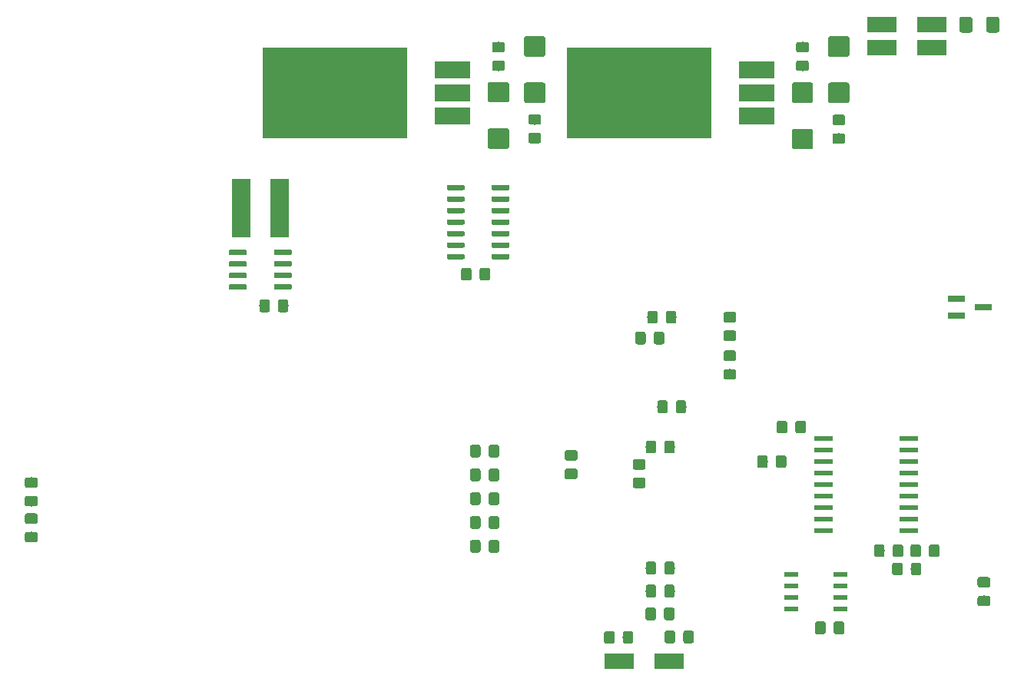
<source format=gbr>
G04 #@! TF.GenerationSoftware,KiCad,Pcbnew,5.1.4*
G04 #@! TF.CreationDate,2019-10-26T17:37:42-03:00*
G04 #@! TF.ProjectId,MCB19,4d434231-392e-46b6-9963-61645f706362,rev?*
G04 #@! TF.SameCoordinates,Original*
G04 #@! TF.FileFunction,Paste,Bot*
G04 #@! TF.FilePolarity,Positive*
%FSLAX46Y46*%
G04 Gerber Fmt 4.6, Leading zero omitted, Abs format (unit mm)*
G04 Created by KiCad (PCBNEW 5.1.4) date 2019-10-26 17:37:42*
%MOMM*%
%LPD*%
G04 APERTURE LIST*
%ADD10C,0.100000*%
%ADD11C,0.600000*%
%ADD12R,2.000000X6.400000*%
%ADD13R,2.000000X0.600000*%
%ADD14C,1.150000*%
%ADD15C,2.250000*%
%ADD16R,3.300000X1.700000*%
%ADD17R,16.000000X10.000000*%
%ADD18R,4.000000X1.905000*%
%ADD19R,1.900000X0.800000*%
%ADD20C,1.425000*%
%ADD21R,1.550000X0.600000*%
G04 APERTURE END LIST*
D10*
G36*
X146114703Y-80795722D02*
G01*
X146129264Y-80797882D01*
X146143543Y-80801459D01*
X146157403Y-80806418D01*
X146170710Y-80812712D01*
X146183336Y-80820280D01*
X146195159Y-80829048D01*
X146206066Y-80838934D01*
X146215952Y-80849841D01*
X146224720Y-80861664D01*
X146232288Y-80874290D01*
X146238582Y-80887597D01*
X146243541Y-80901457D01*
X146247118Y-80915736D01*
X146249278Y-80930297D01*
X146250000Y-80945000D01*
X146250000Y-81245000D01*
X146249278Y-81259703D01*
X146247118Y-81274264D01*
X146243541Y-81288543D01*
X146238582Y-81302403D01*
X146232288Y-81315710D01*
X146224720Y-81328336D01*
X146215952Y-81340159D01*
X146206066Y-81351066D01*
X146195159Y-81360952D01*
X146183336Y-81369720D01*
X146170710Y-81377288D01*
X146157403Y-81383582D01*
X146143543Y-81388541D01*
X146129264Y-81392118D01*
X146114703Y-81394278D01*
X146100000Y-81395000D01*
X144450000Y-81395000D01*
X144435297Y-81394278D01*
X144420736Y-81392118D01*
X144406457Y-81388541D01*
X144392597Y-81383582D01*
X144379290Y-81377288D01*
X144366664Y-81369720D01*
X144354841Y-81360952D01*
X144343934Y-81351066D01*
X144334048Y-81340159D01*
X144325280Y-81328336D01*
X144317712Y-81315710D01*
X144311418Y-81302403D01*
X144306459Y-81288543D01*
X144302882Y-81274264D01*
X144300722Y-81259703D01*
X144300000Y-81245000D01*
X144300000Y-80945000D01*
X144300722Y-80930297D01*
X144302882Y-80915736D01*
X144306459Y-80901457D01*
X144311418Y-80887597D01*
X144317712Y-80874290D01*
X144325280Y-80861664D01*
X144334048Y-80849841D01*
X144343934Y-80838934D01*
X144354841Y-80829048D01*
X144366664Y-80820280D01*
X144379290Y-80812712D01*
X144392597Y-80806418D01*
X144406457Y-80801459D01*
X144420736Y-80797882D01*
X144435297Y-80795722D01*
X144450000Y-80795000D01*
X146100000Y-80795000D01*
X146114703Y-80795722D01*
X146114703Y-80795722D01*
G37*
D11*
X145275000Y-81095000D03*
D10*
G36*
X146114703Y-82065722D02*
G01*
X146129264Y-82067882D01*
X146143543Y-82071459D01*
X146157403Y-82076418D01*
X146170710Y-82082712D01*
X146183336Y-82090280D01*
X146195159Y-82099048D01*
X146206066Y-82108934D01*
X146215952Y-82119841D01*
X146224720Y-82131664D01*
X146232288Y-82144290D01*
X146238582Y-82157597D01*
X146243541Y-82171457D01*
X146247118Y-82185736D01*
X146249278Y-82200297D01*
X146250000Y-82215000D01*
X146250000Y-82515000D01*
X146249278Y-82529703D01*
X146247118Y-82544264D01*
X146243541Y-82558543D01*
X146238582Y-82572403D01*
X146232288Y-82585710D01*
X146224720Y-82598336D01*
X146215952Y-82610159D01*
X146206066Y-82621066D01*
X146195159Y-82630952D01*
X146183336Y-82639720D01*
X146170710Y-82647288D01*
X146157403Y-82653582D01*
X146143543Y-82658541D01*
X146129264Y-82662118D01*
X146114703Y-82664278D01*
X146100000Y-82665000D01*
X144450000Y-82665000D01*
X144435297Y-82664278D01*
X144420736Y-82662118D01*
X144406457Y-82658541D01*
X144392597Y-82653582D01*
X144379290Y-82647288D01*
X144366664Y-82639720D01*
X144354841Y-82630952D01*
X144343934Y-82621066D01*
X144334048Y-82610159D01*
X144325280Y-82598336D01*
X144317712Y-82585710D01*
X144311418Y-82572403D01*
X144306459Y-82558543D01*
X144302882Y-82544264D01*
X144300722Y-82529703D01*
X144300000Y-82515000D01*
X144300000Y-82215000D01*
X144300722Y-82200297D01*
X144302882Y-82185736D01*
X144306459Y-82171457D01*
X144311418Y-82157597D01*
X144317712Y-82144290D01*
X144325280Y-82131664D01*
X144334048Y-82119841D01*
X144343934Y-82108934D01*
X144354841Y-82099048D01*
X144366664Y-82090280D01*
X144379290Y-82082712D01*
X144392597Y-82076418D01*
X144406457Y-82071459D01*
X144420736Y-82067882D01*
X144435297Y-82065722D01*
X144450000Y-82065000D01*
X146100000Y-82065000D01*
X146114703Y-82065722D01*
X146114703Y-82065722D01*
G37*
D11*
X145275000Y-82365000D03*
D10*
G36*
X146114703Y-83335722D02*
G01*
X146129264Y-83337882D01*
X146143543Y-83341459D01*
X146157403Y-83346418D01*
X146170710Y-83352712D01*
X146183336Y-83360280D01*
X146195159Y-83369048D01*
X146206066Y-83378934D01*
X146215952Y-83389841D01*
X146224720Y-83401664D01*
X146232288Y-83414290D01*
X146238582Y-83427597D01*
X146243541Y-83441457D01*
X146247118Y-83455736D01*
X146249278Y-83470297D01*
X146250000Y-83485000D01*
X146250000Y-83785000D01*
X146249278Y-83799703D01*
X146247118Y-83814264D01*
X146243541Y-83828543D01*
X146238582Y-83842403D01*
X146232288Y-83855710D01*
X146224720Y-83868336D01*
X146215952Y-83880159D01*
X146206066Y-83891066D01*
X146195159Y-83900952D01*
X146183336Y-83909720D01*
X146170710Y-83917288D01*
X146157403Y-83923582D01*
X146143543Y-83928541D01*
X146129264Y-83932118D01*
X146114703Y-83934278D01*
X146100000Y-83935000D01*
X144450000Y-83935000D01*
X144435297Y-83934278D01*
X144420736Y-83932118D01*
X144406457Y-83928541D01*
X144392597Y-83923582D01*
X144379290Y-83917288D01*
X144366664Y-83909720D01*
X144354841Y-83900952D01*
X144343934Y-83891066D01*
X144334048Y-83880159D01*
X144325280Y-83868336D01*
X144317712Y-83855710D01*
X144311418Y-83842403D01*
X144306459Y-83828543D01*
X144302882Y-83814264D01*
X144300722Y-83799703D01*
X144300000Y-83785000D01*
X144300000Y-83485000D01*
X144300722Y-83470297D01*
X144302882Y-83455736D01*
X144306459Y-83441457D01*
X144311418Y-83427597D01*
X144317712Y-83414290D01*
X144325280Y-83401664D01*
X144334048Y-83389841D01*
X144343934Y-83378934D01*
X144354841Y-83369048D01*
X144366664Y-83360280D01*
X144379290Y-83352712D01*
X144392597Y-83346418D01*
X144406457Y-83341459D01*
X144420736Y-83337882D01*
X144435297Y-83335722D01*
X144450000Y-83335000D01*
X146100000Y-83335000D01*
X146114703Y-83335722D01*
X146114703Y-83335722D01*
G37*
D11*
X145275000Y-83635000D03*
D10*
G36*
X146114703Y-84605722D02*
G01*
X146129264Y-84607882D01*
X146143543Y-84611459D01*
X146157403Y-84616418D01*
X146170710Y-84622712D01*
X146183336Y-84630280D01*
X146195159Y-84639048D01*
X146206066Y-84648934D01*
X146215952Y-84659841D01*
X146224720Y-84671664D01*
X146232288Y-84684290D01*
X146238582Y-84697597D01*
X146243541Y-84711457D01*
X146247118Y-84725736D01*
X146249278Y-84740297D01*
X146250000Y-84755000D01*
X146250000Y-85055000D01*
X146249278Y-85069703D01*
X146247118Y-85084264D01*
X146243541Y-85098543D01*
X146238582Y-85112403D01*
X146232288Y-85125710D01*
X146224720Y-85138336D01*
X146215952Y-85150159D01*
X146206066Y-85161066D01*
X146195159Y-85170952D01*
X146183336Y-85179720D01*
X146170710Y-85187288D01*
X146157403Y-85193582D01*
X146143543Y-85198541D01*
X146129264Y-85202118D01*
X146114703Y-85204278D01*
X146100000Y-85205000D01*
X144450000Y-85205000D01*
X144435297Y-85204278D01*
X144420736Y-85202118D01*
X144406457Y-85198541D01*
X144392597Y-85193582D01*
X144379290Y-85187288D01*
X144366664Y-85179720D01*
X144354841Y-85170952D01*
X144343934Y-85161066D01*
X144334048Y-85150159D01*
X144325280Y-85138336D01*
X144317712Y-85125710D01*
X144311418Y-85112403D01*
X144306459Y-85098543D01*
X144302882Y-85084264D01*
X144300722Y-85069703D01*
X144300000Y-85055000D01*
X144300000Y-84755000D01*
X144300722Y-84740297D01*
X144302882Y-84725736D01*
X144306459Y-84711457D01*
X144311418Y-84697597D01*
X144317712Y-84684290D01*
X144325280Y-84671664D01*
X144334048Y-84659841D01*
X144343934Y-84648934D01*
X144354841Y-84639048D01*
X144366664Y-84630280D01*
X144379290Y-84622712D01*
X144392597Y-84616418D01*
X144406457Y-84611459D01*
X144420736Y-84607882D01*
X144435297Y-84605722D01*
X144450000Y-84605000D01*
X146100000Y-84605000D01*
X146114703Y-84605722D01*
X146114703Y-84605722D01*
G37*
D11*
X145275000Y-84905000D03*
D10*
G36*
X151064703Y-84605722D02*
G01*
X151079264Y-84607882D01*
X151093543Y-84611459D01*
X151107403Y-84616418D01*
X151120710Y-84622712D01*
X151133336Y-84630280D01*
X151145159Y-84639048D01*
X151156066Y-84648934D01*
X151165952Y-84659841D01*
X151174720Y-84671664D01*
X151182288Y-84684290D01*
X151188582Y-84697597D01*
X151193541Y-84711457D01*
X151197118Y-84725736D01*
X151199278Y-84740297D01*
X151200000Y-84755000D01*
X151200000Y-85055000D01*
X151199278Y-85069703D01*
X151197118Y-85084264D01*
X151193541Y-85098543D01*
X151188582Y-85112403D01*
X151182288Y-85125710D01*
X151174720Y-85138336D01*
X151165952Y-85150159D01*
X151156066Y-85161066D01*
X151145159Y-85170952D01*
X151133336Y-85179720D01*
X151120710Y-85187288D01*
X151107403Y-85193582D01*
X151093543Y-85198541D01*
X151079264Y-85202118D01*
X151064703Y-85204278D01*
X151050000Y-85205000D01*
X149400000Y-85205000D01*
X149385297Y-85204278D01*
X149370736Y-85202118D01*
X149356457Y-85198541D01*
X149342597Y-85193582D01*
X149329290Y-85187288D01*
X149316664Y-85179720D01*
X149304841Y-85170952D01*
X149293934Y-85161066D01*
X149284048Y-85150159D01*
X149275280Y-85138336D01*
X149267712Y-85125710D01*
X149261418Y-85112403D01*
X149256459Y-85098543D01*
X149252882Y-85084264D01*
X149250722Y-85069703D01*
X149250000Y-85055000D01*
X149250000Y-84755000D01*
X149250722Y-84740297D01*
X149252882Y-84725736D01*
X149256459Y-84711457D01*
X149261418Y-84697597D01*
X149267712Y-84684290D01*
X149275280Y-84671664D01*
X149284048Y-84659841D01*
X149293934Y-84648934D01*
X149304841Y-84639048D01*
X149316664Y-84630280D01*
X149329290Y-84622712D01*
X149342597Y-84616418D01*
X149356457Y-84611459D01*
X149370736Y-84607882D01*
X149385297Y-84605722D01*
X149400000Y-84605000D01*
X151050000Y-84605000D01*
X151064703Y-84605722D01*
X151064703Y-84605722D01*
G37*
D11*
X150225000Y-84905000D03*
D10*
G36*
X151064703Y-83335722D02*
G01*
X151079264Y-83337882D01*
X151093543Y-83341459D01*
X151107403Y-83346418D01*
X151120710Y-83352712D01*
X151133336Y-83360280D01*
X151145159Y-83369048D01*
X151156066Y-83378934D01*
X151165952Y-83389841D01*
X151174720Y-83401664D01*
X151182288Y-83414290D01*
X151188582Y-83427597D01*
X151193541Y-83441457D01*
X151197118Y-83455736D01*
X151199278Y-83470297D01*
X151200000Y-83485000D01*
X151200000Y-83785000D01*
X151199278Y-83799703D01*
X151197118Y-83814264D01*
X151193541Y-83828543D01*
X151188582Y-83842403D01*
X151182288Y-83855710D01*
X151174720Y-83868336D01*
X151165952Y-83880159D01*
X151156066Y-83891066D01*
X151145159Y-83900952D01*
X151133336Y-83909720D01*
X151120710Y-83917288D01*
X151107403Y-83923582D01*
X151093543Y-83928541D01*
X151079264Y-83932118D01*
X151064703Y-83934278D01*
X151050000Y-83935000D01*
X149400000Y-83935000D01*
X149385297Y-83934278D01*
X149370736Y-83932118D01*
X149356457Y-83928541D01*
X149342597Y-83923582D01*
X149329290Y-83917288D01*
X149316664Y-83909720D01*
X149304841Y-83900952D01*
X149293934Y-83891066D01*
X149284048Y-83880159D01*
X149275280Y-83868336D01*
X149267712Y-83855710D01*
X149261418Y-83842403D01*
X149256459Y-83828543D01*
X149252882Y-83814264D01*
X149250722Y-83799703D01*
X149250000Y-83785000D01*
X149250000Y-83485000D01*
X149250722Y-83470297D01*
X149252882Y-83455736D01*
X149256459Y-83441457D01*
X149261418Y-83427597D01*
X149267712Y-83414290D01*
X149275280Y-83401664D01*
X149284048Y-83389841D01*
X149293934Y-83378934D01*
X149304841Y-83369048D01*
X149316664Y-83360280D01*
X149329290Y-83352712D01*
X149342597Y-83346418D01*
X149356457Y-83341459D01*
X149370736Y-83337882D01*
X149385297Y-83335722D01*
X149400000Y-83335000D01*
X151050000Y-83335000D01*
X151064703Y-83335722D01*
X151064703Y-83335722D01*
G37*
D11*
X150225000Y-83635000D03*
D10*
G36*
X151064703Y-82065722D02*
G01*
X151079264Y-82067882D01*
X151093543Y-82071459D01*
X151107403Y-82076418D01*
X151120710Y-82082712D01*
X151133336Y-82090280D01*
X151145159Y-82099048D01*
X151156066Y-82108934D01*
X151165952Y-82119841D01*
X151174720Y-82131664D01*
X151182288Y-82144290D01*
X151188582Y-82157597D01*
X151193541Y-82171457D01*
X151197118Y-82185736D01*
X151199278Y-82200297D01*
X151200000Y-82215000D01*
X151200000Y-82515000D01*
X151199278Y-82529703D01*
X151197118Y-82544264D01*
X151193541Y-82558543D01*
X151188582Y-82572403D01*
X151182288Y-82585710D01*
X151174720Y-82598336D01*
X151165952Y-82610159D01*
X151156066Y-82621066D01*
X151145159Y-82630952D01*
X151133336Y-82639720D01*
X151120710Y-82647288D01*
X151107403Y-82653582D01*
X151093543Y-82658541D01*
X151079264Y-82662118D01*
X151064703Y-82664278D01*
X151050000Y-82665000D01*
X149400000Y-82665000D01*
X149385297Y-82664278D01*
X149370736Y-82662118D01*
X149356457Y-82658541D01*
X149342597Y-82653582D01*
X149329290Y-82647288D01*
X149316664Y-82639720D01*
X149304841Y-82630952D01*
X149293934Y-82621066D01*
X149284048Y-82610159D01*
X149275280Y-82598336D01*
X149267712Y-82585710D01*
X149261418Y-82572403D01*
X149256459Y-82558543D01*
X149252882Y-82544264D01*
X149250722Y-82529703D01*
X149250000Y-82515000D01*
X149250000Y-82215000D01*
X149250722Y-82200297D01*
X149252882Y-82185736D01*
X149256459Y-82171457D01*
X149261418Y-82157597D01*
X149267712Y-82144290D01*
X149275280Y-82131664D01*
X149284048Y-82119841D01*
X149293934Y-82108934D01*
X149304841Y-82099048D01*
X149316664Y-82090280D01*
X149329290Y-82082712D01*
X149342597Y-82076418D01*
X149356457Y-82071459D01*
X149370736Y-82067882D01*
X149385297Y-82065722D01*
X149400000Y-82065000D01*
X151050000Y-82065000D01*
X151064703Y-82065722D01*
X151064703Y-82065722D01*
G37*
D11*
X150225000Y-82365000D03*
D10*
G36*
X151064703Y-80795722D02*
G01*
X151079264Y-80797882D01*
X151093543Y-80801459D01*
X151107403Y-80806418D01*
X151120710Y-80812712D01*
X151133336Y-80820280D01*
X151145159Y-80829048D01*
X151156066Y-80838934D01*
X151165952Y-80849841D01*
X151174720Y-80861664D01*
X151182288Y-80874290D01*
X151188582Y-80887597D01*
X151193541Y-80901457D01*
X151197118Y-80915736D01*
X151199278Y-80930297D01*
X151200000Y-80945000D01*
X151200000Y-81245000D01*
X151199278Y-81259703D01*
X151197118Y-81274264D01*
X151193541Y-81288543D01*
X151188582Y-81302403D01*
X151182288Y-81315710D01*
X151174720Y-81328336D01*
X151165952Y-81340159D01*
X151156066Y-81351066D01*
X151145159Y-81360952D01*
X151133336Y-81369720D01*
X151120710Y-81377288D01*
X151107403Y-81383582D01*
X151093543Y-81388541D01*
X151079264Y-81392118D01*
X151064703Y-81394278D01*
X151050000Y-81395000D01*
X149400000Y-81395000D01*
X149385297Y-81394278D01*
X149370736Y-81392118D01*
X149356457Y-81388541D01*
X149342597Y-81383582D01*
X149329290Y-81377288D01*
X149316664Y-81369720D01*
X149304841Y-81360952D01*
X149293934Y-81351066D01*
X149284048Y-81340159D01*
X149275280Y-81328336D01*
X149267712Y-81315710D01*
X149261418Y-81302403D01*
X149256459Y-81288543D01*
X149252882Y-81274264D01*
X149250722Y-81259703D01*
X149250000Y-81245000D01*
X149250000Y-80945000D01*
X149250722Y-80930297D01*
X149252882Y-80915736D01*
X149256459Y-80901457D01*
X149261418Y-80887597D01*
X149267712Y-80874290D01*
X149275280Y-80861664D01*
X149284048Y-80849841D01*
X149293934Y-80838934D01*
X149304841Y-80829048D01*
X149316664Y-80820280D01*
X149329290Y-80812712D01*
X149342597Y-80806418D01*
X149356457Y-80801459D01*
X149370736Y-80797882D01*
X149385297Y-80795722D01*
X149400000Y-80795000D01*
X151050000Y-80795000D01*
X151064703Y-80795722D01*
X151064703Y-80795722D01*
G37*
D11*
X150225000Y-81095000D03*
D12*
X149850000Y-76250000D03*
X145650000Y-76250000D03*
D13*
X209829000Y-111796000D03*
X209829000Y-110526000D03*
X209829000Y-109256000D03*
X209829000Y-107986000D03*
X209829000Y-106716000D03*
X209829000Y-105446000D03*
X209829000Y-104176000D03*
X209829000Y-102906000D03*
X209829000Y-101636000D03*
X219229000Y-101636000D03*
X219229000Y-102906000D03*
X219229000Y-104176000D03*
X219229000Y-105446000D03*
X219229000Y-106716000D03*
X219229000Y-107986000D03*
X219229000Y-109256000D03*
X219229000Y-110526000D03*
X219229000Y-111796000D03*
D10*
G36*
X173849505Y-107551204D02*
G01*
X173873773Y-107554804D01*
X173897572Y-107560765D01*
X173920671Y-107569030D01*
X173942850Y-107579520D01*
X173963893Y-107592132D01*
X173983599Y-107606747D01*
X174001777Y-107623223D01*
X174018253Y-107641401D01*
X174032868Y-107661107D01*
X174045480Y-107682150D01*
X174055970Y-107704329D01*
X174064235Y-107727428D01*
X174070196Y-107751227D01*
X174073796Y-107775495D01*
X174075000Y-107799999D01*
X174075000Y-108700001D01*
X174073796Y-108724505D01*
X174070196Y-108748773D01*
X174064235Y-108772572D01*
X174055970Y-108795671D01*
X174045480Y-108817850D01*
X174032868Y-108838893D01*
X174018253Y-108858599D01*
X174001777Y-108876777D01*
X173983599Y-108893253D01*
X173963893Y-108907868D01*
X173942850Y-108920480D01*
X173920671Y-108930970D01*
X173897572Y-108939235D01*
X173873773Y-108945196D01*
X173849505Y-108948796D01*
X173825001Y-108950000D01*
X173174999Y-108950000D01*
X173150495Y-108948796D01*
X173126227Y-108945196D01*
X173102428Y-108939235D01*
X173079329Y-108930970D01*
X173057150Y-108920480D01*
X173036107Y-108907868D01*
X173016401Y-108893253D01*
X172998223Y-108876777D01*
X172981747Y-108858599D01*
X172967132Y-108838893D01*
X172954520Y-108817850D01*
X172944030Y-108795671D01*
X172935765Y-108772572D01*
X172929804Y-108748773D01*
X172926204Y-108724505D01*
X172925000Y-108700001D01*
X172925000Y-107799999D01*
X172926204Y-107775495D01*
X172929804Y-107751227D01*
X172935765Y-107727428D01*
X172944030Y-107704329D01*
X172954520Y-107682150D01*
X172967132Y-107661107D01*
X172981747Y-107641401D01*
X172998223Y-107623223D01*
X173016401Y-107606747D01*
X173036107Y-107592132D01*
X173057150Y-107579520D01*
X173079329Y-107569030D01*
X173102428Y-107560765D01*
X173126227Y-107554804D01*
X173150495Y-107551204D01*
X173174999Y-107550000D01*
X173825001Y-107550000D01*
X173849505Y-107551204D01*
X173849505Y-107551204D01*
G37*
D14*
X173500000Y-108250000D03*
D10*
G36*
X171799505Y-107551204D02*
G01*
X171823773Y-107554804D01*
X171847572Y-107560765D01*
X171870671Y-107569030D01*
X171892850Y-107579520D01*
X171913893Y-107592132D01*
X171933599Y-107606747D01*
X171951777Y-107623223D01*
X171968253Y-107641401D01*
X171982868Y-107661107D01*
X171995480Y-107682150D01*
X172005970Y-107704329D01*
X172014235Y-107727428D01*
X172020196Y-107751227D01*
X172023796Y-107775495D01*
X172025000Y-107799999D01*
X172025000Y-108700001D01*
X172023796Y-108724505D01*
X172020196Y-108748773D01*
X172014235Y-108772572D01*
X172005970Y-108795671D01*
X171995480Y-108817850D01*
X171982868Y-108838893D01*
X171968253Y-108858599D01*
X171951777Y-108876777D01*
X171933599Y-108893253D01*
X171913893Y-108907868D01*
X171892850Y-108920480D01*
X171870671Y-108930970D01*
X171847572Y-108939235D01*
X171823773Y-108945196D01*
X171799505Y-108948796D01*
X171775001Y-108950000D01*
X171124999Y-108950000D01*
X171100495Y-108948796D01*
X171076227Y-108945196D01*
X171052428Y-108939235D01*
X171029329Y-108930970D01*
X171007150Y-108920480D01*
X170986107Y-108907868D01*
X170966401Y-108893253D01*
X170948223Y-108876777D01*
X170931747Y-108858599D01*
X170917132Y-108838893D01*
X170904520Y-108817850D01*
X170894030Y-108795671D01*
X170885765Y-108772572D01*
X170879804Y-108748773D01*
X170876204Y-108724505D01*
X170875000Y-108700001D01*
X170875000Y-107799999D01*
X170876204Y-107775495D01*
X170879804Y-107751227D01*
X170885765Y-107727428D01*
X170894030Y-107704329D01*
X170904520Y-107682150D01*
X170917132Y-107661107D01*
X170931747Y-107641401D01*
X170948223Y-107623223D01*
X170966401Y-107606747D01*
X170986107Y-107592132D01*
X171007150Y-107579520D01*
X171029329Y-107569030D01*
X171052428Y-107560765D01*
X171076227Y-107554804D01*
X171100495Y-107551204D01*
X171124999Y-107550000D01*
X171775001Y-107550000D01*
X171799505Y-107551204D01*
X171799505Y-107551204D01*
G37*
D14*
X171450000Y-108250000D03*
D10*
G36*
X170799505Y-82801204D02*
G01*
X170823773Y-82804804D01*
X170847572Y-82810765D01*
X170870671Y-82819030D01*
X170892850Y-82829520D01*
X170913893Y-82842132D01*
X170933599Y-82856747D01*
X170951777Y-82873223D01*
X170968253Y-82891401D01*
X170982868Y-82911107D01*
X170995480Y-82932150D01*
X171005970Y-82954329D01*
X171014235Y-82977428D01*
X171020196Y-83001227D01*
X171023796Y-83025495D01*
X171025000Y-83049999D01*
X171025000Y-83950001D01*
X171023796Y-83974505D01*
X171020196Y-83998773D01*
X171014235Y-84022572D01*
X171005970Y-84045671D01*
X170995480Y-84067850D01*
X170982868Y-84088893D01*
X170968253Y-84108599D01*
X170951777Y-84126777D01*
X170933599Y-84143253D01*
X170913893Y-84157868D01*
X170892850Y-84170480D01*
X170870671Y-84180970D01*
X170847572Y-84189235D01*
X170823773Y-84195196D01*
X170799505Y-84198796D01*
X170775001Y-84200000D01*
X170124999Y-84200000D01*
X170100495Y-84198796D01*
X170076227Y-84195196D01*
X170052428Y-84189235D01*
X170029329Y-84180970D01*
X170007150Y-84170480D01*
X169986107Y-84157868D01*
X169966401Y-84143253D01*
X169948223Y-84126777D01*
X169931747Y-84108599D01*
X169917132Y-84088893D01*
X169904520Y-84067850D01*
X169894030Y-84045671D01*
X169885765Y-84022572D01*
X169879804Y-83998773D01*
X169876204Y-83974505D01*
X169875000Y-83950001D01*
X169875000Y-83049999D01*
X169876204Y-83025495D01*
X169879804Y-83001227D01*
X169885765Y-82977428D01*
X169894030Y-82954329D01*
X169904520Y-82932150D01*
X169917132Y-82911107D01*
X169931747Y-82891401D01*
X169948223Y-82873223D01*
X169966401Y-82856747D01*
X169986107Y-82842132D01*
X170007150Y-82829520D01*
X170029329Y-82819030D01*
X170052428Y-82810765D01*
X170076227Y-82804804D01*
X170100495Y-82801204D01*
X170124999Y-82800000D01*
X170775001Y-82800000D01*
X170799505Y-82801204D01*
X170799505Y-82801204D01*
G37*
D14*
X170450000Y-83500000D03*
D10*
G36*
X172849505Y-82801204D02*
G01*
X172873773Y-82804804D01*
X172897572Y-82810765D01*
X172920671Y-82819030D01*
X172942850Y-82829520D01*
X172963893Y-82842132D01*
X172983599Y-82856747D01*
X173001777Y-82873223D01*
X173018253Y-82891401D01*
X173032868Y-82911107D01*
X173045480Y-82932150D01*
X173055970Y-82954329D01*
X173064235Y-82977428D01*
X173070196Y-83001227D01*
X173073796Y-83025495D01*
X173075000Y-83049999D01*
X173075000Y-83950001D01*
X173073796Y-83974505D01*
X173070196Y-83998773D01*
X173064235Y-84022572D01*
X173055970Y-84045671D01*
X173045480Y-84067850D01*
X173032868Y-84088893D01*
X173018253Y-84108599D01*
X173001777Y-84126777D01*
X172983599Y-84143253D01*
X172963893Y-84157868D01*
X172942850Y-84170480D01*
X172920671Y-84180970D01*
X172897572Y-84189235D01*
X172873773Y-84195196D01*
X172849505Y-84198796D01*
X172825001Y-84200000D01*
X172174999Y-84200000D01*
X172150495Y-84198796D01*
X172126227Y-84195196D01*
X172102428Y-84189235D01*
X172079329Y-84180970D01*
X172057150Y-84170480D01*
X172036107Y-84157868D01*
X172016401Y-84143253D01*
X171998223Y-84126777D01*
X171981747Y-84108599D01*
X171967132Y-84088893D01*
X171954520Y-84067850D01*
X171944030Y-84045671D01*
X171935765Y-84022572D01*
X171929804Y-83998773D01*
X171926204Y-83974505D01*
X171925000Y-83950001D01*
X171925000Y-83049999D01*
X171926204Y-83025495D01*
X171929804Y-83001227D01*
X171935765Y-82977428D01*
X171944030Y-82954329D01*
X171954520Y-82932150D01*
X171967132Y-82911107D01*
X171981747Y-82891401D01*
X171998223Y-82873223D01*
X172016401Y-82856747D01*
X172036107Y-82842132D01*
X172057150Y-82829520D01*
X172079329Y-82819030D01*
X172102428Y-82810765D01*
X172126227Y-82804804D01*
X172150495Y-82801204D01*
X172174999Y-82800000D01*
X172825001Y-82800000D01*
X172849505Y-82801204D01*
X172849505Y-82801204D01*
G37*
D14*
X172500000Y-83500000D03*
D10*
G36*
X148574505Y-86301204D02*
G01*
X148598773Y-86304804D01*
X148622572Y-86310765D01*
X148645671Y-86319030D01*
X148667850Y-86329520D01*
X148688893Y-86342132D01*
X148708599Y-86356747D01*
X148726777Y-86373223D01*
X148743253Y-86391401D01*
X148757868Y-86411107D01*
X148770480Y-86432150D01*
X148780970Y-86454329D01*
X148789235Y-86477428D01*
X148795196Y-86501227D01*
X148798796Y-86525495D01*
X148800000Y-86549999D01*
X148800000Y-87450001D01*
X148798796Y-87474505D01*
X148795196Y-87498773D01*
X148789235Y-87522572D01*
X148780970Y-87545671D01*
X148770480Y-87567850D01*
X148757868Y-87588893D01*
X148743253Y-87608599D01*
X148726777Y-87626777D01*
X148708599Y-87643253D01*
X148688893Y-87657868D01*
X148667850Y-87670480D01*
X148645671Y-87680970D01*
X148622572Y-87689235D01*
X148598773Y-87695196D01*
X148574505Y-87698796D01*
X148550001Y-87700000D01*
X147899999Y-87700000D01*
X147875495Y-87698796D01*
X147851227Y-87695196D01*
X147827428Y-87689235D01*
X147804329Y-87680970D01*
X147782150Y-87670480D01*
X147761107Y-87657868D01*
X147741401Y-87643253D01*
X147723223Y-87626777D01*
X147706747Y-87608599D01*
X147692132Y-87588893D01*
X147679520Y-87567850D01*
X147669030Y-87545671D01*
X147660765Y-87522572D01*
X147654804Y-87498773D01*
X147651204Y-87474505D01*
X147650000Y-87450001D01*
X147650000Y-86549999D01*
X147651204Y-86525495D01*
X147654804Y-86501227D01*
X147660765Y-86477428D01*
X147669030Y-86454329D01*
X147679520Y-86432150D01*
X147692132Y-86411107D01*
X147706747Y-86391401D01*
X147723223Y-86373223D01*
X147741401Y-86356747D01*
X147761107Y-86342132D01*
X147782150Y-86329520D01*
X147804329Y-86319030D01*
X147827428Y-86310765D01*
X147851227Y-86304804D01*
X147875495Y-86301204D01*
X147899999Y-86300000D01*
X148550001Y-86300000D01*
X148574505Y-86301204D01*
X148574505Y-86301204D01*
G37*
D14*
X148225000Y-87000000D03*
D10*
G36*
X150624505Y-86301204D02*
G01*
X150648773Y-86304804D01*
X150672572Y-86310765D01*
X150695671Y-86319030D01*
X150717850Y-86329520D01*
X150738893Y-86342132D01*
X150758599Y-86356747D01*
X150776777Y-86373223D01*
X150793253Y-86391401D01*
X150807868Y-86411107D01*
X150820480Y-86432150D01*
X150830970Y-86454329D01*
X150839235Y-86477428D01*
X150845196Y-86501227D01*
X150848796Y-86525495D01*
X150850000Y-86549999D01*
X150850000Y-87450001D01*
X150848796Y-87474505D01*
X150845196Y-87498773D01*
X150839235Y-87522572D01*
X150830970Y-87545671D01*
X150820480Y-87567850D01*
X150807868Y-87588893D01*
X150793253Y-87608599D01*
X150776777Y-87626777D01*
X150758599Y-87643253D01*
X150738893Y-87657868D01*
X150717850Y-87670480D01*
X150695671Y-87680970D01*
X150672572Y-87689235D01*
X150648773Y-87695196D01*
X150624505Y-87698796D01*
X150600001Y-87700000D01*
X149949999Y-87700000D01*
X149925495Y-87698796D01*
X149901227Y-87695196D01*
X149877428Y-87689235D01*
X149854329Y-87680970D01*
X149832150Y-87670480D01*
X149811107Y-87657868D01*
X149791401Y-87643253D01*
X149773223Y-87626777D01*
X149756747Y-87608599D01*
X149742132Y-87588893D01*
X149729520Y-87567850D01*
X149719030Y-87545671D01*
X149710765Y-87522572D01*
X149704804Y-87498773D01*
X149701204Y-87474505D01*
X149700000Y-87450001D01*
X149700000Y-86549999D01*
X149701204Y-86525495D01*
X149704804Y-86501227D01*
X149710765Y-86477428D01*
X149719030Y-86454329D01*
X149729520Y-86432150D01*
X149742132Y-86411107D01*
X149756747Y-86391401D01*
X149773223Y-86373223D01*
X149791401Y-86356747D01*
X149811107Y-86342132D01*
X149832150Y-86329520D01*
X149854329Y-86319030D01*
X149877428Y-86310765D01*
X149901227Y-86304804D01*
X149925495Y-86301204D01*
X149949999Y-86300000D01*
X150600001Y-86300000D01*
X150624505Y-86301204D01*
X150624505Y-86301204D01*
G37*
D14*
X150275000Y-87000000D03*
D10*
G36*
X175064703Y-81260722D02*
G01*
X175079264Y-81262882D01*
X175093543Y-81266459D01*
X175107403Y-81271418D01*
X175120710Y-81277712D01*
X175133336Y-81285280D01*
X175145159Y-81294048D01*
X175156066Y-81303934D01*
X175165952Y-81314841D01*
X175174720Y-81326664D01*
X175182288Y-81339290D01*
X175188582Y-81352597D01*
X175193541Y-81366457D01*
X175197118Y-81380736D01*
X175199278Y-81395297D01*
X175200000Y-81410000D01*
X175200000Y-81710000D01*
X175199278Y-81724703D01*
X175197118Y-81739264D01*
X175193541Y-81753543D01*
X175188582Y-81767403D01*
X175182288Y-81780710D01*
X175174720Y-81793336D01*
X175165952Y-81805159D01*
X175156066Y-81816066D01*
X175145159Y-81825952D01*
X175133336Y-81834720D01*
X175120710Y-81842288D01*
X175107403Y-81848582D01*
X175093543Y-81853541D01*
X175079264Y-81857118D01*
X175064703Y-81859278D01*
X175050000Y-81860000D01*
X173400000Y-81860000D01*
X173385297Y-81859278D01*
X173370736Y-81857118D01*
X173356457Y-81853541D01*
X173342597Y-81848582D01*
X173329290Y-81842288D01*
X173316664Y-81834720D01*
X173304841Y-81825952D01*
X173293934Y-81816066D01*
X173284048Y-81805159D01*
X173275280Y-81793336D01*
X173267712Y-81780710D01*
X173261418Y-81767403D01*
X173256459Y-81753543D01*
X173252882Y-81739264D01*
X173250722Y-81724703D01*
X173250000Y-81710000D01*
X173250000Y-81410000D01*
X173250722Y-81395297D01*
X173252882Y-81380736D01*
X173256459Y-81366457D01*
X173261418Y-81352597D01*
X173267712Y-81339290D01*
X173275280Y-81326664D01*
X173284048Y-81314841D01*
X173293934Y-81303934D01*
X173304841Y-81294048D01*
X173316664Y-81285280D01*
X173329290Y-81277712D01*
X173342597Y-81271418D01*
X173356457Y-81266459D01*
X173370736Y-81262882D01*
X173385297Y-81260722D01*
X173400000Y-81260000D01*
X175050000Y-81260000D01*
X175064703Y-81260722D01*
X175064703Y-81260722D01*
G37*
D11*
X174225000Y-81560000D03*
D10*
G36*
X175064703Y-79990722D02*
G01*
X175079264Y-79992882D01*
X175093543Y-79996459D01*
X175107403Y-80001418D01*
X175120710Y-80007712D01*
X175133336Y-80015280D01*
X175145159Y-80024048D01*
X175156066Y-80033934D01*
X175165952Y-80044841D01*
X175174720Y-80056664D01*
X175182288Y-80069290D01*
X175188582Y-80082597D01*
X175193541Y-80096457D01*
X175197118Y-80110736D01*
X175199278Y-80125297D01*
X175200000Y-80140000D01*
X175200000Y-80440000D01*
X175199278Y-80454703D01*
X175197118Y-80469264D01*
X175193541Y-80483543D01*
X175188582Y-80497403D01*
X175182288Y-80510710D01*
X175174720Y-80523336D01*
X175165952Y-80535159D01*
X175156066Y-80546066D01*
X175145159Y-80555952D01*
X175133336Y-80564720D01*
X175120710Y-80572288D01*
X175107403Y-80578582D01*
X175093543Y-80583541D01*
X175079264Y-80587118D01*
X175064703Y-80589278D01*
X175050000Y-80590000D01*
X173400000Y-80590000D01*
X173385297Y-80589278D01*
X173370736Y-80587118D01*
X173356457Y-80583541D01*
X173342597Y-80578582D01*
X173329290Y-80572288D01*
X173316664Y-80564720D01*
X173304841Y-80555952D01*
X173293934Y-80546066D01*
X173284048Y-80535159D01*
X173275280Y-80523336D01*
X173267712Y-80510710D01*
X173261418Y-80497403D01*
X173256459Y-80483543D01*
X173252882Y-80469264D01*
X173250722Y-80454703D01*
X173250000Y-80440000D01*
X173250000Y-80140000D01*
X173250722Y-80125297D01*
X173252882Y-80110736D01*
X173256459Y-80096457D01*
X173261418Y-80082597D01*
X173267712Y-80069290D01*
X173275280Y-80056664D01*
X173284048Y-80044841D01*
X173293934Y-80033934D01*
X173304841Y-80024048D01*
X173316664Y-80015280D01*
X173329290Y-80007712D01*
X173342597Y-80001418D01*
X173356457Y-79996459D01*
X173370736Y-79992882D01*
X173385297Y-79990722D01*
X173400000Y-79990000D01*
X175050000Y-79990000D01*
X175064703Y-79990722D01*
X175064703Y-79990722D01*
G37*
D11*
X174225000Y-80290000D03*
D10*
G36*
X175064703Y-78720722D02*
G01*
X175079264Y-78722882D01*
X175093543Y-78726459D01*
X175107403Y-78731418D01*
X175120710Y-78737712D01*
X175133336Y-78745280D01*
X175145159Y-78754048D01*
X175156066Y-78763934D01*
X175165952Y-78774841D01*
X175174720Y-78786664D01*
X175182288Y-78799290D01*
X175188582Y-78812597D01*
X175193541Y-78826457D01*
X175197118Y-78840736D01*
X175199278Y-78855297D01*
X175200000Y-78870000D01*
X175200000Y-79170000D01*
X175199278Y-79184703D01*
X175197118Y-79199264D01*
X175193541Y-79213543D01*
X175188582Y-79227403D01*
X175182288Y-79240710D01*
X175174720Y-79253336D01*
X175165952Y-79265159D01*
X175156066Y-79276066D01*
X175145159Y-79285952D01*
X175133336Y-79294720D01*
X175120710Y-79302288D01*
X175107403Y-79308582D01*
X175093543Y-79313541D01*
X175079264Y-79317118D01*
X175064703Y-79319278D01*
X175050000Y-79320000D01*
X173400000Y-79320000D01*
X173385297Y-79319278D01*
X173370736Y-79317118D01*
X173356457Y-79313541D01*
X173342597Y-79308582D01*
X173329290Y-79302288D01*
X173316664Y-79294720D01*
X173304841Y-79285952D01*
X173293934Y-79276066D01*
X173284048Y-79265159D01*
X173275280Y-79253336D01*
X173267712Y-79240710D01*
X173261418Y-79227403D01*
X173256459Y-79213543D01*
X173252882Y-79199264D01*
X173250722Y-79184703D01*
X173250000Y-79170000D01*
X173250000Y-78870000D01*
X173250722Y-78855297D01*
X173252882Y-78840736D01*
X173256459Y-78826457D01*
X173261418Y-78812597D01*
X173267712Y-78799290D01*
X173275280Y-78786664D01*
X173284048Y-78774841D01*
X173293934Y-78763934D01*
X173304841Y-78754048D01*
X173316664Y-78745280D01*
X173329290Y-78737712D01*
X173342597Y-78731418D01*
X173356457Y-78726459D01*
X173370736Y-78722882D01*
X173385297Y-78720722D01*
X173400000Y-78720000D01*
X175050000Y-78720000D01*
X175064703Y-78720722D01*
X175064703Y-78720722D01*
G37*
D11*
X174225000Y-79020000D03*
D10*
G36*
X175064703Y-77450722D02*
G01*
X175079264Y-77452882D01*
X175093543Y-77456459D01*
X175107403Y-77461418D01*
X175120710Y-77467712D01*
X175133336Y-77475280D01*
X175145159Y-77484048D01*
X175156066Y-77493934D01*
X175165952Y-77504841D01*
X175174720Y-77516664D01*
X175182288Y-77529290D01*
X175188582Y-77542597D01*
X175193541Y-77556457D01*
X175197118Y-77570736D01*
X175199278Y-77585297D01*
X175200000Y-77600000D01*
X175200000Y-77900000D01*
X175199278Y-77914703D01*
X175197118Y-77929264D01*
X175193541Y-77943543D01*
X175188582Y-77957403D01*
X175182288Y-77970710D01*
X175174720Y-77983336D01*
X175165952Y-77995159D01*
X175156066Y-78006066D01*
X175145159Y-78015952D01*
X175133336Y-78024720D01*
X175120710Y-78032288D01*
X175107403Y-78038582D01*
X175093543Y-78043541D01*
X175079264Y-78047118D01*
X175064703Y-78049278D01*
X175050000Y-78050000D01*
X173400000Y-78050000D01*
X173385297Y-78049278D01*
X173370736Y-78047118D01*
X173356457Y-78043541D01*
X173342597Y-78038582D01*
X173329290Y-78032288D01*
X173316664Y-78024720D01*
X173304841Y-78015952D01*
X173293934Y-78006066D01*
X173284048Y-77995159D01*
X173275280Y-77983336D01*
X173267712Y-77970710D01*
X173261418Y-77957403D01*
X173256459Y-77943543D01*
X173252882Y-77929264D01*
X173250722Y-77914703D01*
X173250000Y-77900000D01*
X173250000Y-77600000D01*
X173250722Y-77585297D01*
X173252882Y-77570736D01*
X173256459Y-77556457D01*
X173261418Y-77542597D01*
X173267712Y-77529290D01*
X173275280Y-77516664D01*
X173284048Y-77504841D01*
X173293934Y-77493934D01*
X173304841Y-77484048D01*
X173316664Y-77475280D01*
X173329290Y-77467712D01*
X173342597Y-77461418D01*
X173356457Y-77456459D01*
X173370736Y-77452882D01*
X173385297Y-77450722D01*
X173400000Y-77450000D01*
X175050000Y-77450000D01*
X175064703Y-77450722D01*
X175064703Y-77450722D01*
G37*
D11*
X174225000Y-77750000D03*
D10*
G36*
X175064703Y-76180722D02*
G01*
X175079264Y-76182882D01*
X175093543Y-76186459D01*
X175107403Y-76191418D01*
X175120710Y-76197712D01*
X175133336Y-76205280D01*
X175145159Y-76214048D01*
X175156066Y-76223934D01*
X175165952Y-76234841D01*
X175174720Y-76246664D01*
X175182288Y-76259290D01*
X175188582Y-76272597D01*
X175193541Y-76286457D01*
X175197118Y-76300736D01*
X175199278Y-76315297D01*
X175200000Y-76330000D01*
X175200000Y-76630000D01*
X175199278Y-76644703D01*
X175197118Y-76659264D01*
X175193541Y-76673543D01*
X175188582Y-76687403D01*
X175182288Y-76700710D01*
X175174720Y-76713336D01*
X175165952Y-76725159D01*
X175156066Y-76736066D01*
X175145159Y-76745952D01*
X175133336Y-76754720D01*
X175120710Y-76762288D01*
X175107403Y-76768582D01*
X175093543Y-76773541D01*
X175079264Y-76777118D01*
X175064703Y-76779278D01*
X175050000Y-76780000D01*
X173400000Y-76780000D01*
X173385297Y-76779278D01*
X173370736Y-76777118D01*
X173356457Y-76773541D01*
X173342597Y-76768582D01*
X173329290Y-76762288D01*
X173316664Y-76754720D01*
X173304841Y-76745952D01*
X173293934Y-76736066D01*
X173284048Y-76725159D01*
X173275280Y-76713336D01*
X173267712Y-76700710D01*
X173261418Y-76687403D01*
X173256459Y-76673543D01*
X173252882Y-76659264D01*
X173250722Y-76644703D01*
X173250000Y-76630000D01*
X173250000Y-76330000D01*
X173250722Y-76315297D01*
X173252882Y-76300736D01*
X173256459Y-76286457D01*
X173261418Y-76272597D01*
X173267712Y-76259290D01*
X173275280Y-76246664D01*
X173284048Y-76234841D01*
X173293934Y-76223934D01*
X173304841Y-76214048D01*
X173316664Y-76205280D01*
X173329290Y-76197712D01*
X173342597Y-76191418D01*
X173356457Y-76186459D01*
X173370736Y-76182882D01*
X173385297Y-76180722D01*
X173400000Y-76180000D01*
X175050000Y-76180000D01*
X175064703Y-76180722D01*
X175064703Y-76180722D01*
G37*
D11*
X174225000Y-76480000D03*
D10*
G36*
X175064703Y-74910722D02*
G01*
X175079264Y-74912882D01*
X175093543Y-74916459D01*
X175107403Y-74921418D01*
X175120710Y-74927712D01*
X175133336Y-74935280D01*
X175145159Y-74944048D01*
X175156066Y-74953934D01*
X175165952Y-74964841D01*
X175174720Y-74976664D01*
X175182288Y-74989290D01*
X175188582Y-75002597D01*
X175193541Y-75016457D01*
X175197118Y-75030736D01*
X175199278Y-75045297D01*
X175200000Y-75060000D01*
X175200000Y-75360000D01*
X175199278Y-75374703D01*
X175197118Y-75389264D01*
X175193541Y-75403543D01*
X175188582Y-75417403D01*
X175182288Y-75430710D01*
X175174720Y-75443336D01*
X175165952Y-75455159D01*
X175156066Y-75466066D01*
X175145159Y-75475952D01*
X175133336Y-75484720D01*
X175120710Y-75492288D01*
X175107403Y-75498582D01*
X175093543Y-75503541D01*
X175079264Y-75507118D01*
X175064703Y-75509278D01*
X175050000Y-75510000D01*
X173400000Y-75510000D01*
X173385297Y-75509278D01*
X173370736Y-75507118D01*
X173356457Y-75503541D01*
X173342597Y-75498582D01*
X173329290Y-75492288D01*
X173316664Y-75484720D01*
X173304841Y-75475952D01*
X173293934Y-75466066D01*
X173284048Y-75455159D01*
X173275280Y-75443336D01*
X173267712Y-75430710D01*
X173261418Y-75417403D01*
X173256459Y-75403543D01*
X173252882Y-75389264D01*
X173250722Y-75374703D01*
X173250000Y-75360000D01*
X173250000Y-75060000D01*
X173250722Y-75045297D01*
X173252882Y-75030736D01*
X173256459Y-75016457D01*
X173261418Y-75002597D01*
X173267712Y-74989290D01*
X173275280Y-74976664D01*
X173284048Y-74964841D01*
X173293934Y-74953934D01*
X173304841Y-74944048D01*
X173316664Y-74935280D01*
X173329290Y-74927712D01*
X173342597Y-74921418D01*
X173356457Y-74916459D01*
X173370736Y-74912882D01*
X173385297Y-74910722D01*
X173400000Y-74910000D01*
X175050000Y-74910000D01*
X175064703Y-74910722D01*
X175064703Y-74910722D01*
G37*
D11*
X174225000Y-75210000D03*
D10*
G36*
X175064703Y-73640722D02*
G01*
X175079264Y-73642882D01*
X175093543Y-73646459D01*
X175107403Y-73651418D01*
X175120710Y-73657712D01*
X175133336Y-73665280D01*
X175145159Y-73674048D01*
X175156066Y-73683934D01*
X175165952Y-73694841D01*
X175174720Y-73706664D01*
X175182288Y-73719290D01*
X175188582Y-73732597D01*
X175193541Y-73746457D01*
X175197118Y-73760736D01*
X175199278Y-73775297D01*
X175200000Y-73790000D01*
X175200000Y-74090000D01*
X175199278Y-74104703D01*
X175197118Y-74119264D01*
X175193541Y-74133543D01*
X175188582Y-74147403D01*
X175182288Y-74160710D01*
X175174720Y-74173336D01*
X175165952Y-74185159D01*
X175156066Y-74196066D01*
X175145159Y-74205952D01*
X175133336Y-74214720D01*
X175120710Y-74222288D01*
X175107403Y-74228582D01*
X175093543Y-74233541D01*
X175079264Y-74237118D01*
X175064703Y-74239278D01*
X175050000Y-74240000D01*
X173400000Y-74240000D01*
X173385297Y-74239278D01*
X173370736Y-74237118D01*
X173356457Y-74233541D01*
X173342597Y-74228582D01*
X173329290Y-74222288D01*
X173316664Y-74214720D01*
X173304841Y-74205952D01*
X173293934Y-74196066D01*
X173284048Y-74185159D01*
X173275280Y-74173336D01*
X173267712Y-74160710D01*
X173261418Y-74147403D01*
X173256459Y-74133543D01*
X173252882Y-74119264D01*
X173250722Y-74104703D01*
X173250000Y-74090000D01*
X173250000Y-73790000D01*
X173250722Y-73775297D01*
X173252882Y-73760736D01*
X173256459Y-73746457D01*
X173261418Y-73732597D01*
X173267712Y-73719290D01*
X173275280Y-73706664D01*
X173284048Y-73694841D01*
X173293934Y-73683934D01*
X173304841Y-73674048D01*
X173316664Y-73665280D01*
X173329290Y-73657712D01*
X173342597Y-73651418D01*
X173356457Y-73646459D01*
X173370736Y-73642882D01*
X173385297Y-73640722D01*
X173400000Y-73640000D01*
X175050000Y-73640000D01*
X175064703Y-73640722D01*
X175064703Y-73640722D01*
G37*
D11*
X174225000Y-73940000D03*
D10*
G36*
X170114703Y-73640722D02*
G01*
X170129264Y-73642882D01*
X170143543Y-73646459D01*
X170157403Y-73651418D01*
X170170710Y-73657712D01*
X170183336Y-73665280D01*
X170195159Y-73674048D01*
X170206066Y-73683934D01*
X170215952Y-73694841D01*
X170224720Y-73706664D01*
X170232288Y-73719290D01*
X170238582Y-73732597D01*
X170243541Y-73746457D01*
X170247118Y-73760736D01*
X170249278Y-73775297D01*
X170250000Y-73790000D01*
X170250000Y-74090000D01*
X170249278Y-74104703D01*
X170247118Y-74119264D01*
X170243541Y-74133543D01*
X170238582Y-74147403D01*
X170232288Y-74160710D01*
X170224720Y-74173336D01*
X170215952Y-74185159D01*
X170206066Y-74196066D01*
X170195159Y-74205952D01*
X170183336Y-74214720D01*
X170170710Y-74222288D01*
X170157403Y-74228582D01*
X170143543Y-74233541D01*
X170129264Y-74237118D01*
X170114703Y-74239278D01*
X170100000Y-74240000D01*
X168450000Y-74240000D01*
X168435297Y-74239278D01*
X168420736Y-74237118D01*
X168406457Y-74233541D01*
X168392597Y-74228582D01*
X168379290Y-74222288D01*
X168366664Y-74214720D01*
X168354841Y-74205952D01*
X168343934Y-74196066D01*
X168334048Y-74185159D01*
X168325280Y-74173336D01*
X168317712Y-74160710D01*
X168311418Y-74147403D01*
X168306459Y-74133543D01*
X168302882Y-74119264D01*
X168300722Y-74104703D01*
X168300000Y-74090000D01*
X168300000Y-73790000D01*
X168300722Y-73775297D01*
X168302882Y-73760736D01*
X168306459Y-73746457D01*
X168311418Y-73732597D01*
X168317712Y-73719290D01*
X168325280Y-73706664D01*
X168334048Y-73694841D01*
X168343934Y-73683934D01*
X168354841Y-73674048D01*
X168366664Y-73665280D01*
X168379290Y-73657712D01*
X168392597Y-73651418D01*
X168406457Y-73646459D01*
X168420736Y-73642882D01*
X168435297Y-73640722D01*
X168450000Y-73640000D01*
X170100000Y-73640000D01*
X170114703Y-73640722D01*
X170114703Y-73640722D01*
G37*
D11*
X169275000Y-73940000D03*
D10*
G36*
X170114703Y-74910722D02*
G01*
X170129264Y-74912882D01*
X170143543Y-74916459D01*
X170157403Y-74921418D01*
X170170710Y-74927712D01*
X170183336Y-74935280D01*
X170195159Y-74944048D01*
X170206066Y-74953934D01*
X170215952Y-74964841D01*
X170224720Y-74976664D01*
X170232288Y-74989290D01*
X170238582Y-75002597D01*
X170243541Y-75016457D01*
X170247118Y-75030736D01*
X170249278Y-75045297D01*
X170250000Y-75060000D01*
X170250000Y-75360000D01*
X170249278Y-75374703D01*
X170247118Y-75389264D01*
X170243541Y-75403543D01*
X170238582Y-75417403D01*
X170232288Y-75430710D01*
X170224720Y-75443336D01*
X170215952Y-75455159D01*
X170206066Y-75466066D01*
X170195159Y-75475952D01*
X170183336Y-75484720D01*
X170170710Y-75492288D01*
X170157403Y-75498582D01*
X170143543Y-75503541D01*
X170129264Y-75507118D01*
X170114703Y-75509278D01*
X170100000Y-75510000D01*
X168450000Y-75510000D01*
X168435297Y-75509278D01*
X168420736Y-75507118D01*
X168406457Y-75503541D01*
X168392597Y-75498582D01*
X168379290Y-75492288D01*
X168366664Y-75484720D01*
X168354841Y-75475952D01*
X168343934Y-75466066D01*
X168334048Y-75455159D01*
X168325280Y-75443336D01*
X168317712Y-75430710D01*
X168311418Y-75417403D01*
X168306459Y-75403543D01*
X168302882Y-75389264D01*
X168300722Y-75374703D01*
X168300000Y-75360000D01*
X168300000Y-75060000D01*
X168300722Y-75045297D01*
X168302882Y-75030736D01*
X168306459Y-75016457D01*
X168311418Y-75002597D01*
X168317712Y-74989290D01*
X168325280Y-74976664D01*
X168334048Y-74964841D01*
X168343934Y-74953934D01*
X168354841Y-74944048D01*
X168366664Y-74935280D01*
X168379290Y-74927712D01*
X168392597Y-74921418D01*
X168406457Y-74916459D01*
X168420736Y-74912882D01*
X168435297Y-74910722D01*
X168450000Y-74910000D01*
X170100000Y-74910000D01*
X170114703Y-74910722D01*
X170114703Y-74910722D01*
G37*
D11*
X169275000Y-75210000D03*
D10*
G36*
X170114703Y-76180722D02*
G01*
X170129264Y-76182882D01*
X170143543Y-76186459D01*
X170157403Y-76191418D01*
X170170710Y-76197712D01*
X170183336Y-76205280D01*
X170195159Y-76214048D01*
X170206066Y-76223934D01*
X170215952Y-76234841D01*
X170224720Y-76246664D01*
X170232288Y-76259290D01*
X170238582Y-76272597D01*
X170243541Y-76286457D01*
X170247118Y-76300736D01*
X170249278Y-76315297D01*
X170250000Y-76330000D01*
X170250000Y-76630000D01*
X170249278Y-76644703D01*
X170247118Y-76659264D01*
X170243541Y-76673543D01*
X170238582Y-76687403D01*
X170232288Y-76700710D01*
X170224720Y-76713336D01*
X170215952Y-76725159D01*
X170206066Y-76736066D01*
X170195159Y-76745952D01*
X170183336Y-76754720D01*
X170170710Y-76762288D01*
X170157403Y-76768582D01*
X170143543Y-76773541D01*
X170129264Y-76777118D01*
X170114703Y-76779278D01*
X170100000Y-76780000D01*
X168450000Y-76780000D01*
X168435297Y-76779278D01*
X168420736Y-76777118D01*
X168406457Y-76773541D01*
X168392597Y-76768582D01*
X168379290Y-76762288D01*
X168366664Y-76754720D01*
X168354841Y-76745952D01*
X168343934Y-76736066D01*
X168334048Y-76725159D01*
X168325280Y-76713336D01*
X168317712Y-76700710D01*
X168311418Y-76687403D01*
X168306459Y-76673543D01*
X168302882Y-76659264D01*
X168300722Y-76644703D01*
X168300000Y-76630000D01*
X168300000Y-76330000D01*
X168300722Y-76315297D01*
X168302882Y-76300736D01*
X168306459Y-76286457D01*
X168311418Y-76272597D01*
X168317712Y-76259290D01*
X168325280Y-76246664D01*
X168334048Y-76234841D01*
X168343934Y-76223934D01*
X168354841Y-76214048D01*
X168366664Y-76205280D01*
X168379290Y-76197712D01*
X168392597Y-76191418D01*
X168406457Y-76186459D01*
X168420736Y-76182882D01*
X168435297Y-76180722D01*
X168450000Y-76180000D01*
X170100000Y-76180000D01*
X170114703Y-76180722D01*
X170114703Y-76180722D01*
G37*
D11*
X169275000Y-76480000D03*
D10*
G36*
X170114703Y-77450722D02*
G01*
X170129264Y-77452882D01*
X170143543Y-77456459D01*
X170157403Y-77461418D01*
X170170710Y-77467712D01*
X170183336Y-77475280D01*
X170195159Y-77484048D01*
X170206066Y-77493934D01*
X170215952Y-77504841D01*
X170224720Y-77516664D01*
X170232288Y-77529290D01*
X170238582Y-77542597D01*
X170243541Y-77556457D01*
X170247118Y-77570736D01*
X170249278Y-77585297D01*
X170250000Y-77600000D01*
X170250000Y-77900000D01*
X170249278Y-77914703D01*
X170247118Y-77929264D01*
X170243541Y-77943543D01*
X170238582Y-77957403D01*
X170232288Y-77970710D01*
X170224720Y-77983336D01*
X170215952Y-77995159D01*
X170206066Y-78006066D01*
X170195159Y-78015952D01*
X170183336Y-78024720D01*
X170170710Y-78032288D01*
X170157403Y-78038582D01*
X170143543Y-78043541D01*
X170129264Y-78047118D01*
X170114703Y-78049278D01*
X170100000Y-78050000D01*
X168450000Y-78050000D01*
X168435297Y-78049278D01*
X168420736Y-78047118D01*
X168406457Y-78043541D01*
X168392597Y-78038582D01*
X168379290Y-78032288D01*
X168366664Y-78024720D01*
X168354841Y-78015952D01*
X168343934Y-78006066D01*
X168334048Y-77995159D01*
X168325280Y-77983336D01*
X168317712Y-77970710D01*
X168311418Y-77957403D01*
X168306459Y-77943543D01*
X168302882Y-77929264D01*
X168300722Y-77914703D01*
X168300000Y-77900000D01*
X168300000Y-77600000D01*
X168300722Y-77585297D01*
X168302882Y-77570736D01*
X168306459Y-77556457D01*
X168311418Y-77542597D01*
X168317712Y-77529290D01*
X168325280Y-77516664D01*
X168334048Y-77504841D01*
X168343934Y-77493934D01*
X168354841Y-77484048D01*
X168366664Y-77475280D01*
X168379290Y-77467712D01*
X168392597Y-77461418D01*
X168406457Y-77456459D01*
X168420736Y-77452882D01*
X168435297Y-77450722D01*
X168450000Y-77450000D01*
X170100000Y-77450000D01*
X170114703Y-77450722D01*
X170114703Y-77450722D01*
G37*
D11*
X169275000Y-77750000D03*
D10*
G36*
X170114703Y-78720722D02*
G01*
X170129264Y-78722882D01*
X170143543Y-78726459D01*
X170157403Y-78731418D01*
X170170710Y-78737712D01*
X170183336Y-78745280D01*
X170195159Y-78754048D01*
X170206066Y-78763934D01*
X170215952Y-78774841D01*
X170224720Y-78786664D01*
X170232288Y-78799290D01*
X170238582Y-78812597D01*
X170243541Y-78826457D01*
X170247118Y-78840736D01*
X170249278Y-78855297D01*
X170250000Y-78870000D01*
X170250000Y-79170000D01*
X170249278Y-79184703D01*
X170247118Y-79199264D01*
X170243541Y-79213543D01*
X170238582Y-79227403D01*
X170232288Y-79240710D01*
X170224720Y-79253336D01*
X170215952Y-79265159D01*
X170206066Y-79276066D01*
X170195159Y-79285952D01*
X170183336Y-79294720D01*
X170170710Y-79302288D01*
X170157403Y-79308582D01*
X170143543Y-79313541D01*
X170129264Y-79317118D01*
X170114703Y-79319278D01*
X170100000Y-79320000D01*
X168450000Y-79320000D01*
X168435297Y-79319278D01*
X168420736Y-79317118D01*
X168406457Y-79313541D01*
X168392597Y-79308582D01*
X168379290Y-79302288D01*
X168366664Y-79294720D01*
X168354841Y-79285952D01*
X168343934Y-79276066D01*
X168334048Y-79265159D01*
X168325280Y-79253336D01*
X168317712Y-79240710D01*
X168311418Y-79227403D01*
X168306459Y-79213543D01*
X168302882Y-79199264D01*
X168300722Y-79184703D01*
X168300000Y-79170000D01*
X168300000Y-78870000D01*
X168300722Y-78855297D01*
X168302882Y-78840736D01*
X168306459Y-78826457D01*
X168311418Y-78812597D01*
X168317712Y-78799290D01*
X168325280Y-78786664D01*
X168334048Y-78774841D01*
X168343934Y-78763934D01*
X168354841Y-78754048D01*
X168366664Y-78745280D01*
X168379290Y-78737712D01*
X168392597Y-78731418D01*
X168406457Y-78726459D01*
X168420736Y-78722882D01*
X168435297Y-78720722D01*
X168450000Y-78720000D01*
X170100000Y-78720000D01*
X170114703Y-78720722D01*
X170114703Y-78720722D01*
G37*
D11*
X169275000Y-79020000D03*
D10*
G36*
X170114703Y-79990722D02*
G01*
X170129264Y-79992882D01*
X170143543Y-79996459D01*
X170157403Y-80001418D01*
X170170710Y-80007712D01*
X170183336Y-80015280D01*
X170195159Y-80024048D01*
X170206066Y-80033934D01*
X170215952Y-80044841D01*
X170224720Y-80056664D01*
X170232288Y-80069290D01*
X170238582Y-80082597D01*
X170243541Y-80096457D01*
X170247118Y-80110736D01*
X170249278Y-80125297D01*
X170250000Y-80140000D01*
X170250000Y-80440000D01*
X170249278Y-80454703D01*
X170247118Y-80469264D01*
X170243541Y-80483543D01*
X170238582Y-80497403D01*
X170232288Y-80510710D01*
X170224720Y-80523336D01*
X170215952Y-80535159D01*
X170206066Y-80546066D01*
X170195159Y-80555952D01*
X170183336Y-80564720D01*
X170170710Y-80572288D01*
X170157403Y-80578582D01*
X170143543Y-80583541D01*
X170129264Y-80587118D01*
X170114703Y-80589278D01*
X170100000Y-80590000D01*
X168450000Y-80590000D01*
X168435297Y-80589278D01*
X168420736Y-80587118D01*
X168406457Y-80583541D01*
X168392597Y-80578582D01*
X168379290Y-80572288D01*
X168366664Y-80564720D01*
X168354841Y-80555952D01*
X168343934Y-80546066D01*
X168334048Y-80535159D01*
X168325280Y-80523336D01*
X168317712Y-80510710D01*
X168311418Y-80497403D01*
X168306459Y-80483543D01*
X168302882Y-80469264D01*
X168300722Y-80454703D01*
X168300000Y-80440000D01*
X168300000Y-80140000D01*
X168300722Y-80125297D01*
X168302882Y-80110736D01*
X168306459Y-80096457D01*
X168311418Y-80082597D01*
X168317712Y-80069290D01*
X168325280Y-80056664D01*
X168334048Y-80044841D01*
X168343934Y-80033934D01*
X168354841Y-80024048D01*
X168366664Y-80015280D01*
X168379290Y-80007712D01*
X168392597Y-80001418D01*
X168406457Y-79996459D01*
X168420736Y-79992882D01*
X168435297Y-79990722D01*
X168450000Y-79990000D01*
X170100000Y-79990000D01*
X170114703Y-79990722D01*
X170114703Y-79990722D01*
G37*
D11*
X169275000Y-80290000D03*
D10*
G36*
X170114703Y-81260722D02*
G01*
X170129264Y-81262882D01*
X170143543Y-81266459D01*
X170157403Y-81271418D01*
X170170710Y-81277712D01*
X170183336Y-81285280D01*
X170195159Y-81294048D01*
X170206066Y-81303934D01*
X170215952Y-81314841D01*
X170224720Y-81326664D01*
X170232288Y-81339290D01*
X170238582Y-81352597D01*
X170243541Y-81366457D01*
X170247118Y-81380736D01*
X170249278Y-81395297D01*
X170250000Y-81410000D01*
X170250000Y-81710000D01*
X170249278Y-81724703D01*
X170247118Y-81739264D01*
X170243541Y-81753543D01*
X170238582Y-81767403D01*
X170232288Y-81780710D01*
X170224720Y-81793336D01*
X170215952Y-81805159D01*
X170206066Y-81816066D01*
X170195159Y-81825952D01*
X170183336Y-81834720D01*
X170170710Y-81842288D01*
X170157403Y-81848582D01*
X170143543Y-81853541D01*
X170129264Y-81857118D01*
X170114703Y-81859278D01*
X170100000Y-81860000D01*
X168450000Y-81860000D01*
X168435297Y-81859278D01*
X168420736Y-81857118D01*
X168406457Y-81853541D01*
X168392597Y-81848582D01*
X168379290Y-81842288D01*
X168366664Y-81834720D01*
X168354841Y-81825952D01*
X168343934Y-81816066D01*
X168334048Y-81805159D01*
X168325280Y-81793336D01*
X168317712Y-81780710D01*
X168311418Y-81767403D01*
X168306459Y-81753543D01*
X168302882Y-81739264D01*
X168300722Y-81724703D01*
X168300000Y-81710000D01*
X168300000Y-81410000D01*
X168300722Y-81395297D01*
X168302882Y-81380736D01*
X168306459Y-81366457D01*
X168311418Y-81352597D01*
X168317712Y-81339290D01*
X168325280Y-81326664D01*
X168334048Y-81314841D01*
X168343934Y-81303934D01*
X168354841Y-81294048D01*
X168366664Y-81285280D01*
X168379290Y-81277712D01*
X168392597Y-81271418D01*
X168406457Y-81266459D01*
X168420736Y-81262882D01*
X168435297Y-81260722D01*
X168450000Y-81260000D01*
X170100000Y-81260000D01*
X170114703Y-81260722D01*
X170114703Y-81260722D01*
G37*
D11*
X169275000Y-81560000D03*
D10*
G36*
X122974505Y-109876204D02*
G01*
X122998773Y-109879804D01*
X123022572Y-109885765D01*
X123045671Y-109894030D01*
X123067850Y-109904520D01*
X123088893Y-109917132D01*
X123108599Y-109931747D01*
X123126777Y-109948223D01*
X123143253Y-109966401D01*
X123157868Y-109986107D01*
X123170480Y-110007150D01*
X123180970Y-110029329D01*
X123189235Y-110052428D01*
X123195196Y-110076227D01*
X123198796Y-110100495D01*
X123200000Y-110124999D01*
X123200000Y-110775001D01*
X123198796Y-110799505D01*
X123195196Y-110823773D01*
X123189235Y-110847572D01*
X123180970Y-110870671D01*
X123170480Y-110892850D01*
X123157868Y-110913893D01*
X123143253Y-110933599D01*
X123126777Y-110951777D01*
X123108599Y-110968253D01*
X123088893Y-110982868D01*
X123067850Y-110995480D01*
X123045671Y-111005970D01*
X123022572Y-111014235D01*
X122998773Y-111020196D01*
X122974505Y-111023796D01*
X122950001Y-111025000D01*
X122049999Y-111025000D01*
X122025495Y-111023796D01*
X122001227Y-111020196D01*
X121977428Y-111014235D01*
X121954329Y-111005970D01*
X121932150Y-110995480D01*
X121911107Y-110982868D01*
X121891401Y-110968253D01*
X121873223Y-110951777D01*
X121856747Y-110933599D01*
X121842132Y-110913893D01*
X121829520Y-110892850D01*
X121819030Y-110870671D01*
X121810765Y-110847572D01*
X121804804Y-110823773D01*
X121801204Y-110799505D01*
X121800000Y-110775001D01*
X121800000Y-110124999D01*
X121801204Y-110100495D01*
X121804804Y-110076227D01*
X121810765Y-110052428D01*
X121819030Y-110029329D01*
X121829520Y-110007150D01*
X121842132Y-109986107D01*
X121856747Y-109966401D01*
X121873223Y-109948223D01*
X121891401Y-109931747D01*
X121911107Y-109917132D01*
X121932150Y-109904520D01*
X121954329Y-109894030D01*
X121977428Y-109885765D01*
X122001227Y-109879804D01*
X122025495Y-109876204D01*
X122049999Y-109875000D01*
X122950001Y-109875000D01*
X122974505Y-109876204D01*
X122974505Y-109876204D01*
G37*
D14*
X122500000Y-110450000D03*
D10*
G36*
X122974505Y-111926204D02*
G01*
X122998773Y-111929804D01*
X123022572Y-111935765D01*
X123045671Y-111944030D01*
X123067850Y-111954520D01*
X123088893Y-111967132D01*
X123108599Y-111981747D01*
X123126777Y-111998223D01*
X123143253Y-112016401D01*
X123157868Y-112036107D01*
X123170480Y-112057150D01*
X123180970Y-112079329D01*
X123189235Y-112102428D01*
X123195196Y-112126227D01*
X123198796Y-112150495D01*
X123200000Y-112174999D01*
X123200000Y-112825001D01*
X123198796Y-112849505D01*
X123195196Y-112873773D01*
X123189235Y-112897572D01*
X123180970Y-112920671D01*
X123170480Y-112942850D01*
X123157868Y-112963893D01*
X123143253Y-112983599D01*
X123126777Y-113001777D01*
X123108599Y-113018253D01*
X123088893Y-113032868D01*
X123067850Y-113045480D01*
X123045671Y-113055970D01*
X123022572Y-113064235D01*
X122998773Y-113070196D01*
X122974505Y-113073796D01*
X122950001Y-113075000D01*
X122049999Y-113075000D01*
X122025495Y-113073796D01*
X122001227Y-113070196D01*
X121977428Y-113064235D01*
X121954329Y-113055970D01*
X121932150Y-113045480D01*
X121911107Y-113032868D01*
X121891401Y-113018253D01*
X121873223Y-113001777D01*
X121856747Y-112983599D01*
X121842132Y-112963893D01*
X121829520Y-112942850D01*
X121819030Y-112920671D01*
X121810765Y-112897572D01*
X121804804Y-112873773D01*
X121801204Y-112849505D01*
X121800000Y-112825001D01*
X121800000Y-112174999D01*
X121801204Y-112150495D01*
X121804804Y-112126227D01*
X121810765Y-112102428D01*
X121819030Y-112079329D01*
X121829520Y-112057150D01*
X121842132Y-112036107D01*
X121856747Y-112016401D01*
X121873223Y-111998223D01*
X121891401Y-111981747D01*
X121911107Y-111967132D01*
X121932150Y-111954520D01*
X121954329Y-111944030D01*
X121977428Y-111935765D01*
X122001227Y-111929804D01*
X122025495Y-111926204D01*
X122049999Y-111925000D01*
X122950001Y-111925000D01*
X122974505Y-111926204D01*
X122974505Y-111926204D01*
G37*
D14*
X122500000Y-112500000D03*
D10*
G36*
X122974505Y-107951204D02*
G01*
X122998773Y-107954804D01*
X123022572Y-107960765D01*
X123045671Y-107969030D01*
X123067850Y-107979520D01*
X123088893Y-107992132D01*
X123108599Y-108006747D01*
X123126777Y-108023223D01*
X123143253Y-108041401D01*
X123157868Y-108061107D01*
X123170480Y-108082150D01*
X123180970Y-108104329D01*
X123189235Y-108127428D01*
X123195196Y-108151227D01*
X123198796Y-108175495D01*
X123200000Y-108199999D01*
X123200000Y-108850001D01*
X123198796Y-108874505D01*
X123195196Y-108898773D01*
X123189235Y-108922572D01*
X123180970Y-108945671D01*
X123170480Y-108967850D01*
X123157868Y-108988893D01*
X123143253Y-109008599D01*
X123126777Y-109026777D01*
X123108599Y-109043253D01*
X123088893Y-109057868D01*
X123067850Y-109070480D01*
X123045671Y-109080970D01*
X123022572Y-109089235D01*
X122998773Y-109095196D01*
X122974505Y-109098796D01*
X122950001Y-109100000D01*
X122049999Y-109100000D01*
X122025495Y-109098796D01*
X122001227Y-109095196D01*
X121977428Y-109089235D01*
X121954329Y-109080970D01*
X121932150Y-109070480D01*
X121911107Y-109057868D01*
X121891401Y-109043253D01*
X121873223Y-109026777D01*
X121856747Y-109008599D01*
X121842132Y-108988893D01*
X121829520Y-108967850D01*
X121819030Y-108945671D01*
X121810765Y-108922572D01*
X121804804Y-108898773D01*
X121801204Y-108874505D01*
X121800000Y-108850001D01*
X121800000Y-108199999D01*
X121801204Y-108175495D01*
X121804804Y-108151227D01*
X121810765Y-108127428D01*
X121819030Y-108104329D01*
X121829520Y-108082150D01*
X121842132Y-108061107D01*
X121856747Y-108041401D01*
X121873223Y-108023223D01*
X121891401Y-108006747D01*
X121911107Y-107992132D01*
X121932150Y-107979520D01*
X121954329Y-107969030D01*
X121977428Y-107960765D01*
X122001227Y-107954804D01*
X122025495Y-107951204D01*
X122049999Y-107950000D01*
X122950001Y-107950000D01*
X122974505Y-107951204D01*
X122974505Y-107951204D01*
G37*
D14*
X122500000Y-108525000D03*
D10*
G36*
X122974505Y-105901204D02*
G01*
X122998773Y-105904804D01*
X123022572Y-105910765D01*
X123045671Y-105919030D01*
X123067850Y-105929520D01*
X123088893Y-105942132D01*
X123108599Y-105956747D01*
X123126777Y-105973223D01*
X123143253Y-105991401D01*
X123157868Y-106011107D01*
X123170480Y-106032150D01*
X123180970Y-106054329D01*
X123189235Y-106077428D01*
X123195196Y-106101227D01*
X123198796Y-106125495D01*
X123200000Y-106149999D01*
X123200000Y-106800001D01*
X123198796Y-106824505D01*
X123195196Y-106848773D01*
X123189235Y-106872572D01*
X123180970Y-106895671D01*
X123170480Y-106917850D01*
X123157868Y-106938893D01*
X123143253Y-106958599D01*
X123126777Y-106976777D01*
X123108599Y-106993253D01*
X123088893Y-107007868D01*
X123067850Y-107020480D01*
X123045671Y-107030970D01*
X123022572Y-107039235D01*
X122998773Y-107045196D01*
X122974505Y-107048796D01*
X122950001Y-107050000D01*
X122049999Y-107050000D01*
X122025495Y-107048796D01*
X122001227Y-107045196D01*
X121977428Y-107039235D01*
X121954329Y-107030970D01*
X121932150Y-107020480D01*
X121911107Y-107007868D01*
X121891401Y-106993253D01*
X121873223Y-106976777D01*
X121856747Y-106958599D01*
X121842132Y-106938893D01*
X121829520Y-106917850D01*
X121819030Y-106895671D01*
X121810765Y-106872572D01*
X121804804Y-106848773D01*
X121801204Y-106824505D01*
X121800000Y-106800001D01*
X121800000Y-106149999D01*
X121801204Y-106125495D01*
X121804804Y-106101227D01*
X121810765Y-106077428D01*
X121819030Y-106054329D01*
X121829520Y-106032150D01*
X121842132Y-106011107D01*
X121856747Y-105991401D01*
X121873223Y-105973223D01*
X121891401Y-105956747D01*
X121911107Y-105942132D01*
X121932150Y-105929520D01*
X121954329Y-105919030D01*
X121977428Y-105910765D01*
X122001227Y-105904804D01*
X122025495Y-105901204D01*
X122049999Y-105900000D01*
X122950001Y-105900000D01*
X122974505Y-105901204D01*
X122974505Y-105901204D01*
G37*
D14*
X122500000Y-106475000D03*
D10*
G36*
X173849505Y-104926204D02*
G01*
X173873773Y-104929804D01*
X173897572Y-104935765D01*
X173920671Y-104944030D01*
X173942850Y-104954520D01*
X173963893Y-104967132D01*
X173983599Y-104981747D01*
X174001777Y-104998223D01*
X174018253Y-105016401D01*
X174032868Y-105036107D01*
X174045480Y-105057150D01*
X174055970Y-105079329D01*
X174064235Y-105102428D01*
X174070196Y-105126227D01*
X174073796Y-105150495D01*
X174075000Y-105174999D01*
X174075000Y-106075001D01*
X174073796Y-106099505D01*
X174070196Y-106123773D01*
X174064235Y-106147572D01*
X174055970Y-106170671D01*
X174045480Y-106192850D01*
X174032868Y-106213893D01*
X174018253Y-106233599D01*
X174001777Y-106251777D01*
X173983599Y-106268253D01*
X173963893Y-106282868D01*
X173942850Y-106295480D01*
X173920671Y-106305970D01*
X173897572Y-106314235D01*
X173873773Y-106320196D01*
X173849505Y-106323796D01*
X173825001Y-106325000D01*
X173174999Y-106325000D01*
X173150495Y-106323796D01*
X173126227Y-106320196D01*
X173102428Y-106314235D01*
X173079329Y-106305970D01*
X173057150Y-106295480D01*
X173036107Y-106282868D01*
X173016401Y-106268253D01*
X172998223Y-106251777D01*
X172981747Y-106233599D01*
X172967132Y-106213893D01*
X172954520Y-106192850D01*
X172944030Y-106170671D01*
X172935765Y-106147572D01*
X172929804Y-106123773D01*
X172926204Y-106099505D01*
X172925000Y-106075001D01*
X172925000Y-105174999D01*
X172926204Y-105150495D01*
X172929804Y-105126227D01*
X172935765Y-105102428D01*
X172944030Y-105079329D01*
X172954520Y-105057150D01*
X172967132Y-105036107D01*
X172981747Y-105016401D01*
X172998223Y-104998223D01*
X173016401Y-104981747D01*
X173036107Y-104967132D01*
X173057150Y-104954520D01*
X173079329Y-104944030D01*
X173102428Y-104935765D01*
X173126227Y-104929804D01*
X173150495Y-104926204D01*
X173174999Y-104925000D01*
X173825001Y-104925000D01*
X173849505Y-104926204D01*
X173849505Y-104926204D01*
G37*
D14*
X173500000Y-105625000D03*
D10*
G36*
X171799505Y-104926204D02*
G01*
X171823773Y-104929804D01*
X171847572Y-104935765D01*
X171870671Y-104944030D01*
X171892850Y-104954520D01*
X171913893Y-104967132D01*
X171933599Y-104981747D01*
X171951777Y-104998223D01*
X171968253Y-105016401D01*
X171982868Y-105036107D01*
X171995480Y-105057150D01*
X172005970Y-105079329D01*
X172014235Y-105102428D01*
X172020196Y-105126227D01*
X172023796Y-105150495D01*
X172025000Y-105174999D01*
X172025000Y-106075001D01*
X172023796Y-106099505D01*
X172020196Y-106123773D01*
X172014235Y-106147572D01*
X172005970Y-106170671D01*
X171995480Y-106192850D01*
X171982868Y-106213893D01*
X171968253Y-106233599D01*
X171951777Y-106251777D01*
X171933599Y-106268253D01*
X171913893Y-106282868D01*
X171892850Y-106295480D01*
X171870671Y-106305970D01*
X171847572Y-106314235D01*
X171823773Y-106320196D01*
X171799505Y-106323796D01*
X171775001Y-106325000D01*
X171124999Y-106325000D01*
X171100495Y-106323796D01*
X171076227Y-106320196D01*
X171052428Y-106314235D01*
X171029329Y-106305970D01*
X171007150Y-106295480D01*
X170986107Y-106282868D01*
X170966401Y-106268253D01*
X170948223Y-106251777D01*
X170931747Y-106233599D01*
X170917132Y-106213893D01*
X170904520Y-106192850D01*
X170894030Y-106170671D01*
X170885765Y-106147572D01*
X170879804Y-106123773D01*
X170876204Y-106099505D01*
X170875000Y-106075001D01*
X170875000Y-105174999D01*
X170876204Y-105150495D01*
X170879804Y-105126227D01*
X170885765Y-105102428D01*
X170894030Y-105079329D01*
X170904520Y-105057150D01*
X170917132Y-105036107D01*
X170931747Y-105016401D01*
X170948223Y-104998223D01*
X170966401Y-104981747D01*
X170986107Y-104967132D01*
X171007150Y-104954520D01*
X171029329Y-104944030D01*
X171052428Y-104935765D01*
X171076227Y-104929804D01*
X171100495Y-104926204D01*
X171124999Y-104925000D01*
X171775001Y-104925000D01*
X171799505Y-104926204D01*
X171799505Y-104926204D01*
G37*
D14*
X171450000Y-105625000D03*
D10*
G36*
X171799505Y-112801204D02*
G01*
X171823773Y-112804804D01*
X171847572Y-112810765D01*
X171870671Y-112819030D01*
X171892850Y-112829520D01*
X171913893Y-112842132D01*
X171933599Y-112856747D01*
X171951777Y-112873223D01*
X171968253Y-112891401D01*
X171982868Y-112911107D01*
X171995480Y-112932150D01*
X172005970Y-112954329D01*
X172014235Y-112977428D01*
X172020196Y-113001227D01*
X172023796Y-113025495D01*
X172025000Y-113049999D01*
X172025000Y-113950001D01*
X172023796Y-113974505D01*
X172020196Y-113998773D01*
X172014235Y-114022572D01*
X172005970Y-114045671D01*
X171995480Y-114067850D01*
X171982868Y-114088893D01*
X171968253Y-114108599D01*
X171951777Y-114126777D01*
X171933599Y-114143253D01*
X171913893Y-114157868D01*
X171892850Y-114170480D01*
X171870671Y-114180970D01*
X171847572Y-114189235D01*
X171823773Y-114195196D01*
X171799505Y-114198796D01*
X171775001Y-114200000D01*
X171124999Y-114200000D01*
X171100495Y-114198796D01*
X171076227Y-114195196D01*
X171052428Y-114189235D01*
X171029329Y-114180970D01*
X171007150Y-114170480D01*
X170986107Y-114157868D01*
X170966401Y-114143253D01*
X170948223Y-114126777D01*
X170931747Y-114108599D01*
X170917132Y-114088893D01*
X170904520Y-114067850D01*
X170894030Y-114045671D01*
X170885765Y-114022572D01*
X170879804Y-113998773D01*
X170876204Y-113974505D01*
X170875000Y-113950001D01*
X170875000Y-113049999D01*
X170876204Y-113025495D01*
X170879804Y-113001227D01*
X170885765Y-112977428D01*
X170894030Y-112954329D01*
X170904520Y-112932150D01*
X170917132Y-112911107D01*
X170931747Y-112891401D01*
X170948223Y-112873223D01*
X170966401Y-112856747D01*
X170986107Y-112842132D01*
X171007150Y-112829520D01*
X171029329Y-112819030D01*
X171052428Y-112810765D01*
X171076227Y-112804804D01*
X171100495Y-112801204D01*
X171124999Y-112800000D01*
X171775001Y-112800000D01*
X171799505Y-112801204D01*
X171799505Y-112801204D01*
G37*
D14*
X171450000Y-113500000D03*
D10*
G36*
X173849505Y-112801204D02*
G01*
X173873773Y-112804804D01*
X173897572Y-112810765D01*
X173920671Y-112819030D01*
X173942850Y-112829520D01*
X173963893Y-112842132D01*
X173983599Y-112856747D01*
X174001777Y-112873223D01*
X174018253Y-112891401D01*
X174032868Y-112911107D01*
X174045480Y-112932150D01*
X174055970Y-112954329D01*
X174064235Y-112977428D01*
X174070196Y-113001227D01*
X174073796Y-113025495D01*
X174075000Y-113049999D01*
X174075000Y-113950001D01*
X174073796Y-113974505D01*
X174070196Y-113998773D01*
X174064235Y-114022572D01*
X174055970Y-114045671D01*
X174045480Y-114067850D01*
X174032868Y-114088893D01*
X174018253Y-114108599D01*
X174001777Y-114126777D01*
X173983599Y-114143253D01*
X173963893Y-114157868D01*
X173942850Y-114170480D01*
X173920671Y-114180970D01*
X173897572Y-114189235D01*
X173873773Y-114195196D01*
X173849505Y-114198796D01*
X173825001Y-114200000D01*
X173174999Y-114200000D01*
X173150495Y-114198796D01*
X173126227Y-114195196D01*
X173102428Y-114189235D01*
X173079329Y-114180970D01*
X173057150Y-114170480D01*
X173036107Y-114157868D01*
X173016401Y-114143253D01*
X172998223Y-114126777D01*
X172981747Y-114108599D01*
X172967132Y-114088893D01*
X172954520Y-114067850D01*
X172944030Y-114045671D01*
X172935765Y-114022572D01*
X172929804Y-113998773D01*
X172926204Y-113974505D01*
X172925000Y-113950001D01*
X172925000Y-113049999D01*
X172926204Y-113025495D01*
X172929804Y-113001227D01*
X172935765Y-112977428D01*
X172944030Y-112954329D01*
X172954520Y-112932150D01*
X172967132Y-112911107D01*
X172981747Y-112891401D01*
X172998223Y-112873223D01*
X173016401Y-112856747D01*
X173036107Y-112842132D01*
X173057150Y-112829520D01*
X173079329Y-112819030D01*
X173102428Y-112810765D01*
X173126227Y-112804804D01*
X173150495Y-112801204D01*
X173174999Y-112800000D01*
X173825001Y-112800000D01*
X173849505Y-112801204D01*
X173849505Y-112801204D01*
G37*
D14*
X173500000Y-113500000D03*
D10*
G36*
X173849505Y-102301204D02*
G01*
X173873773Y-102304804D01*
X173897572Y-102310765D01*
X173920671Y-102319030D01*
X173942850Y-102329520D01*
X173963893Y-102342132D01*
X173983599Y-102356747D01*
X174001777Y-102373223D01*
X174018253Y-102391401D01*
X174032868Y-102411107D01*
X174045480Y-102432150D01*
X174055970Y-102454329D01*
X174064235Y-102477428D01*
X174070196Y-102501227D01*
X174073796Y-102525495D01*
X174075000Y-102549999D01*
X174075000Y-103450001D01*
X174073796Y-103474505D01*
X174070196Y-103498773D01*
X174064235Y-103522572D01*
X174055970Y-103545671D01*
X174045480Y-103567850D01*
X174032868Y-103588893D01*
X174018253Y-103608599D01*
X174001777Y-103626777D01*
X173983599Y-103643253D01*
X173963893Y-103657868D01*
X173942850Y-103670480D01*
X173920671Y-103680970D01*
X173897572Y-103689235D01*
X173873773Y-103695196D01*
X173849505Y-103698796D01*
X173825001Y-103700000D01*
X173174999Y-103700000D01*
X173150495Y-103698796D01*
X173126227Y-103695196D01*
X173102428Y-103689235D01*
X173079329Y-103680970D01*
X173057150Y-103670480D01*
X173036107Y-103657868D01*
X173016401Y-103643253D01*
X172998223Y-103626777D01*
X172981747Y-103608599D01*
X172967132Y-103588893D01*
X172954520Y-103567850D01*
X172944030Y-103545671D01*
X172935765Y-103522572D01*
X172929804Y-103498773D01*
X172926204Y-103474505D01*
X172925000Y-103450001D01*
X172925000Y-102549999D01*
X172926204Y-102525495D01*
X172929804Y-102501227D01*
X172935765Y-102477428D01*
X172944030Y-102454329D01*
X172954520Y-102432150D01*
X172967132Y-102411107D01*
X172981747Y-102391401D01*
X172998223Y-102373223D01*
X173016401Y-102356747D01*
X173036107Y-102342132D01*
X173057150Y-102329520D01*
X173079329Y-102319030D01*
X173102428Y-102310765D01*
X173126227Y-102304804D01*
X173150495Y-102301204D01*
X173174999Y-102300000D01*
X173825001Y-102300000D01*
X173849505Y-102301204D01*
X173849505Y-102301204D01*
G37*
D14*
X173500000Y-103000000D03*
D10*
G36*
X171799505Y-102301204D02*
G01*
X171823773Y-102304804D01*
X171847572Y-102310765D01*
X171870671Y-102319030D01*
X171892850Y-102329520D01*
X171913893Y-102342132D01*
X171933599Y-102356747D01*
X171951777Y-102373223D01*
X171968253Y-102391401D01*
X171982868Y-102411107D01*
X171995480Y-102432150D01*
X172005970Y-102454329D01*
X172014235Y-102477428D01*
X172020196Y-102501227D01*
X172023796Y-102525495D01*
X172025000Y-102549999D01*
X172025000Y-103450001D01*
X172023796Y-103474505D01*
X172020196Y-103498773D01*
X172014235Y-103522572D01*
X172005970Y-103545671D01*
X171995480Y-103567850D01*
X171982868Y-103588893D01*
X171968253Y-103608599D01*
X171951777Y-103626777D01*
X171933599Y-103643253D01*
X171913893Y-103657868D01*
X171892850Y-103670480D01*
X171870671Y-103680970D01*
X171847572Y-103689235D01*
X171823773Y-103695196D01*
X171799505Y-103698796D01*
X171775001Y-103700000D01*
X171124999Y-103700000D01*
X171100495Y-103698796D01*
X171076227Y-103695196D01*
X171052428Y-103689235D01*
X171029329Y-103680970D01*
X171007150Y-103670480D01*
X170986107Y-103657868D01*
X170966401Y-103643253D01*
X170948223Y-103626777D01*
X170931747Y-103608599D01*
X170917132Y-103588893D01*
X170904520Y-103567850D01*
X170894030Y-103545671D01*
X170885765Y-103522572D01*
X170879804Y-103498773D01*
X170876204Y-103474505D01*
X170875000Y-103450001D01*
X170875000Y-102549999D01*
X170876204Y-102525495D01*
X170879804Y-102501227D01*
X170885765Y-102477428D01*
X170894030Y-102454329D01*
X170904520Y-102432150D01*
X170917132Y-102411107D01*
X170931747Y-102391401D01*
X170948223Y-102373223D01*
X170966401Y-102356747D01*
X170986107Y-102342132D01*
X171007150Y-102329520D01*
X171029329Y-102319030D01*
X171052428Y-102310765D01*
X171076227Y-102304804D01*
X171100495Y-102301204D01*
X171124999Y-102300000D01*
X171775001Y-102300000D01*
X171799505Y-102301204D01*
X171799505Y-102301204D01*
G37*
D14*
X171450000Y-103000000D03*
D10*
G36*
X171799505Y-110176204D02*
G01*
X171823773Y-110179804D01*
X171847572Y-110185765D01*
X171870671Y-110194030D01*
X171892850Y-110204520D01*
X171913893Y-110217132D01*
X171933599Y-110231747D01*
X171951777Y-110248223D01*
X171968253Y-110266401D01*
X171982868Y-110286107D01*
X171995480Y-110307150D01*
X172005970Y-110329329D01*
X172014235Y-110352428D01*
X172020196Y-110376227D01*
X172023796Y-110400495D01*
X172025000Y-110424999D01*
X172025000Y-111325001D01*
X172023796Y-111349505D01*
X172020196Y-111373773D01*
X172014235Y-111397572D01*
X172005970Y-111420671D01*
X171995480Y-111442850D01*
X171982868Y-111463893D01*
X171968253Y-111483599D01*
X171951777Y-111501777D01*
X171933599Y-111518253D01*
X171913893Y-111532868D01*
X171892850Y-111545480D01*
X171870671Y-111555970D01*
X171847572Y-111564235D01*
X171823773Y-111570196D01*
X171799505Y-111573796D01*
X171775001Y-111575000D01*
X171124999Y-111575000D01*
X171100495Y-111573796D01*
X171076227Y-111570196D01*
X171052428Y-111564235D01*
X171029329Y-111555970D01*
X171007150Y-111545480D01*
X170986107Y-111532868D01*
X170966401Y-111518253D01*
X170948223Y-111501777D01*
X170931747Y-111483599D01*
X170917132Y-111463893D01*
X170904520Y-111442850D01*
X170894030Y-111420671D01*
X170885765Y-111397572D01*
X170879804Y-111373773D01*
X170876204Y-111349505D01*
X170875000Y-111325001D01*
X170875000Y-110424999D01*
X170876204Y-110400495D01*
X170879804Y-110376227D01*
X170885765Y-110352428D01*
X170894030Y-110329329D01*
X170904520Y-110307150D01*
X170917132Y-110286107D01*
X170931747Y-110266401D01*
X170948223Y-110248223D01*
X170966401Y-110231747D01*
X170986107Y-110217132D01*
X171007150Y-110204520D01*
X171029329Y-110194030D01*
X171052428Y-110185765D01*
X171076227Y-110179804D01*
X171100495Y-110176204D01*
X171124999Y-110175000D01*
X171775001Y-110175000D01*
X171799505Y-110176204D01*
X171799505Y-110176204D01*
G37*
D14*
X171450000Y-110875000D03*
D10*
G36*
X173849505Y-110176204D02*
G01*
X173873773Y-110179804D01*
X173897572Y-110185765D01*
X173920671Y-110194030D01*
X173942850Y-110204520D01*
X173963893Y-110217132D01*
X173983599Y-110231747D01*
X174001777Y-110248223D01*
X174018253Y-110266401D01*
X174032868Y-110286107D01*
X174045480Y-110307150D01*
X174055970Y-110329329D01*
X174064235Y-110352428D01*
X174070196Y-110376227D01*
X174073796Y-110400495D01*
X174075000Y-110424999D01*
X174075000Y-111325001D01*
X174073796Y-111349505D01*
X174070196Y-111373773D01*
X174064235Y-111397572D01*
X174055970Y-111420671D01*
X174045480Y-111442850D01*
X174032868Y-111463893D01*
X174018253Y-111483599D01*
X174001777Y-111501777D01*
X173983599Y-111518253D01*
X173963893Y-111532868D01*
X173942850Y-111545480D01*
X173920671Y-111555970D01*
X173897572Y-111564235D01*
X173873773Y-111570196D01*
X173849505Y-111573796D01*
X173825001Y-111575000D01*
X173174999Y-111575000D01*
X173150495Y-111573796D01*
X173126227Y-111570196D01*
X173102428Y-111564235D01*
X173079329Y-111555970D01*
X173057150Y-111545480D01*
X173036107Y-111532868D01*
X173016401Y-111518253D01*
X172998223Y-111501777D01*
X172981747Y-111483599D01*
X172967132Y-111463893D01*
X172954520Y-111442850D01*
X172944030Y-111420671D01*
X172935765Y-111397572D01*
X172929804Y-111373773D01*
X172926204Y-111349505D01*
X172925000Y-111325001D01*
X172925000Y-110424999D01*
X172926204Y-110400495D01*
X172929804Y-110376227D01*
X172935765Y-110352428D01*
X172944030Y-110329329D01*
X172954520Y-110307150D01*
X172967132Y-110286107D01*
X172981747Y-110266401D01*
X172998223Y-110248223D01*
X173016401Y-110231747D01*
X173036107Y-110217132D01*
X173057150Y-110204520D01*
X173079329Y-110194030D01*
X173102428Y-110185765D01*
X173126227Y-110179804D01*
X173150495Y-110176204D01*
X173174999Y-110175000D01*
X173825001Y-110175000D01*
X173849505Y-110176204D01*
X173849505Y-110176204D01*
G37*
D14*
X173500000Y-110875000D03*
D10*
G36*
X211974505Y-65926204D02*
G01*
X211998773Y-65929804D01*
X212022572Y-65935765D01*
X212045671Y-65944030D01*
X212067850Y-65954520D01*
X212088893Y-65967132D01*
X212108599Y-65981747D01*
X212126777Y-65998223D01*
X212143253Y-66016401D01*
X212157868Y-66036107D01*
X212170480Y-66057150D01*
X212180970Y-66079329D01*
X212189235Y-66102428D01*
X212195196Y-66126227D01*
X212198796Y-66150495D01*
X212200000Y-66174999D01*
X212200000Y-66825001D01*
X212198796Y-66849505D01*
X212195196Y-66873773D01*
X212189235Y-66897572D01*
X212180970Y-66920671D01*
X212170480Y-66942850D01*
X212157868Y-66963893D01*
X212143253Y-66983599D01*
X212126777Y-67001777D01*
X212108599Y-67018253D01*
X212088893Y-67032868D01*
X212067850Y-67045480D01*
X212045671Y-67055970D01*
X212022572Y-67064235D01*
X211998773Y-67070196D01*
X211974505Y-67073796D01*
X211950001Y-67075000D01*
X211049999Y-67075000D01*
X211025495Y-67073796D01*
X211001227Y-67070196D01*
X210977428Y-67064235D01*
X210954329Y-67055970D01*
X210932150Y-67045480D01*
X210911107Y-67032868D01*
X210891401Y-67018253D01*
X210873223Y-67001777D01*
X210856747Y-66983599D01*
X210842132Y-66963893D01*
X210829520Y-66942850D01*
X210819030Y-66920671D01*
X210810765Y-66897572D01*
X210804804Y-66873773D01*
X210801204Y-66849505D01*
X210800000Y-66825001D01*
X210800000Y-66174999D01*
X210801204Y-66150495D01*
X210804804Y-66126227D01*
X210810765Y-66102428D01*
X210819030Y-66079329D01*
X210829520Y-66057150D01*
X210842132Y-66036107D01*
X210856747Y-66016401D01*
X210873223Y-65998223D01*
X210891401Y-65981747D01*
X210911107Y-65967132D01*
X210932150Y-65954520D01*
X210954329Y-65944030D01*
X210977428Y-65935765D01*
X211001227Y-65929804D01*
X211025495Y-65926204D01*
X211049999Y-65925000D01*
X211950001Y-65925000D01*
X211974505Y-65926204D01*
X211974505Y-65926204D01*
G37*
D14*
X211500000Y-66500000D03*
D10*
G36*
X211974505Y-67976204D02*
G01*
X211998773Y-67979804D01*
X212022572Y-67985765D01*
X212045671Y-67994030D01*
X212067850Y-68004520D01*
X212088893Y-68017132D01*
X212108599Y-68031747D01*
X212126777Y-68048223D01*
X212143253Y-68066401D01*
X212157868Y-68086107D01*
X212170480Y-68107150D01*
X212180970Y-68129329D01*
X212189235Y-68152428D01*
X212195196Y-68176227D01*
X212198796Y-68200495D01*
X212200000Y-68224999D01*
X212200000Y-68875001D01*
X212198796Y-68899505D01*
X212195196Y-68923773D01*
X212189235Y-68947572D01*
X212180970Y-68970671D01*
X212170480Y-68992850D01*
X212157868Y-69013893D01*
X212143253Y-69033599D01*
X212126777Y-69051777D01*
X212108599Y-69068253D01*
X212088893Y-69082868D01*
X212067850Y-69095480D01*
X212045671Y-69105970D01*
X212022572Y-69114235D01*
X211998773Y-69120196D01*
X211974505Y-69123796D01*
X211950001Y-69125000D01*
X211049999Y-69125000D01*
X211025495Y-69123796D01*
X211001227Y-69120196D01*
X210977428Y-69114235D01*
X210954329Y-69105970D01*
X210932150Y-69095480D01*
X210911107Y-69082868D01*
X210891401Y-69068253D01*
X210873223Y-69051777D01*
X210856747Y-69033599D01*
X210842132Y-69013893D01*
X210829520Y-68992850D01*
X210819030Y-68970671D01*
X210810765Y-68947572D01*
X210804804Y-68923773D01*
X210801204Y-68899505D01*
X210800000Y-68875001D01*
X210800000Y-68224999D01*
X210801204Y-68200495D01*
X210804804Y-68176227D01*
X210810765Y-68152428D01*
X210819030Y-68129329D01*
X210829520Y-68107150D01*
X210842132Y-68086107D01*
X210856747Y-68066401D01*
X210873223Y-68048223D01*
X210891401Y-68031747D01*
X210911107Y-68017132D01*
X210932150Y-68004520D01*
X210954329Y-67994030D01*
X210977428Y-67985765D01*
X211001227Y-67979804D01*
X211025495Y-67976204D01*
X211049999Y-67975000D01*
X211950001Y-67975000D01*
X211974505Y-67976204D01*
X211974505Y-67976204D01*
G37*
D14*
X211500000Y-68550000D03*
D10*
G36*
X207974505Y-57901204D02*
G01*
X207998773Y-57904804D01*
X208022572Y-57910765D01*
X208045671Y-57919030D01*
X208067850Y-57929520D01*
X208088893Y-57942132D01*
X208108599Y-57956747D01*
X208126777Y-57973223D01*
X208143253Y-57991401D01*
X208157868Y-58011107D01*
X208170480Y-58032150D01*
X208180970Y-58054329D01*
X208189235Y-58077428D01*
X208195196Y-58101227D01*
X208198796Y-58125495D01*
X208200000Y-58149999D01*
X208200000Y-58800001D01*
X208198796Y-58824505D01*
X208195196Y-58848773D01*
X208189235Y-58872572D01*
X208180970Y-58895671D01*
X208170480Y-58917850D01*
X208157868Y-58938893D01*
X208143253Y-58958599D01*
X208126777Y-58976777D01*
X208108599Y-58993253D01*
X208088893Y-59007868D01*
X208067850Y-59020480D01*
X208045671Y-59030970D01*
X208022572Y-59039235D01*
X207998773Y-59045196D01*
X207974505Y-59048796D01*
X207950001Y-59050000D01*
X207049999Y-59050000D01*
X207025495Y-59048796D01*
X207001227Y-59045196D01*
X206977428Y-59039235D01*
X206954329Y-59030970D01*
X206932150Y-59020480D01*
X206911107Y-59007868D01*
X206891401Y-58993253D01*
X206873223Y-58976777D01*
X206856747Y-58958599D01*
X206842132Y-58938893D01*
X206829520Y-58917850D01*
X206819030Y-58895671D01*
X206810765Y-58872572D01*
X206804804Y-58848773D01*
X206801204Y-58824505D01*
X206800000Y-58800001D01*
X206800000Y-58149999D01*
X206801204Y-58125495D01*
X206804804Y-58101227D01*
X206810765Y-58077428D01*
X206819030Y-58054329D01*
X206829520Y-58032150D01*
X206842132Y-58011107D01*
X206856747Y-57991401D01*
X206873223Y-57973223D01*
X206891401Y-57956747D01*
X206911107Y-57942132D01*
X206932150Y-57929520D01*
X206954329Y-57919030D01*
X206977428Y-57910765D01*
X207001227Y-57904804D01*
X207025495Y-57901204D01*
X207049999Y-57900000D01*
X207950001Y-57900000D01*
X207974505Y-57901204D01*
X207974505Y-57901204D01*
G37*
D14*
X207500000Y-58475000D03*
D10*
G36*
X207974505Y-59951204D02*
G01*
X207998773Y-59954804D01*
X208022572Y-59960765D01*
X208045671Y-59969030D01*
X208067850Y-59979520D01*
X208088893Y-59992132D01*
X208108599Y-60006747D01*
X208126777Y-60023223D01*
X208143253Y-60041401D01*
X208157868Y-60061107D01*
X208170480Y-60082150D01*
X208180970Y-60104329D01*
X208189235Y-60127428D01*
X208195196Y-60151227D01*
X208198796Y-60175495D01*
X208200000Y-60199999D01*
X208200000Y-60850001D01*
X208198796Y-60874505D01*
X208195196Y-60898773D01*
X208189235Y-60922572D01*
X208180970Y-60945671D01*
X208170480Y-60967850D01*
X208157868Y-60988893D01*
X208143253Y-61008599D01*
X208126777Y-61026777D01*
X208108599Y-61043253D01*
X208088893Y-61057868D01*
X208067850Y-61070480D01*
X208045671Y-61080970D01*
X208022572Y-61089235D01*
X207998773Y-61095196D01*
X207974505Y-61098796D01*
X207950001Y-61100000D01*
X207049999Y-61100000D01*
X207025495Y-61098796D01*
X207001227Y-61095196D01*
X206977428Y-61089235D01*
X206954329Y-61080970D01*
X206932150Y-61070480D01*
X206911107Y-61057868D01*
X206891401Y-61043253D01*
X206873223Y-61026777D01*
X206856747Y-61008599D01*
X206842132Y-60988893D01*
X206829520Y-60967850D01*
X206819030Y-60945671D01*
X206810765Y-60922572D01*
X206804804Y-60898773D01*
X206801204Y-60874505D01*
X206800000Y-60850001D01*
X206800000Y-60199999D01*
X206801204Y-60175495D01*
X206804804Y-60151227D01*
X206810765Y-60127428D01*
X206819030Y-60104329D01*
X206829520Y-60082150D01*
X206842132Y-60061107D01*
X206856747Y-60041401D01*
X206873223Y-60023223D01*
X206891401Y-60006747D01*
X206911107Y-59992132D01*
X206932150Y-59979520D01*
X206954329Y-59969030D01*
X206977428Y-59960765D01*
X207001227Y-59954804D01*
X207025495Y-59951204D01*
X207049999Y-59950000D01*
X207950001Y-59950000D01*
X207974505Y-59951204D01*
X207974505Y-59951204D01*
G37*
D14*
X207500000Y-60525000D03*
D10*
G36*
X208449505Y-62376204D02*
G01*
X208473773Y-62379804D01*
X208497572Y-62385765D01*
X208520671Y-62394030D01*
X208542850Y-62404520D01*
X208563893Y-62417132D01*
X208583599Y-62431747D01*
X208601777Y-62448223D01*
X208618253Y-62466401D01*
X208632868Y-62486107D01*
X208645480Y-62507150D01*
X208655970Y-62529329D01*
X208664235Y-62552428D01*
X208670196Y-62576227D01*
X208673796Y-62600495D01*
X208675000Y-62624999D01*
X208675000Y-64375001D01*
X208673796Y-64399505D01*
X208670196Y-64423773D01*
X208664235Y-64447572D01*
X208655970Y-64470671D01*
X208645480Y-64492850D01*
X208632868Y-64513893D01*
X208618253Y-64533599D01*
X208601777Y-64551777D01*
X208583599Y-64568253D01*
X208563893Y-64582868D01*
X208542850Y-64595480D01*
X208520671Y-64605970D01*
X208497572Y-64614235D01*
X208473773Y-64620196D01*
X208449505Y-64623796D01*
X208425001Y-64625000D01*
X206574999Y-64625000D01*
X206550495Y-64623796D01*
X206526227Y-64620196D01*
X206502428Y-64614235D01*
X206479329Y-64605970D01*
X206457150Y-64595480D01*
X206436107Y-64582868D01*
X206416401Y-64568253D01*
X206398223Y-64551777D01*
X206381747Y-64533599D01*
X206367132Y-64513893D01*
X206354520Y-64492850D01*
X206344030Y-64470671D01*
X206335765Y-64447572D01*
X206329804Y-64423773D01*
X206326204Y-64399505D01*
X206325000Y-64375001D01*
X206325000Y-62624999D01*
X206326204Y-62600495D01*
X206329804Y-62576227D01*
X206335765Y-62552428D01*
X206344030Y-62529329D01*
X206354520Y-62507150D01*
X206367132Y-62486107D01*
X206381747Y-62466401D01*
X206398223Y-62448223D01*
X206416401Y-62431747D01*
X206436107Y-62417132D01*
X206457150Y-62404520D01*
X206479329Y-62394030D01*
X206502428Y-62385765D01*
X206526227Y-62379804D01*
X206550495Y-62376204D01*
X206574999Y-62375000D01*
X208425001Y-62375000D01*
X208449505Y-62376204D01*
X208449505Y-62376204D01*
G37*
D15*
X207500000Y-63500000D03*
D10*
G36*
X208449505Y-67476204D02*
G01*
X208473773Y-67479804D01*
X208497572Y-67485765D01*
X208520671Y-67494030D01*
X208542850Y-67504520D01*
X208563893Y-67517132D01*
X208583599Y-67531747D01*
X208601777Y-67548223D01*
X208618253Y-67566401D01*
X208632868Y-67586107D01*
X208645480Y-67607150D01*
X208655970Y-67629329D01*
X208664235Y-67652428D01*
X208670196Y-67676227D01*
X208673796Y-67700495D01*
X208675000Y-67724999D01*
X208675000Y-69475001D01*
X208673796Y-69499505D01*
X208670196Y-69523773D01*
X208664235Y-69547572D01*
X208655970Y-69570671D01*
X208645480Y-69592850D01*
X208632868Y-69613893D01*
X208618253Y-69633599D01*
X208601777Y-69651777D01*
X208583599Y-69668253D01*
X208563893Y-69682868D01*
X208542850Y-69695480D01*
X208520671Y-69705970D01*
X208497572Y-69714235D01*
X208473773Y-69720196D01*
X208449505Y-69723796D01*
X208425001Y-69725000D01*
X206574999Y-69725000D01*
X206550495Y-69723796D01*
X206526227Y-69720196D01*
X206502428Y-69714235D01*
X206479329Y-69705970D01*
X206457150Y-69695480D01*
X206436107Y-69682868D01*
X206416401Y-69668253D01*
X206398223Y-69651777D01*
X206381747Y-69633599D01*
X206367132Y-69613893D01*
X206354520Y-69592850D01*
X206344030Y-69570671D01*
X206335765Y-69547572D01*
X206329804Y-69523773D01*
X206326204Y-69499505D01*
X206325000Y-69475001D01*
X206325000Y-67724999D01*
X206326204Y-67700495D01*
X206329804Y-67676227D01*
X206335765Y-67652428D01*
X206344030Y-67629329D01*
X206354520Y-67607150D01*
X206367132Y-67586107D01*
X206381747Y-67566401D01*
X206398223Y-67548223D01*
X206416401Y-67531747D01*
X206436107Y-67517132D01*
X206457150Y-67504520D01*
X206479329Y-67494030D01*
X206502428Y-67485765D01*
X206526227Y-67479804D01*
X206550495Y-67476204D01*
X206574999Y-67475000D01*
X208425001Y-67475000D01*
X208449505Y-67476204D01*
X208449505Y-67476204D01*
G37*
D15*
X207500000Y-68600000D03*
D10*
G36*
X212449505Y-57276204D02*
G01*
X212473773Y-57279804D01*
X212497572Y-57285765D01*
X212520671Y-57294030D01*
X212542850Y-57304520D01*
X212563893Y-57317132D01*
X212583599Y-57331747D01*
X212601777Y-57348223D01*
X212618253Y-57366401D01*
X212632868Y-57386107D01*
X212645480Y-57407150D01*
X212655970Y-57429329D01*
X212664235Y-57452428D01*
X212670196Y-57476227D01*
X212673796Y-57500495D01*
X212675000Y-57524999D01*
X212675000Y-59275001D01*
X212673796Y-59299505D01*
X212670196Y-59323773D01*
X212664235Y-59347572D01*
X212655970Y-59370671D01*
X212645480Y-59392850D01*
X212632868Y-59413893D01*
X212618253Y-59433599D01*
X212601777Y-59451777D01*
X212583599Y-59468253D01*
X212563893Y-59482868D01*
X212542850Y-59495480D01*
X212520671Y-59505970D01*
X212497572Y-59514235D01*
X212473773Y-59520196D01*
X212449505Y-59523796D01*
X212425001Y-59525000D01*
X210574999Y-59525000D01*
X210550495Y-59523796D01*
X210526227Y-59520196D01*
X210502428Y-59514235D01*
X210479329Y-59505970D01*
X210457150Y-59495480D01*
X210436107Y-59482868D01*
X210416401Y-59468253D01*
X210398223Y-59451777D01*
X210381747Y-59433599D01*
X210367132Y-59413893D01*
X210354520Y-59392850D01*
X210344030Y-59370671D01*
X210335765Y-59347572D01*
X210329804Y-59323773D01*
X210326204Y-59299505D01*
X210325000Y-59275001D01*
X210325000Y-57524999D01*
X210326204Y-57500495D01*
X210329804Y-57476227D01*
X210335765Y-57452428D01*
X210344030Y-57429329D01*
X210354520Y-57407150D01*
X210367132Y-57386107D01*
X210381747Y-57366401D01*
X210398223Y-57348223D01*
X210416401Y-57331747D01*
X210436107Y-57317132D01*
X210457150Y-57304520D01*
X210479329Y-57294030D01*
X210502428Y-57285765D01*
X210526227Y-57279804D01*
X210550495Y-57276204D01*
X210574999Y-57275000D01*
X212425001Y-57275000D01*
X212449505Y-57276204D01*
X212449505Y-57276204D01*
G37*
D15*
X211500000Y-58400000D03*
D10*
G36*
X212449505Y-62376204D02*
G01*
X212473773Y-62379804D01*
X212497572Y-62385765D01*
X212520671Y-62394030D01*
X212542850Y-62404520D01*
X212563893Y-62417132D01*
X212583599Y-62431747D01*
X212601777Y-62448223D01*
X212618253Y-62466401D01*
X212632868Y-62486107D01*
X212645480Y-62507150D01*
X212655970Y-62529329D01*
X212664235Y-62552428D01*
X212670196Y-62576227D01*
X212673796Y-62600495D01*
X212675000Y-62624999D01*
X212675000Y-64375001D01*
X212673796Y-64399505D01*
X212670196Y-64423773D01*
X212664235Y-64447572D01*
X212655970Y-64470671D01*
X212645480Y-64492850D01*
X212632868Y-64513893D01*
X212618253Y-64533599D01*
X212601777Y-64551777D01*
X212583599Y-64568253D01*
X212563893Y-64582868D01*
X212542850Y-64595480D01*
X212520671Y-64605970D01*
X212497572Y-64614235D01*
X212473773Y-64620196D01*
X212449505Y-64623796D01*
X212425001Y-64625000D01*
X210574999Y-64625000D01*
X210550495Y-64623796D01*
X210526227Y-64620196D01*
X210502428Y-64614235D01*
X210479329Y-64605970D01*
X210457150Y-64595480D01*
X210436107Y-64582868D01*
X210416401Y-64568253D01*
X210398223Y-64551777D01*
X210381747Y-64533599D01*
X210367132Y-64513893D01*
X210354520Y-64492850D01*
X210344030Y-64470671D01*
X210335765Y-64447572D01*
X210329804Y-64423773D01*
X210326204Y-64399505D01*
X210325000Y-64375001D01*
X210325000Y-62624999D01*
X210326204Y-62600495D01*
X210329804Y-62576227D01*
X210335765Y-62552428D01*
X210344030Y-62529329D01*
X210354520Y-62507150D01*
X210367132Y-62486107D01*
X210381747Y-62466401D01*
X210398223Y-62448223D01*
X210416401Y-62431747D01*
X210436107Y-62417132D01*
X210457150Y-62404520D01*
X210479329Y-62394030D01*
X210502428Y-62385765D01*
X210526227Y-62379804D01*
X210550495Y-62376204D01*
X210574999Y-62375000D01*
X212425001Y-62375000D01*
X212449505Y-62376204D01*
X212449505Y-62376204D01*
G37*
D15*
X211500000Y-63500000D03*
D16*
X216250000Y-58500000D03*
X221750000Y-58500000D03*
D17*
X189500000Y-63500000D03*
D18*
X202454000Y-60960000D03*
X202454000Y-63500000D03*
X202454000Y-66040000D03*
D10*
G36*
X193174505Y-120251204D02*
G01*
X193198773Y-120254804D01*
X193222572Y-120260765D01*
X193245671Y-120269030D01*
X193267850Y-120279520D01*
X193288893Y-120292132D01*
X193308599Y-120306747D01*
X193326777Y-120323223D01*
X193343253Y-120341401D01*
X193357868Y-120361107D01*
X193370480Y-120382150D01*
X193380970Y-120404329D01*
X193389235Y-120427428D01*
X193395196Y-120451227D01*
X193398796Y-120475495D01*
X193400000Y-120499999D01*
X193400000Y-121400001D01*
X193398796Y-121424505D01*
X193395196Y-121448773D01*
X193389235Y-121472572D01*
X193380970Y-121495671D01*
X193370480Y-121517850D01*
X193357868Y-121538893D01*
X193343253Y-121558599D01*
X193326777Y-121576777D01*
X193308599Y-121593253D01*
X193288893Y-121607868D01*
X193267850Y-121620480D01*
X193245671Y-121630970D01*
X193222572Y-121639235D01*
X193198773Y-121645196D01*
X193174505Y-121648796D01*
X193150001Y-121650000D01*
X192499999Y-121650000D01*
X192475495Y-121648796D01*
X192451227Y-121645196D01*
X192427428Y-121639235D01*
X192404329Y-121630970D01*
X192382150Y-121620480D01*
X192361107Y-121607868D01*
X192341401Y-121593253D01*
X192323223Y-121576777D01*
X192306747Y-121558599D01*
X192292132Y-121538893D01*
X192279520Y-121517850D01*
X192269030Y-121495671D01*
X192260765Y-121472572D01*
X192254804Y-121448773D01*
X192251204Y-121424505D01*
X192250000Y-121400001D01*
X192250000Y-120499999D01*
X192251204Y-120475495D01*
X192254804Y-120451227D01*
X192260765Y-120427428D01*
X192269030Y-120404329D01*
X192279520Y-120382150D01*
X192292132Y-120361107D01*
X192306747Y-120341401D01*
X192323223Y-120323223D01*
X192341401Y-120306747D01*
X192361107Y-120292132D01*
X192382150Y-120279520D01*
X192404329Y-120269030D01*
X192427428Y-120260765D01*
X192451227Y-120254804D01*
X192475495Y-120251204D01*
X192499999Y-120250000D01*
X193150001Y-120250000D01*
X193174505Y-120251204D01*
X193174505Y-120251204D01*
G37*
D14*
X192825000Y-120950000D03*
D10*
G36*
X191124505Y-120251204D02*
G01*
X191148773Y-120254804D01*
X191172572Y-120260765D01*
X191195671Y-120269030D01*
X191217850Y-120279520D01*
X191238893Y-120292132D01*
X191258599Y-120306747D01*
X191276777Y-120323223D01*
X191293253Y-120341401D01*
X191307868Y-120361107D01*
X191320480Y-120382150D01*
X191330970Y-120404329D01*
X191339235Y-120427428D01*
X191345196Y-120451227D01*
X191348796Y-120475495D01*
X191350000Y-120499999D01*
X191350000Y-121400001D01*
X191348796Y-121424505D01*
X191345196Y-121448773D01*
X191339235Y-121472572D01*
X191330970Y-121495671D01*
X191320480Y-121517850D01*
X191307868Y-121538893D01*
X191293253Y-121558599D01*
X191276777Y-121576777D01*
X191258599Y-121593253D01*
X191238893Y-121607868D01*
X191217850Y-121620480D01*
X191195671Y-121630970D01*
X191172572Y-121639235D01*
X191148773Y-121645196D01*
X191124505Y-121648796D01*
X191100001Y-121650000D01*
X190449999Y-121650000D01*
X190425495Y-121648796D01*
X190401227Y-121645196D01*
X190377428Y-121639235D01*
X190354329Y-121630970D01*
X190332150Y-121620480D01*
X190311107Y-121607868D01*
X190291401Y-121593253D01*
X190273223Y-121576777D01*
X190256747Y-121558599D01*
X190242132Y-121538893D01*
X190229520Y-121517850D01*
X190219030Y-121495671D01*
X190210765Y-121472572D01*
X190204804Y-121448773D01*
X190201204Y-121424505D01*
X190200000Y-121400001D01*
X190200000Y-120499999D01*
X190201204Y-120475495D01*
X190204804Y-120451227D01*
X190210765Y-120427428D01*
X190219030Y-120404329D01*
X190229520Y-120382150D01*
X190242132Y-120361107D01*
X190256747Y-120341401D01*
X190273223Y-120323223D01*
X190291401Y-120306747D01*
X190311107Y-120292132D01*
X190332150Y-120279520D01*
X190354329Y-120269030D01*
X190377428Y-120260765D01*
X190401227Y-120254804D01*
X190425495Y-120251204D01*
X190449999Y-120250000D01*
X191100001Y-120250000D01*
X191124505Y-120251204D01*
X191124505Y-120251204D01*
G37*
D14*
X190775000Y-120950000D03*
D10*
G36*
X199974505Y-93976204D02*
G01*
X199998773Y-93979804D01*
X200022572Y-93985765D01*
X200045671Y-93994030D01*
X200067850Y-94004520D01*
X200088893Y-94017132D01*
X200108599Y-94031747D01*
X200126777Y-94048223D01*
X200143253Y-94066401D01*
X200157868Y-94086107D01*
X200170480Y-94107150D01*
X200180970Y-94129329D01*
X200189235Y-94152428D01*
X200195196Y-94176227D01*
X200198796Y-94200495D01*
X200200000Y-94224999D01*
X200200000Y-94875001D01*
X200198796Y-94899505D01*
X200195196Y-94923773D01*
X200189235Y-94947572D01*
X200180970Y-94970671D01*
X200170480Y-94992850D01*
X200157868Y-95013893D01*
X200143253Y-95033599D01*
X200126777Y-95051777D01*
X200108599Y-95068253D01*
X200088893Y-95082868D01*
X200067850Y-95095480D01*
X200045671Y-95105970D01*
X200022572Y-95114235D01*
X199998773Y-95120196D01*
X199974505Y-95123796D01*
X199950001Y-95125000D01*
X199049999Y-95125000D01*
X199025495Y-95123796D01*
X199001227Y-95120196D01*
X198977428Y-95114235D01*
X198954329Y-95105970D01*
X198932150Y-95095480D01*
X198911107Y-95082868D01*
X198891401Y-95068253D01*
X198873223Y-95051777D01*
X198856747Y-95033599D01*
X198842132Y-95013893D01*
X198829520Y-94992850D01*
X198819030Y-94970671D01*
X198810765Y-94947572D01*
X198804804Y-94923773D01*
X198801204Y-94899505D01*
X198800000Y-94875001D01*
X198800000Y-94224999D01*
X198801204Y-94200495D01*
X198804804Y-94176227D01*
X198810765Y-94152428D01*
X198819030Y-94129329D01*
X198829520Y-94107150D01*
X198842132Y-94086107D01*
X198856747Y-94066401D01*
X198873223Y-94048223D01*
X198891401Y-94031747D01*
X198911107Y-94017132D01*
X198932150Y-94004520D01*
X198954329Y-93994030D01*
X198977428Y-93985765D01*
X199001227Y-93979804D01*
X199025495Y-93976204D01*
X199049999Y-93975000D01*
X199950001Y-93975000D01*
X199974505Y-93976204D01*
X199974505Y-93976204D01*
G37*
D14*
X199500000Y-94550000D03*
D10*
G36*
X199974505Y-91926204D02*
G01*
X199998773Y-91929804D01*
X200022572Y-91935765D01*
X200045671Y-91944030D01*
X200067850Y-91954520D01*
X200088893Y-91967132D01*
X200108599Y-91981747D01*
X200126777Y-91998223D01*
X200143253Y-92016401D01*
X200157868Y-92036107D01*
X200170480Y-92057150D01*
X200180970Y-92079329D01*
X200189235Y-92102428D01*
X200195196Y-92126227D01*
X200198796Y-92150495D01*
X200200000Y-92174999D01*
X200200000Y-92825001D01*
X200198796Y-92849505D01*
X200195196Y-92873773D01*
X200189235Y-92897572D01*
X200180970Y-92920671D01*
X200170480Y-92942850D01*
X200157868Y-92963893D01*
X200143253Y-92983599D01*
X200126777Y-93001777D01*
X200108599Y-93018253D01*
X200088893Y-93032868D01*
X200067850Y-93045480D01*
X200045671Y-93055970D01*
X200022572Y-93064235D01*
X199998773Y-93070196D01*
X199974505Y-93073796D01*
X199950001Y-93075000D01*
X199049999Y-93075000D01*
X199025495Y-93073796D01*
X199001227Y-93070196D01*
X198977428Y-93064235D01*
X198954329Y-93055970D01*
X198932150Y-93045480D01*
X198911107Y-93032868D01*
X198891401Y-93018253D01*
X198873223Y-93001777D01*
X198856747Y-92983599D01*
X198842132Y-92963893D01*
X198829520Y-92942850D01*
X198819030Y-92920671D01*
X198810765Y-92897572D01*
X198804804Y-92873773D01*
X198801204Y-92849505D01*
X198800000Y-92825001D01*
X198800000Y-92174999D01*
X198801204Y-92150495D01*
X198804804Y-92126227D01*
X198810765Y-92102428D01*
X198819030Y-92079329D01*
X198829520Y-92057150D01*
X198842132Y-92036107D01*
X198856747Y-92016401D01*
X198873223Y-91998223D01*
X198891401Y-91981747D01*
X198911107Y-91967132D01*
X198932150Y-91954520D01*
X198954329Y-91944030D01*
X198977428Y-91935765D01*
X199001227Y-91929804D01*
X199025495Y-91926204D01*
X199049999Y-91925000D01*
X199950001Y-91925000D01*
X199974505Y-91926204D01*
X199974505Y-91926204D01*
G37*
D14*
X199500000Y-92500000D03*
D10*
G36*
X193374505Y-87551204D02*
G01*
X193398773Y-87554804D01*
X193422572Y-87560765D01*
X193445671Y-87569030D01*
X193467850Y-87579520D01*
X193488893Y-87592132D01*
X193508599Y-87606747D01*
X193526777Y-87623223D01*
X193543253Y-87641401D01*
X193557868Y-87661107D01*
X193570480Y-87682150D01*
X193580970Y-87704329D01*
X193589235Y-87727428D01*
X193595196Y-87751227D01*
X193598796Y-87775495D01*
X193600000Y-87799999D01*
X193600000Y-88700001D01*
X193598796Y-88724505D01*
X193595196Y-88748773D01*
X193589235Y-88772572D01*
X193580970Y-88795671D01*
X193570480Y-88817850D01*
X193557868Y-88838893D01*
X193543253Y-88858599D01*
X193526777Y-88876777D01*
X193508599Y-88893253D01*
X193488893Y-88907868D01*
X193467850Y-88920480D01*
X193445671Y-88930970D01*
X193422572Y-88939235D01*
X193398773Y-88945196D01*
X193374505Y-88948796D01*
X193350001Y-88950000D01*
X192699999Y-88950000D01*
X192675495Y-88948796D01*
X192651227Y-88945196D01*
X192627428Y-88939235D01*
X192604329Y-88930970D01*
X192582150Y-88920480D01*
X192561107Y-88907868D01*
X192541401Y-88893253D01*
X192523223Y-88876777D01*
X192506747Y-88858599D01*
X192492132Y-88838893D01*
X192479520Y-88817850D01*
X192469030Y-88795671D01*
X192460765Y-88772572D01*
X192454804Y-88748773D01*
X192451204Y-88724505D01*
X192450000Y-88700001D01*
X192450000Y-87799999D01*
X192451204Y-87775495D01*
X192454804Y-87751227D01*
X192460765Y-87727428D01*
X192469030Y-87704329D01*
X192479520Y-87682150D01*
X192492132Y-87661107D01*
X192506747Y-87641401D01*
X192523223Y-87623223D01*
X192541401Y-87606747D01*
X192561107Y-87592132D01*
X192582150Y-87579520D01*
X192604329Y-87569030D01*
X192627428Y-87560765D01*
X192651227Y-87554804D01*
X192675495Y-87551204D01*
X192699999Y-87550000D01*
X193350001Y-87550000D01*
X193374505Y-87551204D01*
X193374505Y-87551204D01*
G37*
D14*
X193025000Y-88250000D03*
D10*
G36*
X191324505Y-87551204D02*
G01*
X191348773Y-87554804D01*
X191372572Y-87560765D01*
X191395671Y-87569030D01*
X191417850Y-87579520D01*
X191438893Y-87592132D01*
X191458599Y-87606747D01*
X191476777Y-87623223D01*
X191493253Y-87641401D01*
X191507868Y-87661107D01*
X191520480Y-87682150D01*
X191530970Y-87704329D01*
X191539235Y-87727428D01*
X191545196Y-87751227D01*
X191548796Y-87775495D01*
X191550000Y-87799999D01*
X191550000Y-88700001D01*
X191548796Y-88724505D01*
X191545196Y-88748773D01*
X191539235Y-88772572D01*
X191530970Y-88795671D01*
X191520480Y-88817850D01*
X191507868Y-88838893D01*
X191493253Y-88858599D01*
X191476777Y-88876777D01*
X191458599Y-88893253D01*
X191438893Y-88907868D01*
X191417850Y-88920480D01*
X191395671Y-88930970D01*
X191372572Y-88939235D01*
X191348773Y-88945196D01*
X191324505Y-88948796D01*
X191300001Y-88950000D01*
X190649999Y-88950000D01*
X190625495Y-88948796D01*
X190601227Y-88945196D01*
X190577428Y-88939235D01*
X190554329Y-88930970D01*
X190532150Y-88920480D01*
X190511107Y-88907868D01*
X190491401Y-88893253D01*
X190473223Y-88876777D01*
X190456747Y-88858599D01*
X190442132Y-88838893D01*
X190429520Y-88817850D01*
X190419030Y-88795671D01*
X190410765Y-88772572D01*
X190404804Y-88748773D01*
X190401204Y-88724505D01*
X190400000Y-88700001D01*
X190400000Y-87799999D01*
X190401204Y-87775495D01*
X190404804Y-87751227D01*
X190410765Y-87727428D01*
X190419030Y-87704329D01*
X190429520Y-87682150D01*
X190442132Y-87661107D01*
X190456747Y-87641401D01*
X190473223Y-87623223D01*
X190491401Y-87606747D01*
X190511107Y-87592132D01*
X190532150Y-87579520D01*
X190554329Y-87569030D01*
X190577428Y-87560765D01*
X190601227Y-87554804D01*
X190625495Y-87551204D01*
X190649999Y-87550000D01*
X191300001Y-87550000D01*
X191324505Y-87551204D01*
X191324505Y-87551204D01*
G37*
D14*
X190975000Y-88250000D03*
D10*
G36*
X189999505Y-89851204D02*
G01*
X190023773Y-89854804D01*
X190047572Y-89860765D01*
X190070671Y-89869030D01*
X190092850Y-89879520D01*
X190113893Y-89892132D01*
X190133599Y-89906747D01*
X190151777Y-89923223D01*
X190168253Y-89941401D01*
X190182868Y-89961107D01*
X190195480Y-89982150D01*
X190205970Y-90004329D01*
X190214235Y-90027428D01*
X190220196Y-90051227D01*
X190223796Y-90075495D01*
X190225000Y-90099999D01*
X190225000Y-91000001D01*
X190223796Y-91024505D01*
X190220196Y-91048773D01*
X190214235Y-91072572D01*
X190205970Y-91095671D01*
X190195480Y-91117850D01*
X190182868Y-91138893D01*
X190168253Y-91158599D01*
X190151777Y-91176777D01*
X190133599Y-91193253D01*
X190113893Y-91207868D01*
X190092850Y-91220480D01*
X190070671Y-91230970D01*
X190047572Y-91239235D01*
X190023773Y-91245196D01*
X189999505Y-91248796D01*
X189975001Y-91250000D01*
X189324999Y-91250000D01*
X189300495Y-91248796D01*
X189276227Y-91245196D01*
X189252428Y-91239235D01*
X189229329Y-91230970D01*
X189207150Y-91220480D01*
X189186107Y-91207868D01*
X189166401Y-91193253D01*
X189148223Y-91176777D01*
X189131747Y-91158599D01*
X189117132Y-91138893D01*
X189104520Y-91117850D01*
X189094030Y-91095671D01*
X189085765Y-91072572D01*
X189079804Y-91048773D01*
X189076204Y-91024505D01*
X189075000Y-91000001D01*
X189075000Y-90099999D01*
X189076204Y-90075495D01*
X189079804Y-90051227D01*
X189085765Y-90027428D01*
X189094030Y-90004329D01*
X189104520Y-89982150D01*
X189117132Y-89961107D01*
X189131747Y-89941401D01*
X189148223Y-89923223D01*
X189166401Y-89906747D01*
X189186107Y-89892132D01*
X189207150Y-89879520D01*
X189229329Y-89869030D01*
X189252428Y-89860765D01*
X189276227Y-89854804D01*
X189300495Y-89851204D01*
X189324999Y-89850000D01*
X189975001Y-89850000D01*
X189999505Y-89851204D01*
X189999505Y-89851204D01*
G37*
D14*
X189650000Y-90550000D03*
D10*
G36*
X192049505Y-89851204D02*
G01*
X192073773Y-89854804D01*
X192097572Y-89860765D01*
X192120671Y-89869030D01*
X192142850Y-89879520D01*
X192163893Y-89892132D01*
X192183599Y-89906747D01*
X192201777Y-89923223D01*
X192218253Y-89941401D01*
X192232868Y-89961107D01*
X192245480Y-89982150D01*
X192255970Y-90004329D01*
X192264235Y-90027428D01*
X192270196Y-90051227D01*
X192273796Y-90075495D01*
X192275000Y-90099999D01*
X192275000Y-91000001D01*
X192273796Y-91024505D01*
X192270196Y-91048773D01*
X192264235Y-91072572D01*
X192255970Y-91095671D01*
X192245480Y-91117850D01*
X192232868Y-91138893D01*
X192218253Y-91158599D01*
X192201777Y-91176777D01*
X192183599Y-91193253D01*
X192163893Y-91207868D01*
X192142850Y-91220480D01*
X192120671Y-91230970D01*
X192097572Y-91239235D01*
X192073773Y-91245196D01*
X192049505Y-91248796D01*
X192025001Y-91250000D01*
X191374999Y-91250000D01*
X191350495Y-91248796D01*
X191326227Y-91245196D01*
X191302428Y-91239235D01*
X191279329Y-91230970D01*
X191257150Y-91220480D01*
X191236107Y-91207868D01*
X191216401Y-91193253D01*
X191198223Y-91176777D01*
X191181747Y-91158599D01*
X191167132Y-91138893D01*
X191154520Y-91117850D01*
X191144030Y-91095671D01*
X191135765Y-91072572D01*
X191129804Y-91048773D01*
X191126204Y-91024505D01*
X191125000Y-91000001D01*
X191125000Y-90099999D01*
X191126204Y-90075495D01*
X191129804Y-90051227D01*
X191135765Y-90027428D01*
X191144030Y-90004329D01*
X191154520Y-89982150D01*
X191167132Y-89961107D01*
X191181747Y-89941401D01*
X191198223Y-89923223D01*
X191216401Y-89906747D01*
X191236107Y-89892132D01*
X191257150Y-89879520D01*
X191279329Y-89869030D01*
X191302428Y-89860765D01*
X191326227Y-89854804D01*
X191350495Y-89851204D01*
X191374999Y-89850000D01*
X192025001Y-89850000D01*
X192049505Y-89851204D01*
X192049505Y-89851204D01*
G37*
D14*
X191700000Y-90550000D03*
D10*
G36*
X178949505Y-57276204D02*
G01*
X178973773Y-57279804D01*
X178997572Y-57285765D01*
X179020671Y-57294030D01*
X179042850Y-57304520D01*
X179063893Y-57317132D01*
X179083599Y-57331747D01*
X179101777Y-57348223D01*
X179118253Y-57366401D01*
X179132868Y-57386107D01*
X179145480Y-57407150D01*
X179155970Y-57429329D01*
X179164235Y-57452428D01*
X179170196Y-57476227D01*
X179173796Y-57500495D01*
X179175000Y-57524999D01*
X179175000Y-59275001D01*
X179173796Y-59299505D01*
X179170196Y-59323773D01*
X179164235Y-59347572D01*
X179155970Y-59370671D01*
X179145480Y-59392850D01*
X179132868Y-59413893D01*
X179118253Y-59433599D01*
X179101777Y-59451777D01*
X179083599Y-59468253D01*
X179063893Y-59482868D01*
X179042850Y-59495480D01*
X179020671Y-59505970D01*
X178997572Y-59514235D01*
X178973773Y-59520196D01*
X178949505Y-59523796D01*
X178925001Y-59525000D01*
X177074999Y-59525000D01*
X177050495Y-59523796D01*
X177026227Y-59520196D01*
X177002428Y-59514235D01*
X176979329Y-59505970D01*
X176957150Y-59495480D01*
X176936107Y-59482868D01*
X176916401Y-59468253D01*
X176898223Y-59451777D01*
X176881747Y-59433599D01*
X176867132Y-59413893D01*
X176854520Y-59392850D01*
X176844030Y-59370671D01*
X176835765Y-59347572D01*
X176829804Y-59323773D01*
X176826204Y-59299505D01*
X176825000Y-59275001D01*
X176825000Y-57524999D01*
X176826204Y-57500495D01*
X176829804Y-57476227D01*
X176835765Y-57452428D01*
X176844030Y-57429329D01*
X176854520Y-57407150D01*
X176867132Y-57386107D01*
X176881747Y-57366401D01*
X176898223Y-57348223D01*
X176916401Y-57331747D01*
X176936107Y-57317132D01*
X176957150Y-57304520D01*
X176979329Y-57294030D01*
X177002428Y-57285765D01*
X177026227Y-57279804D01*
X177050495Y-57276204D01*
X177074999Y-57275000D01*
X178925001Y-57275000D01*
X178949505Y-57276204D01*
X178949505Y-57276204D01*
G37*
D15*
X178000000Y-58400000D03*
D10*
G36*
X178949505Y-62376204D02*
G01*
X178973773Y-62379804D01*
X178997572Y-62385765D01*
X179020671Y-62394030D01*
X179042850Y-62404520D01*
X179063893Y-62417132D01*
X179083599Y-62431747D01*
X179101777Y-62448223D01*
X179118253Y-62466401D01*
X179132868Y-62486107D01*
X179145480Y-62507150D01*
X179155970Y-62529329D01*
X179164235Y-62552428D01*
X179170196Y-62576227D01*
X179173796Y-62600495D01*
X179175000Y-62624999D01*
X179175000Y-64375001D01*
X179173796Y-64399505D01*
X179170196Y-64423773D01*
X179164235Y-64447572D01*
X179155970Y-64470671D01*
X179145480Y-64492850D01*
X179132868Y-64513893D01*
X179118253Y-64533599D01*
X179101777Y-64551777D01*
X179083599Y-64568253D01*
X179063893Y-64582868D01*
X179042850Y-64595480D01*
X179020671Y-64605970D01*
X178997572Y-64614235D01*
X178973773Y-64620196D01*
X178949505Y-64623796D01*
X178925001Y-64625000D01*
X177074999Y-64625000D01*
X177050495Y-64623796D01*
X177026227Y-64620196D01*
X177002428Y-64614235D01*
X176979329Y-64605970D01*
X176957150Y-64595480D01*
X176936107Y-64582868D01*
X176916401Y-64568253D01*
X176898223Y-64551777D01*
X176881747Y-64533599D01*
X176867132Y-64513893D01*
X176854520Y-64492850D01*
X176844030Y-64470671D01*
X176835765Y-64447572D01*
X176829804Y-64423773D01*
X176826204Y-64399505D01*
X176825000Y-64375001D01*
X176825000Y-62624999D01*
X176826204Y-62600495D01*
X176829804Y-62576227D01*
X176835765Y-62552428D01*
X176844030Y-62529329D01*
X176854520Y-62507150D01*
X176867132Y-62486107D01*
X176881747Y-62466401D01*
X176898223Y-62448223D01*
X176916401Y-62431747D01*
X176936107Y-62417132D01*
X176957150Y-62404520D01*
X176979329Y-62394030D01*
X177002428Y-62385765D01*
X177026227Y-62379804D01*
X177050495Y-62376204D01*
X177074999Y-62375000D01*
X178925001Y-62375000D01*
X178949505Y-62376204D01*
X178949505Y-62376204D01*
G37*
D15*
X178000000Y-63500000D03*
D10*
G36*
X174949505Y-62326204D02*
G01*
X174973773Y-62329804D01*
X174997572Y-62335765D01*
X175020671Y-62344030D01*
X175042850Y-62354520D01*
X175063893Y-62367132D01*
X175083599Y-62381747D01*
X175101777Y-62398223D01*
X175118253Y-62416401D01*
X175132868Y-62436107D01*
X175145480Y-62457150D01*
X175155970Y-62479329D01*
X175164235Y-62502428D01*
X175170196Y-62526227D01*
X175173796Y-62550495D01*
X175175000Y-62574999D01*
X175175000Y-64325001D01*
X175173796Y-64349505D01*
X175170196Y-64373773D01*
X175164235Y-64397572D01*
X175155970Y-64420671D01*
X175145480Y-64442850D01*
X175132868Y-64463893D01*
X175118253Y-64483599D01*
X175101777Y-64501777D01*
X175083599Y-64518253D01*
X175063893Y-64532868D01*
X175042850Y-64545480D01*
X175020671Y-64555970D01*
X174997572Y-64564235D01*
X174973773Y-64570196D01*
X174949505Y-64573796D01*
X174925001Y-64575000D01*
X173074999Y-64575000D01*
X173050495Y-64573796D01*
X173026227Y-64570196D01*
X173002428Y-64564235D01*
X172979329Y-64555970D01*
X172957150Y-64545480D01*
X172936107Y-64532868D01*
X172916401Y-64518253D01*
X172898223Y-64501777D01*
X172881747Y-64483599D01*
X172867132Y-64463893D01*
X172854520Y-64442850D01*
X172844030Y-64420671D01*
X172835765Y-64397572D01*
X172829804Y-64373773D01*
X172826204Y-64349505D01*
X172825000Y-64325001D01*
X172825000Y-62574999D01*
X172826204Y-62550495D01*
X172829804Y-62526227D01*
X172835765Y-62502428D01*
X172844030Y-62479329D01*
X172854520Y-62457150D01*
X172867132Y-62436107D01*
X172881747Y-62416401D01*
X172898223Y-62398223D01*
X172916401Y-62381747D01*
X172936107Y-62367132D01*
X172957150Y-62354520D01*
X172979329Y-62344030D01*
X173002428Y-62335765D01*
X173026227Y-62329804D01*
X173050495Y-62326204D01*
X173074999Y-62325000D01*
X174925001Y-62325000D01*
X174949505Y-62326204D01*
X174949505Y-62326204D01*
G37*
D15*
X174000000Y-63450000D03*
D10*
G36*
X174949505Y-67426204D02*
G01*
X174973773Y-67429804D01*
X174997572Y-67435765D01*
X175020671Y-67444030D01*
X175042850Y-67454520D01*
X175063893Y-67467132D01*
X175083599Y-67481747D01*
X175101777Y-67498223D01*
X175118253Y-67516401D01*
X175132868Y-67536107D01*
X175145480Y-67557150D01*
X175155970Y-67579329D01*
X175164235Y-67602428D01*
X175170196Y-67626227D01*
X175173796Y-67650495D01*
X175175000Y-67674999D01*
X175175000Y-69425001D01*
X175173796Y-69449505D01*
X175170196Y-69473773D01*
X175164235Y-69497572D01*
X175155970Y-69520671D01*
X175145480Y-69542850D01*
X175132868Y-69563893D01*
X175118253Y-69583599D01*
X175101777Y-69601777D01*
X175083599Y-69618253D01*
X175063893Y-69632868D01*
X175042850Y-69645480D01*
X175020671Y-69655970D01*
X174997572Y-69664235D01*
X174973773Y-69670196D01*
X174949505Y-69673796D01*
X174925001Y-69675000D01*
X173074999Y-69675000D01*
X173050495Y-69673796D01*
X173026227Y-69670196D01*
X173002428Y-69664235D01*
X172979329Y-69655970D01*
X172957150Y-69645480D01*
X172936107Y-69632868D01*
X172916401Y-69618253D01*
X172898223Y-69601777D01*
X172881747Y-69583599D01*
X172867132Y-69563893D01*
X172854520Y-69542850D01*
X172844030Y-69520671D01*
X172835765Y-69497572D01*
X172829804Y-69473773D01*
X172826204Y-69449505D01*
X172825000Y-69425001D01*
X172825000Y-67674999D01*
X172826204Y-67650495D01*
X172829804Y-67626227D01*
X172835765Y-67602428D01*
X172844030Y-67579329D01*
X172854520Y-67557150D01*
X172867132Y-67536107D01*
X172881747Y-67516401D01*
X172898223Y-67498223D01*
X172916401Y-67481747D01*
X172936107Y-67467132D01*
X172957150Y-67454520D01*
X172979329Y-67444030D01*
X173002428Y-67435765D01*
X173026227Y-67429804D01*
X173050495Y-67426204D01*
X173074999Y-67425000D01*
X174925001Y-67425000D01*
X174949505Y-67426204D01*
X174949505Y-67426204D01*
G37*
D15*
X174000000Y-68550000D03*
D18*
X168954000Y-66040000D03*
X168954000Y-63500000D03*
X168954000Y-60960000D03*
D17*
X156000000Y-63500000D03*
D19*
X227450000Y-87150000D03*
X224450000Y-86200000D03*
X224450000Y-88100000D03*
D10*
G36*
X225999504Y-55126204D02*
G01*
X226023773Y-55129804D01*
X226047571Y-55135765D01*
X226070671Y-55144030D01*
X226092849Y-55154520D01*
X226113893Y-55167133D01*
X226133598Y-55181747D01*
X226151777Y-55198223D01*
X226168253Y-55216402D01*
X226182867Y-55236107D01*
X226195480Y-55257151D01*
X226205970Y-55279329D01*
X226214235Y-55302429D01*
X226220196Y-55326227D01*
X226223796Y-55350496D01*
X226225000Y-55375000D01*
X226225000Y-56625000D01*
X226223796Y-56649504D01*
X226220196Y-56673773D01*
X226214235Y-56697571D01*
X226205970Y-56720671D01*
X226195480Y-56742849D01*
X226182867Y-56763893D01*
X226168253Y-56783598D01*
X226151777Y-56801777D01*
X226133598Y-56818253D01*
X226113893Y-56832867D01*
X226092849Y-56845480D01*
X226070671Y-56855970D01*
X226047571Y-56864235D01*
X226023773Y-56870196D01*
X225999504Y-56873796D01*
X225975000Y-56875000D01*
X225050000Y-56875000D01*
X225025496Y-56873796D01*
X225001227Y-56870196D01*
X224977429Y-56864235D01*
X224954329Y-56855970D01*
X224932151Y-56845480D01*
X224911107Y-56832867D01*
X224891402Y-56818253D01*
X224873223Y-56801777D01*
X224856747Y-56783598D01*
X224842133Y-56763893D01*
X224829520Y-56742849D01*
X224819030Y-56720671D01*
X224810765Y-56697571D01*
X224804804Y-56673773D01*
X224801204Y-56649504D01*
X224800000Y-56625000D01*
X224800000Y-55375000D01*
X224801204Y-55350496D01*
X224804804Y-55326227D01*
X224810765Y-55302429D01*
X224819030Y-55279329D01*
X224829520Y-55257151D01*
X224842133Y-55236107D01*
X224856747Y-55216402D01*
X224873223Y-55198223D01*
X224891402Y-55181747D01*
X224911107Y-55167133D01*
X224932151Y-55154520D01*
X224954329Y-55144030D01*
X224977429Y-55135765D01*
X225001227Y-55129804D01*
X225025496Y-55126204D01*
X225050000Y-55125000D01*
X225975000Y-55125000D01*
X225999504Y-55126204D01*
X225999504Y-55126204D01*
G37*
D20*
X225512500Y-56000000D03*
D10*
G36*
X228974504Y-55126204D02*
G01*
X228998773Y-55129804D01*
X229022571Y-55135765D01*
X229045671Y-55144030D01*
X229067849Y-55154520D01*
X229088893Y-55167133D01*
X229108598Y-55181747D01*
X229126777Y-55198223D01*
X229143253Y-55216402D01*
X229157867Y-55236107D01*
X229170480Y-55257151D01*
X229180970Y-55279329D01*
X229189235Y-55302429D01*
X229195196Y-55326227D01*
X229198796Y-55350496D01*
X229200000Y-55375000D01*
X229200000Y-56625000D01*
X229198796Y-56649504D01*
X229195196Y-56673773D01*
X229189235Y-56697571D01*
X229180970Y-56720671D01*
X229170480Y-56742849D01*
X229157867Y-56763893D01*
X229143253Y-56783598D01*
X229126777Y-56801777D01*
X229108598Y-56818253D01*
X229088893Y-56832867D01*
X229067849Y-56845480D01*
X229045671Y-56855970D01*
X229022571Y-56864235D01*
X228998773Y-56870196D01*
X228974504Y-56873796D01*
X228950000Y-56875000D01*
X228025000Y-56875000D01*
X228000496Y-56873796D01*
X227976227Y-56870196D01*
X227952429Y-56864235D01*
X227929329Y-56855970D01*
X227907151Y-56845480D01*
X227886107Y-56832867D01*
X227866402Y-56818253D01*
X227848223Y-56801777D01*
X227831747Y-56783598D01*
X227817133Y-56763893D01*
X227804520Y-56742849D01*
X227794030Y-56720671D01*
X227785765Y-56697571D01*
X227779804Y-56673773D01*
X227776204Y-56649504D01*
X227775000Y-56625000D01*
X227775000Y-55375000D01*
X227776204Y-55350496D01*
X227779804Y-55326227D01*
X227785765Y-55302429D01*
X227794030Y-55279329D01*
X227804520Y-55257151D01*
X227817133Y-55236107D01*
X227831747Y-55216402D01*
X227848223Y-55198223D01*
X227866402Y-55181747D01*
X227886107Y-55167133D01*
X227907151Y-55154520D01*
X227929329Y-55144030D01*
X227952429Y-55135765D01*
X227976227Y-55129804D01*
X228000496Y-55126204D01*
X228025000Y-55125000D01*
X228950000Y-55125000D01*
X228974504Y-55126204D01*
X228974504Y-55126204D01*
G37*
D20*
X228487500Y-56000000D03*
D10*
G36*
X199974505Y-87666204D02*
G01*
X199998773Y-87669804D01*
X200022572Y-87675765D01*
X200045671Y-87684030D01*
X200067850Y-87694520D01*
X200088893Y-87707132D01*
X200108599Y-87721747D01*
X200126777Y-87738223D01*
X200143253Y-87756401D01*
X200157868Y-87776107D01*
X200170480Y-87797150D01*
X200180970Y-87819329D01*
X200189235Y-87842428D01*
X200195196Y-87866227D01*
X200198796Y-87890495D01*
X200200000Y-87914999D01*
X200200000Y-88565001D01*
X200198796Y-88589505D01*
X200195196Y-88613773D01*
X200189235Y-88637572D01*
X200180970Y-88660671D01*
X200170480Y-88682850D01*
X200157868Y-88703893D01*
X200143253Y-88723599D01*
X200126777Y-88741777D01*
X200108599Y-88758253D01*
X200088893Y-88772868D01*
X200067850Y-88785480D01*
X200045671Y-88795970D01*
X200022572Y-88804235D01*
X199998773Y-88810196D01*
X199974505Y-88813796D01*
X199950001Y-88815000D01*
X199049999Y-88815000D01*
X199025495Y-88813796D01*
X199001227Y-88810196D01*
X198977428Y-88804235D01*
X198954329Y-88795970D01*
X198932150Y-88785480D01*
X198911107Y-88772868D01*
X198891401Y-88758253D01*
X198873223Y-88741777D01*
X198856747Y-88723599D01*
X198842132Y-88703893D01*
X198829520Y-88682850D01*
X198819030Y-88660671D01*
X198810765Y-88637572D01*
X198804804Y-88613773D01*
X198801204Y-88589505D01*
X198800000Y-88565001D01*
X198800000Y-87914999D01*
X198801204Y-87890495D01*
X198804804Y-87866227D01*
X198810765Y-87842428D01*
X198819030Y-87819329D01*
X198829520Y-87797150D01*
X198842132Y-87776107D01*
X198856747Y-87756401D01*
X198873223Y-87738223D01*
X198891401Y-87721747D01*
X198911107Y-87707132D01*
X198932150Y-87694520D01*
X198954329Y-87684030D01*
X198977428Y-87675765D01*
X199001227Y-87669804D01*
X199025495Y-87666204D01*
X199049999Y-87665000D01*
X199950001Y-87665000D01*
X199974505Y-87666204D01*
X199974505Y-87666204D01*
G37*
D14*
X199500000Y-88240000D03*
D10*
G36*
X199974505Y-89716204D02*
G01*
X199998773Y-89719804D01*
X200022572Y-89725765D01*
X200045671Y-89734030D01*
X200067850Y-89744520D01*
X200088893Y-89757132D01*
X200108599Y-89771747D01*
X200126777Y-89788223D01*
X200143253Y-89806401D01*
X200157868Y-89826107D01*
X200170480Y-89847150D01*
X200180970Y-89869329D01*
X200189235Y-89892428D01*
X200195196Y-89916227D01*
X200198796Y-89940495D01*
X200200000Y-89964999D01*
X200200000Y-90615001D01*
X200198796Y-90639505D01*
X200195196Y-90663773D01*
X200189235Y-90687572D01*
X200180970Y-90710671D01*
X200170480Y-90732850D01*
X200157868Y-90753893D01*
X200143253Y-90773599D01*
X200126777Y-90791777D01*
X200108599Y-90808253D01*
X200088893Y-90822868D01*
X200067850Y-90835480D01*
X200045671Y-90845970D01*
X200022572Y-90854235D01*
X199998773Y-90860196D01*
X199974505Y-90863796D01*
X199950001Y-90865000D01*
X199049999Y-90865000D01*
X199025495Y-90863796D01*
X199001227Y-90860196D01*
X198977428Y-90854235D01*
X198954329Y-90845970D01*
X198932150Y-90835480D01*
X198911107Y-90822868D01*
X198891401Y-90808253D01*
X198873223Y-90791777D01*
X198856747Y-90773599D01*
X198842132Y-90753893D01*
X198829520Y-90732850D01*
X198819030Y-90710671D01*
X198810765Y-90687572D01*
X198804804Y-90663773D01*
X198801204Y-90639505D01*
X198800000Y-90615001D01*
X198800000Y-89964999D01*
X198801204Y-89940495D01*
X198804804Y-89916227D01*
X198810765Y-89892428D01*
X198819030Y-89869329D01*
X198829520Y-89847150D01*
X198842132Y-89826107D01*
X198856747Y-89806401D01*
X198873223Y-89788223D01*
X198891401Y-89771747D01*
X198911107Y-89757132D01*
X198932150Y-89744520D01*
X198954329Y-89734030D01*
X198977428Y-89725765D01*
X199001227Y-89719804D01*
X199025495Y-89716204D01*
X199049999Y-89715000D01*
X199950001Y-89715000D01*
X199974505Y-89716204D01*
X199974505Y-89716204D01*
G37*
D14*
X199500000Y-90290000D03*
D10*
G36*
X218374505Y-113301204D02*
G01*
X218398773Y-113304804D01*
X218422572Y-113310765D01*
X218445671Y-113319030D01*
X218467850Y-113329520D01*
X218488893Y-113342132D01*
X218508599Y-113356747D01*
X218526777Y-113373223D01*
X218543253Y-113391401D01*
X218557868Y-113411107D01*
X218570480Y-113432150D01*
X218580970Y-113454329D01*
X218589235Y-113477428D01*
X218595196Y-113501227D01*
X218598796Y-113525495D01*
X218600000Y-113549999D01*
X218600000Y-114450001D01*
X218598796Y-114474505D01*
X218595196Y-114498773D01*
X218589235Y-114522572D01*
X218580970Y-114545671D01*
X218570480Y-114567850D01*
X218557868Y-114588893D01*
X218543253Y-114608599D01*
X218526777Y-114626777D01*
X218508599Y-114643253D01*
X218488893Y-114657868D01*
X218467850Y-114670480D01*
X218445671Y-114680970D01*
X218422572Y-114689235D01*
X218398773Y-114695196D01*
X218374505Y-114698796D01*
X218350001Y-114700000D01*
X217699999Y-114700000D01*
X217675495Y-114698796D01*
X217651227Y-114695196D01*
X217627428Y-114689235D01*
X217604329Y-114680970D01*
X217582150Y-114670480D01*
X217561107Y-114657868D01*
X217541401Y-114643253D01*
X217523223Y-114626777D01*
X217506747Y-114608599D01*
X217492132Y-114588893D01*
X217479520Y-114567850D01*
X217469030Y-114545671D01*
X217460765Y-114522572D01*
X217454804Y-114498773D01*
X217451204Y-114474505D01*
X217450000Y-114450001D01*
X217450000Y-113549999D01*
X217451204Y-113525495D01*
X217454804Y-113501227D01*
X217460765Y-113477428D01*
X217469030Y-113454329D01*
X217479520Y-113432150D01*
X217492132Y-113411107D01*
X217506747Y-113391401D01*
X217523223Y-113373223D01*
X217541401Y-113356747D01*
X217561107Y-113342132D01*
X217582150Y-113329520D01*
X217604329Y-113319030D01*
X217627428Y-113310765D01*
X217651227Y-113304804D01*
X217675495Y-113301204D01*
X217699999Y-113300000D01*
X218350001Y-113300000D01*
X218374505Y-113301204D01*
X218374505Y-113301204D01*
G37*
D14*
X218025000Y-114000000D03*
D10*
G36*
X216324505Y-113301204D02*
G01*
X216348773Y-113304804D01*
X216372572Y-113310765D01*
X216395671Y-113319030D01*
X216417850Y-113329520D01*
X216438893Y-113342132D01*
X216458599Y-113356747D01*
X216476777Y-113373223D01*
X216493253Y-113391401D01*
X216507868Y-113411107D01*
X216520480Y-113432150D01*
X216530970Y-113454329D01*
X216539235Y-113477428D01*
X216545196Y-113501227D01*
X216548796Y-113525495D01*
X216550000Y-113549999D01*
X216550000Y-114450001D01*
X216548796Y-114474505D01*
X216545196Y-114498773D01*
X216539235Y-114522572D01*
X216530970Y-114545671D01*
X216520480Y-114567850D01*
X216507868Y-114588893D01*
X216493253Y-114608599D01*
X216476777Y-114626777D01*
X216458599Y-114643253D01*
X216438893Y-114657868D01*
X216417850Y-114670480D01*
X216395671Y-114680970D01*
X216372572Y-114689235D01*
X216348773Y-114695196D01*
X216324505Y-114698796D01*
X216300001Y-114700000D01*
X215649999Y-114700000D01*
X215625495Y-114698796D01*
X215601227Y-114695196D01*
X215577428Y-114689235D01*
X215554329Y-114680970D01*
X215532150Y-114670480D01*
X215511107Y-114657868D01*
X215491401Y-114643253D01*
X215473223Y-114626777D01*
X215456747Y-114608599D01*
X215442132Y-114588893D01*
X215429520Y-114567850D01*
X215419030Y-114545671D01*
X215410765Y-114522572D01*
X215404804Y-114498773D01*
X215401204Y-114474505D01*
X215400000Y-114450001D01*
X215400000Y-113549999D01*
X215401204Y-113525495D01*
X215404804Y-113501227D01*
X215410765Y-113477428D01*
X215419030Y-113454329D01*
X215429520Y-113432150D01*
X215442132Y-113411107D01*
X215456747Y-113391401D01*
X215473223Y-113373223D01*
X215491401Y-113356747D01*
X215511107Y-113342132D01*
X215532150Y-113329520D01*
X215554329Y-113319030D01*
X215577428Y-113310765D01*
X215601227Y-113304804D01*
X215625495Y-113301204D01*
X215649999Y-113300000D01*
X216300001Y-113300000D01*
X216324505Y-113301204D01*
X216324505Y-113301204D01*
G37*
D14*
X215975000Y-114000000D03*
D10*
G36*
X205498505Y-103477204D02*
G01*
X205522773Y-103480804D01*
X205546572Y-103486765D01*
X205569671Y-103495030D01*
X205591850Y-103505520D01*
X205612893Y-103518132D01*
X205632599Y-103532747D01*
X205650777Y-103549223D01*
X205667253Y-103567401D01*
X205681868Y-103587107D01*
X205694480Y-103608150D01*
X205704970Y-103630329D01*
X205713235Y-103653428D01*
X205719196Y-103677227D01*
X205722796Y-103701495D01*
X205724000Y-103725999D01*
X205724000Y-104626001D01*
X205722796Y-104650505D01*
X205719196Y-104674773D01*
X205713235Y-104698572D01*
X205704970Y-104721671D01*
X205694480Y-104743850D01*
X205681868Y-104764893D01*
X205667253Y-104784599D01*
X205650777Y-104802777D01*
X205632599Y-104819253D01*
X205612893Y-104833868D01*
X205591850Y-104846480D01*
X205569671Y-104856970D01*
X205546572Y-104865235D01*
X205522773Y-104871196D01*
X205498505Y-104874796D01*
X205474001Y-104876000D01*
X204823999Y-104876000D01*
X204799495Y-104874796D01*
X204775227Y-104871196D01*
X204751428Y-104865235D01*
X204728329Y-104856970D01*
X204706150Y-104846480D01*
X204685107Y-104833868D01*
X204665401Y-104819253D01*
X204647223Y-104802777D01*
X204630747Y-104784599D01*
X204616132Y-104764893D01*
X204603520Y-104743850D01*
X204593030Y-104721671D01*
X204584765Y-104698572D01*
X204578804Y-104674773D01*
X204575204Y-104650505D01*
X204574000Y-104626001D01*
X204574000Y-103725999D01*
X204575204Y-103701495D01*
X204578804Y-103677227D01*
X204584765Y-103653428D01*
X204593030Y-103630329D01*
X204603520Y-103608150D01*
X204616132Y-103587107D01*
X204630747Y-103567401D01*
X204647223Y-103549223D01*
X204665401Y-103532747D01*
X204685107Y-103518132D01*
X204706150Y-103505520D01*
X204728329Y-103495030D01*
X204751428Y-103486765D01*
X204775227Y-103480804D01*
X204799495Y-103477204D01*
X204823999Y-103476000D01*
X205474001Y-103476000D01*
X205498505Y-103477204D01*
X205498505Y-103477204D01*
G37*
D14*
X205149000Y-104176000D03*
D10*
G36*
X203448505Y-103477204D02*
G01*
X203472773Y-103480804D01*
X203496572Y-103486765D01*
X203519671Y-103495030D01*
X203541850Y-103505520D01*
X203562893Y-103518132D01*
X203582599Y-103532747D01*
X203600777Y-103549223D01*
X203617253Y-103567401D01*
X203631868Y-103587107D01*
X203644480Y-103608150D01*
X203654970Y-103630329D01*
X203663235Y-103653428D01*
X203669196Y-103677227D01*
X203672796Y-103701495D01*
X203674000Y-103725999D01*
X203674000Y-104626001D01*
X203672796Y-104650505D01*
X203669196Y-104674773D01*
X203663235Y-104698572D01*
X203654970Y-104721671D01*
X203644480Y-104743850D01*
X203631868Y-104764893D01*
X203617253Y-104784599D01*
X203600777Y-104802777D01*
X203582599Y-104819253D01*
X203562893Y-104833868D01*
X203541850Y-104846480D01*
X203519671Y-104856970D01*
X203496572Y-104865235D01*
X203472773Y-104871196D01*
X203448505Y-104874796D01*
X203424001Y-104876000D01*
X202773999Y-104876000D01*
X202749495Y-104874796D01*
X202725227Y-104871196D01*
X202701428Y-104865235D01*
X202678329Y-104856970D01*
X202656150Y-104846480D01*
X202635107Y-104833868D01*
X202615401Y-104819253D01*
X202597223Y-104802777D01*
X202580747Y-104784599D01*
X202566132Y-104764893D01*
X202553520Y-104743850D01*
X202543030Y-104721671D01*
X202534765Y-104698572D01*
X202528804Y-104674773D01*
X202525204Y-104650505D01*
X202524000Y-104626001D01*
X202524000Y-103725999D01*
X202525204Y-103701495D01*
X202528804Y-103677227D01*
X202534765Y-103653428D01*
X202543030Y-103630329D01*
X202553520Y-103608150D01*
X202566132Y-103587107D01*
X202580747Y-103567401D01*
X202597223Y-103549223D01*
X202615401Y-103532747D01*
X202635107Y-103518132D01*
X202656150Y-103505520D01*
X202678329Y-103495030D01*
X202701428Y-103486765D01*
X202725227Y-103480804D01*
X202749495Y-103477204D01*
X202773999Y-103476000D01*
X203424001Y-103476000D01*
X203448505Y-103477204D01*
X203448505Y-103477204D01*
G37*
D14*
X203099000Y-104176000D03*
D10*
G36*
X205598505Y-99667204D02*
G01*
X205622773Y-99670804D01*
X205646572Y-99676765D01*
X205669671Y-99685030D01*
X205691850Y-99695520D01*
X205712893Y-99708132D01*
X205732599Y-99722747D01*
X205750777Y-99739223D01*
X205767253Y-99757401D01*
X205781868Y-99777107D01*
X205794480Y-99798150D01*
X205804970Y-99820329D01*
X205813235Y-99843428D01*
X205819196Y-99867227D01*
X205822796Y-99891495D01*
X205824000Y-99915999D01*
X205824000Y-100816001D01*
X205822796Y-100840505D01*
X205819196Y-100864773D01*
X205813235Y-100888572D01*
X205804970Y-100911671D01*
X205794480Y-100933850D01*
X205781868Y-100954893D01*
X205767253Y-100974599D01*
X205750777Y-100992777D01*
X205732599Y-101009253D01*
X205712893Y-101023868D01*
X205691850Y-101036480D01*
X205669671Y-101046970D01*
X205646572Y-101055235D01*
X205622773Y-101061196D01*
X205598505Y-101064796D01*
X205574001Y-101066000D01*
X204923999Y-101066000D01*
X204899495Y-101064796D01*
X204875227Y-101061196D01*
X204851428Y-101055235D01*
X204828329Y-101046970D01*
X204806150Y-101036480D01*
X204785107Y-101023868D01*
X204765401Y-101009253D01*
X204747223Y-100992777D01*
X204730747Y-100974599D01*
X204716132Y-100954893D01*
X204703520Y-100933850D01*
X204693030Y-100911671D01*
X204684765Y-100888572D01*
X204678804Y-100864773D01*
X204675204Y-100840505D01*
X204674000Y-100816001D01*
X204674000Y-99915999D01*
X204675204Y-99891495D01*
X204678804Y-99867227D01*
X204684765Y-99843428D01*
X204693030Y-99820329D01*
X204703520Y-99798150D01*
X204716132Y-99777107D01*
X204730747Y-99757401D01*
X204747223Y-99739223D01*
X204765401Y-99722747D01*
X204785107Y-99708132D01*
X204806150Y-99695520D01*
X204828329Y-99685030D01*
X204851428Y-99676765D01*
X204875227Y-99670804D01*
X204899495Y-99667204D01*
X204923999Y-99666000D01*
X205574001Y-99666000D01*
X205598505Y-99667204D01*
X205598505Y-99667204D01*
G37*
D14*
X205249000Y-100366000D03*
D10*
G36*
X207648505Y-99667204D02*
G01*
X207672773Y-99670804D01*
X207696572Y-99676765D01*
X207719671Y-99685030D01*
X207741850Y-99695520D01*
X207762893Y-99708132D01*
X207782599Y-99722747D01*
X207800777Y-99739223D01*
X207817253Y-99757401D01*
X207831868Y-99777107D01*
X207844480Y-99798150D01*
X207854970Y-99820329D01*
X207863235Y-99843428D01*
X207869196Y-99867227D01*
X207872796Y-99891495D01*
X207874000Y-99915999D01*
X207874000Y-100816001D01*
X207872796Y-100840505D01*
X207869196Y-100864773D01*
X207863235Y-100888572D01*
X207854970Y-100911671D01*
X207844480Y-100933850D01*
X207831868Y-100954893D01*
X207817253Y-100974599D01*
X207800777Y-100992777D01*
X207782599Y-101009253D01*
X207762893Y-101023868D01*
X207741850Y-101036480D01*
X207719671Y-101046970D01*
X207696572Y-101055235D01*
X207672773Y-101061196D01*
X207648505Y-101064796D01*
X207624001Y-101066000D01*
X206973999Y-101066000D01*
X206949495Y-101064796D01*
X206925227Y-101061196D01*
X206901428Y-101055235D01*
X206878329Y-101046970D01*
X206856150Y-101036480D01*
X206835107Y-101023868D01*
X206815401Y-101009253D01*
X206797223Y-100992777D01*
X206780747Y-100974599D01*
X206766132Y-100954893D01*
X206753520Y-100933850D01*
X206743030Y-100911671D01*
X206734765Y-100888572D01*
X206728804Y-100864773D01*
X206725204Y-100840505D01*
X206724000Y-100816001D01*
X206724000Y-99915999D01*
X206725204Y-99891495D01*
X206728804Y-99867227D01*
X206734765Y-99843428D01*
X206743030Y-99820329D01*
X206753520Y-99798150D01*
X206766132Y-99777107D01*
X206780747Y-99757401D01*
X206797223Y-99739223D01*
X206815401Y-99722747D01*
X206835107Y-99708132D01*
X206856150Y-99695520D01*
X206878329Y-99685030D01*
X206901428Y-99676765D01*
X206925227Y-99670804D01*
X206949495Y-99667204D01*
X206973999Y-99666000D01*
X207624001Y-99666000D01*
X207648505Y-99667204D01*
X207648505Y-99667204D01*
G37*
D14*
X207299000Y-100366000D03*
D10*
G36*
X220374505Y-115301204D02*
G01*
X220398773Y-115304804D01*
X220422572Y-115310765D01*
X220445671Y-115319030D01*
X220467850Y-115329520D01*
X220488893Y-115342132D01*
X220508599Y-115356747D01*
X220526777Y-115373223D01*
X220543253Y-115391401D01*
X220557868Y-115411107D01*
X220570480Y-115432150D01*
X220580970Y-115454329D01*
X220589235Y-115477428D01*
X220595196Y-115501227D01*
X220598796Y-115525495D01*
X220600000Y-115549999D01*
X220600000Y-116450001D01*
X220598796Y-116474505D01*
X220595196Y-116498773D01*
X220589235Y-116522572D01*
X220580970Y-116545671D01*
X220570480Y-116567850D01*
X220557868Y-116588893D01*
X220543253Y-116608599D01*
X220526777Y-116626777D01*
X220508599Y-116643253D01*
X220488893Y-116657868D01*
X220467850Y-116670480D01*
X220445671Y-116680970D01*
X220422572Y-116689235D01*
X220398773Y-116695196D01*
X220374505Y-116698796D01*
X220350001Y-116700000D01*
X219699999Y-116700000D01*
X219675495Y-116698796D01*
X219651227Y-116695196D01*
X219627428Y-116689235D01*
X219604329Y-116680970D01*
X219582150Y-116670480D01*
X219561107Y-116657868D01*
X219541401Y-116643253D01*
X219523223Y-116626777D01*
X219506747Y-116608599D01*
X219492132Y-116588893D01*
X219479520Y-116567850D01*
X219469030Y-116545671D01*
X219460765Y-116522572D01*
X219454804Y-116498773D01*
X219451204Y-116474505D01*
X219450000Y-116450001D01*
X219450000Y-115549999D01*
X219451204Y-115525495D01*
X219454804Y-115501227D01*
X219460765Y-115477428D01*
X219469030Y-115454329D01*
X219479520Y-115432150D01*
X219492132Y-115411107D01*
X219506747Y-115391401D01*
X219523223Y-115373223D01*
X219541401Y-115356747D01*
X219561107Y-115342132D01*
X219582150Y-115329520D01*
X219604329Y-115319030D01*
X219627428Y-115310765D01*
X219651227Y-115304804D01*
X219675495Y-115301204D01*
X219699999Y-115300000D01*
X220350001Y-115300000D01*
X220374505Y-115301204D01*
X220374505Y-115301204D01*
G37*
D14*
X220025000Y-116000000D03*
D10*
G36*
X218324505Y-115301204D02*
G01*
X218348773Y-115304804D01*
X218372572Y-115310765D01*
X218395671Y-115319030D01*
X218417850Y-115329520D01*
X218438893Y-115342132D01*
X218458599Y-115356747D01*
X218476777Y-115373223D01*
X218493253Y-115391401D01*
X218507868Y-115411107D01*
X218520480Y-115432150D01*
X218530970Y-115454329D01*
X218539235Y-115477428D01*
X218545196Y-115501227D01*
X218548796Y-115525495D01*
X218550000Y-115549999D01*
X218550000Y-116450001D01*
X218548796Y-116474505D01*
X218545196Y-116498773D01*
X218539235Y-116522572D01*
X218530970Y-116545671D01*
X218520480Y-116567850D01*
X218507868Y-116588893D01*
X218493253Y-116608599D01*
X218476777Y-116626777D01*
X218458599Y-116643253D01*
X218438893Y-116657868D01*
X218417850Y-116670480D01*
X218395671Y-116680970D01*
X218372572Y-116689235D01*
X218348773Y-116695196D01*
X218324505Y-116698796D01*
X218300001Y-116700000D01*
X217649999Y-116700000D01*
X217625495Y-116698796D01*
X217601227Y-116695196D01*
X217577428Y-116689235D01*
X217554329Y-116680970D01*
X217532150Y-116670480D01*
X217511107Y-116657868D01*
X217491401Y-116643253D01*
X217473223Y-116626777D01*
X217456747Y-116608599D01*
X217442132Y-116588893D01*
X217429520Y-116567850D01*
X217419030Y-116545671D01*
X217410765Y-116522572D01*
X217404804Y-116498773D01*
X217401204Y-116474505D01*
X217400000Y-116450001D01*
X217400000Y-115549999D01*
X217401204Y-115525495D01*
X217404804Y-115501227D01*
X217410765Y-115477428D01*
X217419030Y-115454329D01*
X217429520Y-115432150D01*
X217442132Y-115411107D01*
X217456747Y-115391401D01*
X217473223Y-115373223D01*
X217491401Y-115356747D01*
X217511107Y-115342132D01*
X217532150Y-115329520D01*
X217554329Y-115319030D01*
X217577428Y-115310765D01*
X217601227Y-115304804D01*
X217625495Y-115301204D01*
X217649999Y-115300000D01*
X218300001Y-115300000D01*
X218324505Y-115301204D01*
X218324505Y-115301204D01*
G37*
D14*
X217975000Y-116000000D03*
D10*
G36*
X189974505Y-105951204D02*
G01*
X189998773Y-105954804D01*
X190022572Y-105960765D01*
X190045671Y-105969030D01*
X190067850Y-105979520D01*
X190088893Y-105992132D01*
X190108599Y-106006747D01*
X190126777Y-106023223D01*
X190143253Y-106041401D01*
X190157868Y-106061107D01*
X190170480Y-106082150D01*
X190180970Y-106104329D01*
X190189235Y-106127428D01*
X190195196Y-106151227D01*
X190198796Y-106175495D01*
X190200000Y-106199999D01*
X190200000Y-106850001D01*
X190198796Y-106874505D01*
X190195196Y-106898773D01*
X190189235Y-106922572D01*
X190180970Y-106945671D01*
X190170480Y-106967850D01*
X190157868Y-106988893D01*
X190143253Y-107008599D01*
X190126777Y-107026777D01*
X190108599Y-107043253D01*
X190088893Y-107057868D01*
X190067850Y-107070480D01*
X190045671Y-107080970D01*
X190022572Y-107089235D01*
X189998773Y-107095196D01*
X189974505Y-107098796D01*
X189950001Y-107100000D01*
X189049999Y-107100000D01*
X189025495Y-107098796D01*
X189001227Y-107095196D01*
X188977428Y-107089235D01*
X188954329Y-107080970D01*
X188932150Y-107070480D01*
X188911107Y-107057868D01*
X188891401Y-107043253D01*
X188873223Y-107026777D01*
X188856747Y-107008599D01*
X188842132Y-106988893D01*
X188829520Y-106967850D01*
X188819030Y-106945671D01*
X188810765Y-106922572D01*
X188804804Y-106898773D01*
X188801204Y-106874505D01*
X188800000Y-106850001D01*
X188800000Y-106199999D01*
X188801204Y-106175495D01*
X188804804Y-106151227D01*
X188810765Y-106127428D01*
X188819030Y-106104329D01*
X188829520Y-106082150D01*
X188842132Y-106061107D01*
X188856747Y-106041401D01*
X188873223Y-106023223D01*
X188891401Y-106006747D01*
X188911107Y-105992132D01*
X188932150Y-105979520D01*
X188954329Y-105969030D01*
X188977428Y-105960765D01*
X189001227Y-105954804D01*
X189025495Y-105951204D01*
X189049999Y-105950000D01*
X189950001Y-105950000D01*
X189974505Y-105951204D01*
X189974505Y-105951204D01*
G37*
D14*
X189500000Y-106525000D03*
D10*
G36*
X189974505Y-103901204D02*
G01*
X189998773Y-103904804D01*
X190022572Y-103910765D01*
X190045671Y-103919030D01*
X190067850Y-103929520D01*
X190088893Y-103942132D01*
X190108599Y-103956747D01*
X190126777Y-103973223D01*
X190143253Y-103991401D01*
X190157868Y-104011107D01*
X190170480Y-104032150D01*
X190180970Y-104054329D01*
X190189235Y-104077428D01*
X190195196Y-104101227D01*
X190198796Y-104125495D01*
X190200000Y-104149999D01*
X190200000Y-104800001D01*
X190198796Y-104824505D01*
X190195196Y-104848773D01*
X190189235Y-104872572D01*
X190180970Y-104895671D01*
X190170480Y-104917850D01*
X190157868Y-104938893D01*
X190143253Y-104958599D01*
X190126777Y-104976777D01*
X190108599Y-104993253D01*
X190088893Y-105007868D01*
X190067850Y-105020480D01*
X190045671Y-105030970D01*
X190022572Y-105039235D01*
X189998773Y-105045196D01*
X189974505Y-105048796D01*
X189950001Y-105050000D01*
X189049999Y-105050000D01*
X189025495Y-105048796D01*
X189001227Y-105045196D01*
X188977428Y-105039235D01*
X188954329Y-105030970D01*
X188932150Y-105020480D01*
X188911107Y-105007868D01*
X188891401Y-104993253D01*
X188873223Y-104976777D01*
X188856747Y-104958599D01*
X188842132Y-104938893D01*
X188829520Y-104917850D01*
X188819030Y-104895671D01*
X188810765Y-104872572D01*
X188804804Y-104848773D01*
X188801204Y-104824505D01*
X188800000Y-104800001D01*
X188800000Y-104149999D01*
X188801204Y-104125495D01*
X188804804Y-104101227D01*
X188810765Y-104077428D01*
X188819030Y-104054329D01*
X188829520Y-104032150D01*
X188842132Y-104011107D01*
X188856747Y-103991401D01*
X188873223Y-103973223D01*
X188891401Y-103956747D01*
X188911107Y-103942132D01*
X188932150Y-103929520D01*
X188954329Y-103919030D01*
X188977428Y-103910765D01*
X189001227Y-103904804D01*
X189025495Y-103901204D01*
X189049999Y-103900000D01*
X189950001Y-103900000D01*
X189974505Y-103901204D01*
X189974505Y-103901204D01*
G37*
D14*
X189500000Y-104475000D03*
D10*
G36*
X182474505Y-104951204D02*
G01*
X182498773Y-104954804D01*
X182522572Y-104960765D01*
X182545671Y-104969030D01*
X182567850Y-104979520D01*
X182588893Y-104992132D01*
X182608599Y-105006747D01*
X182626777Y-105023223D01*
X182643253Y-105041401D01*
X182657868Y-105061107D01*
X182670480Y-105082150D01*
X182680970Y-105104329D01*
X182689235Y-105127428D01*
X182695196Y-105151227D01*
X182698796Y-105175495D01*
X182700000Y-105199999D01*
X182700000Y-105850001D01*
X182698796Y-105874505D01*
X182695196Y-105898773D01*
X182689235Y-105922572D01*
X182680970Y-105945671D01*
X182670480Y-105967850D01*
X182657868Y-105988893D01*
X182643253Y-106008599D01*
X182626777Y-106026777D01*
X182608599Y-106043253D01*
X182588893Y-106057868D01*
X182567850Y-106070480D01*
X182545671Y-106080970D01*
X182522572Y-106089235D01*
X182498773Y-106095196D01*
X182474505Y-106098796D01*
X182450001Y-106100000D01*
X181549999Y-106100000D01*
X181525495Y-106098796D01*
X181501227Y-106095196D01*
X181477428Y-106089235D01*
X181454329Y-106080970D01*
X181432150Y-106070480D01*
X181411107Y-106057868D01*
X181391401Y-106043253D01*
X181373223Y-106026777D01*
X181356747Y-106008599D01*
X181342132Y-105988893D01*
X181329520Y-105967850D01*
X181319030Y-105945671D01*
X181310765Y-105922572D01*
X181304804Y-105898773D01*
X181301204Y-105874505D01*
X181300000Y-105850001D01*
X181300000Y-105199999D01*
X181301204Y-105175495D01*
X181304804Y-105151227D01*
X181310765Y-105127428D01*
X181319030Y-105104329D01*
X181329520Y-105082150D01*
X181342132Y-105061107D01*
X181356747Y-105041401D01*
X181373223Y-105023223D01*
X181391401Y-105006747D01*
X181411107Y-104992132D01*
X181432150Y-104979520D01*
X181454329Y-104969030D01*
X181477428Y-104960765D01*
X181501227Y-104954804D01*
X181525495Y-104951204D01*
X181549999Y-104950000D01*
X182450001Y-104950000D01*
X182474505Y-104951204D01*
X182474505Y-104951204D01*
G37*
D14*
X182000000Y-105525000D03*
D10*
G36*
X182474505Y-102901204D02*
G01*
X182498773Y-102904804D01*
X182522572Y-102910765D01*
X182545671Y-102919030D01*
X182567850Y-102929520D01*
X182588893Y-102942132D01*
X182608599Y-102956747D01*
X182626777Y-102973223D01*
X182643253Y-102991401D01*
X182657868Y-103011107D01*
X182670480Y-103032150D01*
X182680970Y-103054329D01*
X182689235Y-103077428D01*
X182695196Y-103101227D01*
X182698796Y-103125495D01*
X182700000Y-103149999D01*
X182700000Y-103800001D01*
X182698796Y-103824505D01*
X182695196Y-103848773D01*
X182689235Y-103872572D01*
X182680970Y-103895671D01*
X182670480Y-103917850D01*
X182657868Y-103938893D01*
X182643253Y-103958599D01*
X182626777Y-103976777D01*
X182608599Y-103993253D01*
X182588893Y-104007868D01*
X182567850Y-104020480D01*
X182545671Y-104030970D01*
X182522572Y-104039235D01*
X182498773Y-104045196D01*
X182474505Y-104048796D01*
X182450001Y-104050000D01*
X181549999Y-104050000D01*
X181525495Y-104048796D01*
X181501227Y-104045196D01*
X181477428Y-104039235D01*
X181454329Y-104030970D01*
X181432150Y-104020480D01*
X181411107Y-104007868D01*
X181391401Y-103993253D01*
X181373223Y-103976777D01*
X181356747Y-103958599D01*
X181342132Y-103938893D01*
X181329520Y-103917850D01*
X181319030Y-103895671D01*
X181310765Y-103872572D01*
X181304804Y-103848773D01*
X181301204Y-103824505D01*
X181300000Y-103800001D01*
X181300000Y-103149999D01*
X181301204Y-103125495D01*
X181304804Y-103101227D01*
X181310765Y-103077428D01*
X181319030Y-103054329D01*
X181329520Y-103032150D01*
X181342132Y-103011107D01*
X181356747Y-102991401D01*
X181373223Y-102973223D01*
X181391401Y-102956747D01*
X181411107Y-102942132D01*
X181432150Y-102929520D01*
X181454329Y-102919030D01*
X181477428Y-102910765D01*
X181501227Y-102904804D01*
X181525495Y-102901204D01*
X181549999Y-102900000D01*
X182450001Y-102900000D01*
X182474505Y-102901204D01*
X182474505Y-102901204D01*
G37*
D14*
X182000000Y-103475000D03*
D10*
G36*
X192420505Y-97425204D02*
G01*
X192444773Y-97428804D01*
X192468572Y-97434765D01*
X192491671Y-97443030D01*
X192513850Y-97453520D01*
X192534893Y-97466132D01*
X192554599Y-97480747D01*
X192572777Y-97497223D01*
X192589253Y-97515401D01*
X192603868Y-97535107D01*
X192616480Y-97556150D01*
X192626970Y-97578329D01*
X192635235Y-97601428D01*
X192641196Y-97625227D01*
X192644796Y-97649495D01*
X192646000Y-97673999D01*
X192646000Y-98574001D01*
X192644796Y-98598505D01*
X192641196Y-98622773D01*
X192635235Y-98646572D01*
X192626970Y-98669671D01*
X192616480Y-98691850D01*
X192603868Y-98712893D01*
X192589253Y-98732599D01*
X192572777Y-98750777D01*
X192554599Y-98767253D01*
X192534893Y-98781868D01*
X192513850Y-98794480D01*
X192491671Y-98804970D01*
X192468572Y-98813235D01*
X192444773Y-98819196D01*
X192420505Y-98822796D01*
X192396001Y-98824000D01*
X191745999Y-98824000D01*
X191721495Y-98822796D01*
X191697227Y-98819196D01*
X191673428Y-98813235D01*
X191650329Y-98804970D01*
X191628150Y-98794480D01*
X191607107Y-98781868D01*
X191587401Y-98767253D01*
X191569223Y-98750777D01*
X191552747Y-98732599D01*
X191538132Y-98712893D01*
X191525520Y-98691850D01*
X191515030Y-98669671D01*
X191506765Y-98646572D01*
X191500804Y-98622773D01*
X191497204Y-98598505D01*
X191496000Y-98574001D01*
X191496000Y-97673999D01*
X191497204Y-97649495D01*
X191500804Y-97625227D01*
X191506765Y-97601428D01*
X191515030Y-97578329D01*
X191525520Y-97556150D01*
X191538132Y-97535107D01*
X191552747Y-97515401D01*
X191569223Y-97497223D01*
X191587401Y-97480747D01*
X191607107Y-97466132D01*
X191628150Y-97453520D01*
X191650329Y-97443030D01*
X191673428Y-97434765D01*
X191697227Y-97428804D01*
X191721495Y-97425204D01*
X191745999Y-97424000D01*
X192396001Y-97424000D01*
X192420505Y-97425204D01*
X192420505Y-97425204D01*
G37*
D14*
X192071000Y-98124000D03*
D10*
G36*
X194470505Y-97425204D02*
G01*
X194494773Y-97428804D01*
X194518572Y-97434765D01*
X194541671Y-97443030D01*
X194563850Y-97453520D01*
X194584893Y-97466132D01*
X194604599Y-97480747D01*
X194622777Y-97497223D01*
X194639253Y-97515401D01*
X194653868Y-97535107D01*
X194666480Y-97556150D01*
X194676970Y-97578329D01*
X194685235Y-97601428D01*
X194691196Y-97625227D01*
X194694796Y-97649495D01*
X194696000Y-97673999D01*
X194696000Y-98574001D01*
X194694796Y-98598505D01*
X194691196Y-98622773D01*
X194685235Y-98646572D01*
X194676970Y-98669671D01*
X194666480Y-98691850D01*
X194653868Y-98712893D01*
X194639253Y-98732599D01*
X194622777Y-98750777D01*
X194604599Y-98767253D01*
X194584893Y-98781868D01*
X194563850Y-98794480D01*
X194541671Y-98804970D01*
X194518572Y-98813235D01*
X194494773Y-98819196D01*
X194470505Y-98822796D01*
X194446001Y-98824000D01*
X193795999Y-98824000D01*
X193771495Y-98822796D01*
X193747227Y-98819196D01*
X193723428Y-98813235D01*
X193700329Y-98804970D01*
X193678150Y-98794480D01*
X193657107Y-98781868D01*
X193637401Y-98767253D01*
X193619223Y-98750777D01*
X193602747Y-98732599D01*
X193588132Y-98712893D01*
X193575520Y-98691850D01*
X193565030Y-98669671D01*
X193556765Y-98646572D01*
X193550804Y-98622773D01*
X193547204Y-98598505D01*
X193546000Y-98574001D01*
X193546000Y-97673999D01*
X193547204Y-97649495D01*
X193550804Y-97625227D01*
X193556765Y-97601428D01*
X193565030Y-97578329D01*
X193575520Y-97556150D01*
X193588132Y-97535107D01*
X193602747Y-97515401D01*
X193619223Y-97497223D01*
X193637401Y-97480747D01*
X193657107Y-97466132D01*
X193678150Y-97453520D01*
X193700329Y-97443030D01*
X193723428Y-97434765D01*
X193747227Y-97428804D01*
X193771495Y-97425204D01*
X193795999Y-97424000D01*
X194446001Y-97424000D01*
X194470505Y-97425204D01*
X194470505Y-97425204D01*
G37*
D14*
X194121000Y-98124000D03*
D10*
G36*
X193200505Y-101870204D02*
G01*
X193224773Y-101873804D01*
X193248572Y-101879765D01*
X193271671Y-101888030D01*
X193293850Y-101898520D01*
X193314893Y-101911132D01*
X193334599Y-101925747D01*
X193352777Y-101942223D01*
X193369253Y-101960401D01*
X193383868Y-101980107D01*
X193396480Y-102001150D01*
X193406970Y-102023329D01*
X193415235Y-102046428D01*
X193421196Y-102070227D01*
X193424796Y-102094495D01*
X193426000Y-102118999D01*
X193426000Y-103019001D01*
X193424796Y-103043505D01*
X193421196Y-103067773D01*
X193415235Y-103091572D01*
X193406970Y-103114671D01*
X193396480Y-103136850D01*
X193383868Y-103157893D01*
X193369253Y-103177599D01*
X193352777Y-103195777D01*
X193334599Y-103212253D01*
X193314893Y-103226868D01*
X193293850Y-103239480D01*
X193271671Y-103249970D01*
X193248572Y-103258235D01*
X193224773Y-103264196D01*
X193200505Y-103267796D01*
X193176001Y-103269000D01*
X192525999Y-103269000D01*
X192501495Y-103267796D01*
X192477227Y-103264196D01*
X192453428Y-103258235D01*
X192430329Y-103249970D01*
X192408150Y-103239480D01*
X192387107Y-103226868D01*
X192367401Y-103212253D01*
X192349223Y-103195777D01*
X192332747Y-103177599D01*
X192318132Y-103157893D01*
X192305520Y-103136850D01*
X192295030Y-103114671D01*
X192286765Y-103091572D01*
X192280804Y-103067773D01*
X192277204Y-103043505D01*
X192276000Y-103019001D01*
X192276000Y-102118999D01*
X192277204Y-102094495D01*
X192280804Y-102070227D01*
X192286765Y-102046428D01*
X192295030Y-102023329D01*
X192305520Y-102001150D01*
X192318132Y-101980107D01*
X192332747Y-101960401D01*
X192349223Y-101942223D01*
X192367401Y-101925747D01*
X192387107Y-101911132D01*
X192408150Y-101898520D01*
X192430329Y-101888030D01*
X192453428Y-101879765D01*
X192477227Y-101873804D01*
X192501495Y-101870204D01*
X192525999Y-101869000D01*
X193176001Y-101869000D01*
X193200505Y-101870204D01*
X193200505Y-101870204D01*
G37*
D14*
X192851000Y-102569000D03*
D10*
G36*
X191150505Y-101870204D02*
G01*
X191174773Y-101873804D01*
X191198572Y-101879765D01*
X191221671Y-101888030D01*
X191243850Y-101898520D01*
X191264893Y-101911132D01*
X191284599Y-101925747D01*
X191302777Y-101942223D01*
X191319253Y-101960401D01*
X191333868Y-101980107D01*
X191346480Y-102001150D01*
X191356970Y-102023329D01*
X191365235Y-102046428D01*
X191371196Y-102070227D01*
X191374796Y-102094495D01*
X191376000Y-102118999D01*
X191376000Y-103019001D01*
X191374796Y-103043505D01*
X191371196Y-103067773D01*
X191365235Y-103091572D01*
X191356970Y-103114671D01*
X191346480Y-103136850D01*
X191333868Y-103157893D01*
X191319253Y-103177599D01*
X191302777Y-103195777D01*
X191284599Y-103212253D01*
X191264893Y-103226868D01*
X191243850Y-103239480D01*
X191221671Y-103249970D01*
X191198572Y-103258235D01*
X191174773Y-103264196D01*
X191150505Y-103267796D01*
X191126001Y-103269000D01*
X190475999Y-103269000D01*
X190451495Y-103267796D01*
X190427227Y-103264196D01*
X190403428Y-103258235D01*
X190380329Y-103249970D01*
X190358150Y-103239480D01*
X190337107Y-103226868D01*
X190317401Y-103212253D01*
X190299223Y-103195777D01*
X190282747Y-103177599D01*
X190268132Y-103157893D01*
X190255520Y-103136850D01*
X190245030Y-103114671D01*
X190236765Y-103091572D01*
X190230804Y-103067773D01*
X190227204Y-103043505D01*
X190226000Y-103019001D01*
X190226000Y-102118999D01*
X190227204Y-102094495D01*
X190230804Y-102070227D01*
X190236765Y-102046428D01*
X190245030Y-102023329D01*
X190255520Y-102001150D01*
X190268132Y-101980107D01*
X190282747Y-101960401D01*
X190299223Y-101942223D01*
X190317401Y-101925747D01*
X190337107Y-101911132D01*
X190358150Y-101898520D01*
X190380329Y-101888030D01*
X190403428Y-101879765D01*
X190427227Y-101873804D01*
X190451495Y-101870204D01*
X190475999Y-101869000D01*
X191126001Y-101869000D01*
X191150505Y-101870204D01*
X191150505Y-101870204D01*
G37*
D14*
X190801000Y-102569000D03*
D10*
G36*
X188624505Y-122851204D02*
G01*
X188648773Y-122854804D01*
X188672572Y-122860765D01*
X188695671Y-122869030D01*
X188717850Y-122879520D01*
X188738893Y-122892132D01*
X188758599Y-122906747D01*
X188776777Y-122923223D01*
X188793253Y-122941401D01*
X188807868Y-122961107D01*
X188820480Y-122982150D01*
X188830970Y-123004329D01*
X188839235Y-123027428D01*
X188845196Y-123051227D01*
X188848796Y-123075495D01*
X188850000Y-123099999D01*
X188850000Y-124000001D01*
X188848796Y-124024505D01*
X188845196Y-124048773D01*
X188839235Y-124072572D01*
X188830970Y-124095671D01*
X188820480Y-124117850D01*
X188807868Y-124138893D01*
X188793253Y-124158599D01*
X188776777Y-124176777D01*
X188758599Y-124193253D01*
X188738893Y-124207868D01*
X188717850Y-124220480D01*
X188695671Y-124230970D01*
X188672572Y-124239235D01*
X188648773Y-124245196D01*
X188624505Y-124248796D01*
X188600001Y-124250000D01*
X187949999Y-124250000D01*
X187925495Y-124248796D01*
X187901227Y-124245196D01*
X187877428Y-124239235D01*
X187854329Y-124230970D01*
X187832150Y-124220480D01*
X187811107Y-124207868D01*
X187791401Y-124193253D01*
X187773223Y-124176777D01*
X187756747Y-124158599D01*
X187742132Y-124138893D01*
X187729520Y-124117850D01*
X187719030Y-124095671D01*
X187710765Y-124072572D01*
X187704804Y-124048773D01*
X187701204Y-124024505D01*
X187700000Y-124000001D01*
X187700000Y-123099999D01*
X187701204Y-123075495D01*
X187704804Y-123051227D01*
X187710765Y-123027428D01*
X187719030Y-123004329D01*
X187729520Y-122982150D01*
X187742132Y-122961107D01*
X187756747Y-122941401D01*
X187773223Y-122923223D01*
X187791401Y-122906747D01*
X187811107Y-122892132D01*
X187832150Y-122879520D01*
X187854329Y-122869030D01*
X187877428Y-122860765D01*
X187901227Y-122854804D01*
X187925495Y-122851204D01*
X187949999Y-122850000D01*
X188600001Y-122850000D01*
X188624505Y-122851204D01*
X188624505Y-122851204D01*
G37*
D14*
X188275000Y-123550000D03*
D10*
G36*
X186574505Y-122851204D02*
G01*
X186598773Y-122854804D01*
X186622572Y-122860765D01*
X186645671Y-122869030D01*
X186667850Y-122879520D01*
X186688893Y-122892132D01*
X186708599Y-122906747D01*
X186726777Y-122923223D01*
X186743253Y-122941401D01*
X186757868Y-122961107D01*
X186770480Y-122982150D01*
X186780970Y-123004329D01*
X186789235Y-123027428D01*
X186795196Y-123051227D01*
X186798796Y-123075495D01*
X186800000Y-123099999D01*
X186800000Y-124000001D01*
X186798796Y-124024505D01*
X186795196Y-124048773D01*
X186789235Y-124072572D01*
X186780970Y-124095671D01*
X186770480Y-124117850D01*
X186757868Y-124138893D01*
X186743253Y-124158599D01*
X186726777Y-124176777D01*
X186708599Y-124193253D01*
X186688893Y-124207868D01*
X186667850Y-124220480D01*
X186645671Y-124230970D01*
X186622572Y-124239235D01*
X186598773Y-124245196D01*
X186574505Y-124248796D01*
X186550001Y-124250000D01*
X185899999Y-124250000D01*
X185875495Y-124248796D01*
X185851227Y-124245196D01*
X185827428Y-124239235D01*
X185804329Y-124230970D01*
X185782150Y-124220480D01*
X185761107Y-124207868D01*
X185741401Y-124193253D01*
X185723223Y-124176777D01*
X185706747Y-124158599D01*
X185692132Y-124138893D01*
X185679520Y-124117850D01*
X185669030Y-124095671D01*
X185660765Y-124072572D01*
X185654804Y-124048773D01*
X185651204Y-124024505D01*
X185650000Y-124000001D01*
X185650000Y-123099999D01*
X185651204Y-123075495D01*
X185654804Y-123051227D01*
X185660765Y-123027428D01*
X185669030Y-123004329D01*
X185679520Y-122982150D01*
X185692132Y-122961107D01*
X185706747Y-122941401D01*
X185723223Y-122923223D01*
X185741401Y-122906747D01*
X185761107Y-122892132D01*
X185782150Y-122879520D01*
X185804329Y-122869030D01*
X185827428Y-122860765D01*
X185851227Y-122854804D01*
X185875495Y-122851204D01*
X185899999Y-122850000D01*
X186550001Y-122850000D01*
X186574505Y-122851204D01*
X186574505Y-122851204D01*
G37*
D14*
X186225000Y-123550000D03*
D10*
G36*
X174474505Y-57901204D02*
G01*
X174498773Y-57904804D01*
X174522572Y-57910765D01*
X174545671Y-57919030D01*
X174567850Y-57929520D01*
X174588893Y-57942132D01*
X174608599Y-57956747D01*
X174626777Y-57973223D01*
X174643253Y-57991401D01*
X174657868Y-58011107D01*
X174670480Y-58032150D01*
X174680970Y-58054329D01*
X174689235Y-58077428D01*
X174695196Y-58101227D01*
X174698796Y-58125495D01*
X174700000Y-58149999D01*
X174700000Y-58800001D01*
X174698796Y-58824505D01*
X174695196Y-58848773D01*
X174689235Y-58872572D01*
X174680970Y-58895671D01*
X174670480Y-58917850D01*
X174657868Y-58938893D01*
X174643253Y-58958599D01*
X174626777Y-58976777D01*
X174608599Y-58993253D01*
X174588893Y-59007868D01*
X174567850Y-59020480D01*
X174545671Y-59030970D01*
X174522572Y-59039235D01*
X174498773Y-59045196D01*
X174474505Y-59048796D01*
X174450001Y-59050000D01*
X173549999Y-59050000D01*
X173525495Y-59048796D01*
X173501227Y-59045196D01*
X173477428Y-59039235D01*
X173454329Y-59030970D01*
X173432150Y-59020480D01*
X173411107Y-59007868D01*
X173391401Y-58993253D01*
X173373223Y-58976777D01*
X173356747Y-58958599D01*
X173342132Y-58938893D01*
X173329520Y-58917850D01*
X173319030Y-58895671D01*
X173310765Y-58872572D01*
X173304804Y-58848773D01*
X173301204Y-58824505D01*
X173300000Y-58800001D01*
X173300000Y-58149999D01*
X173301204Y-58125495D01*
X173304804Y-58101227D01*
X173310765Y-58077428D01*
X173319030Y-58054329D01*
X173329520Y-58032150D01*
X173342132Y-58011107D01*
X173356747Y-57991401D01*
X173373223Y-57973223D01*
X173391401Y-57956747D01*
X173411107Y-57942132D01*
X173432150Y-57929520D01*
X173454329Y-57919030D01*
X173477428Y-57910765D01*
X173501227Y-57904804D01*
X173525495Y-57901204D01*
X173549999Y-57900000D01*
X174450001Y-57900000D01*
X174474505Y-57901204D01*
X174474505Y-57901204D01*
G37*
D14*
X174000000Y-58475000D03*
D10*
G36*
X174474505Y-59951204D02*
G01*
X174498773Y-59954804D01*
X174522572Y-59960765D01*
X174545671Y-59969030D01*
X174567850Y-59979520D01*
X174588893Y-59992132D01*
X174608599Y-60006747D01*
X174626777Y-60023223D01*
X174643253Y-60041401D01*
X174657868Y-60061107D01*
X174670480Y-60082150D01*
X174680970Y-60104329D01*
X174689235Y-60127428D01*
X174695196Y-60151227D01*
X174698796Y-60175495D01*
X174700000Y-60199999D01*
X174700000Y-60850001D01*
X174698796Y-60874505D01*
X174695196Y-60898773D01*
X174689235Y-60922572D01*
X174680970Y-60945671D01*
X174670480Y-60967850D01*
X174657868Y-60988893D01*
X174643253Y-61008599D01*
X174626777Y-61026777D01*
X174608599Y-61043253D01*
X174588893Y-61057868D01*
X174567850Y-61070480D01*
X174545671Y-61080970D01*
X174522572Y-61089235D01*
X174498773Y-61095196D01*
X174474505Y-61098796D01*
X174450001Y-61100000D01*
X173549999Y-61100000D01*
X173525495Y-61098796D01*
X173501227Y-61095196D01*
X173477428Y-61089235D01*
X173454329Y-61080970D01*
X173432150Y-61070480D01*
X173411107Y-61057868D01*
X173391401Y-61043253D01*
X173373223Y-61026777D01*
X173356747Y-61008599D01*
X173342132Y-60988893D01*
X173329520Y-60967850D01*
X173319030Y-60945671D01*
X173310765Y-60922572D01*
X173304804Y-60898773D01*
X173301204Y-60874505D01*
X173300000Y-60850001D01*
X173300000Y-60199999D01*
X173301204Y-60175495D01*
X173304804Y-60151227D01*
X173310765Y-60127428D01*
X173319030Y-60104329D01*
X173329520Y-60082150D01*
X173342132Y-60061107D01*
X173356747Y-60041401D01*
X173373223Y-60023223D01*
X173391401Y-60006747D01*
X173411107Y-59992132D01*
X173432150Y-59979520D01*
X173454329Y-59969030D01*
X173477428Y-59960765D01*
X173501227Y-59954804D01*
X173525495Y-59951204D01*
X173549999Y-59950000D01*
X174450001Y-59950000D01*
X174474505Y-59951204D01*
X174474505Y-59951204D01*
G37*
D14*
X174000000Y-60525000D03*
D10*
G36*
X178474505Y-67926204D02*
G01*
X178498773Y-67929804D01*
X178522572Y-67935765D01*
X178545671Y-67944030D01*
X178567850Y-67954520D01*
X178588893Y-67967132D01*
X178608599Y-67981747D01*
X178626777Y-67998223D01*
X178643253Y-68016401D01*
X178657868Y-68036107D01*
X178670480Y-68057150D01*
X178680970Y-68079329D01*
X178689235Y-68102428D01*
X178695196Y-68126227D01*
X178698796Y-68150495D01*
X178700000Y-68174999D01*
X178700000Y-68825001D01*
X178698796Y-68849505D01*
X178695196Y-68873773D01*
X178689235Y-68897572D01*
X178680970Y-68920671D01*
X178670480Y-68942850D01*
X178657868Y-68963893D01*
X178643253Y-68983599D01*
X178626777Y-69001777D01*
X178608599Y-69018253D01*
X178588893Y-69032868D01*
X178567850Y-69045480D01*
X178545671Y-69055970D01*
X178522572Y-69064235D01*
X178498773Y-69070196D01*
X178474505Y-69073796D01*
X178450001Y-69075000D01*
X177549999Y-69075000D01*
X177525495Y-69073796D01*
X177501227Y-69070196D01*
X177477428Y-69064235D01*
X177454329Y-69055970D01*
X177432150Y-69045480D01*
X177411107Y-69032868D01*
X177391401Y-69018253D01*
X177373223Y-69001777D01*
X177356747Y-68983599D01*
X177342132Y-68963893D01*
X177329520Y-68942850D01*
X177319030Y-68920671D01*
X177310765Y-68897572D01*
X177304804Y-68873773D01*
X177301204Y-68849505D01*
X177300000Y-68825001D01*
X177300000Y-68174999D01*
X177301204Y-68150495D01*
X177304804Y-68126227D01*
X177310765Y-68102428D01*
X177319030Y-68079329D01*
X177329520Y-68057150D01*
X177342132Y-68036107D01*
X177356747Y-68016401D01*
X177373223Y-67998223D01*
X177391401Y-67981747D01*
X177411107Y-67967132D01*
X177432150Y-67954520D01*
X177454329Y-67944030D01*
X177477428Y-67935765D01*
X177501227Y-67929804D01*
X177525495Y-67926204D01*
X177549999Y-67925000D01*
X178450001Y-67925000D01*
X178474505Y-67926204D01*
X178474505Y-67926204D01*
G37*
D14*
X178000000Y-68500000D03*
D10*
G36*
X178474505Y-65876204D02*
G01*
X178498773Y-65879804D01*
X178522572Y-65885765D01*
X178545671Y-65894030D01*
X178567850Y-65904520D01*
X178588893Y-65917132D01*
X178608599Y-65931747D01*
X178626777Y-65948223D01*
X178643253Y-65966401D01*
X178657868Y-65986107D01*
X178670480Y-66007150D01*
X178680970Y-66029329D01*
X178689235Y-66052428D01*
X178695196Y-66076227D01*
X178698796Y-66100495D01*
X178700000Y-66124999D01*
X178700000Y-66775001D01*
X178698796Y-66799505D01*
X178695196Y-66823773D01*
X178689235Y-66847572D01*
X178680970Y-66870671D01*
X178670480Y-66892850D01*
X178657868Y-66913893D01*
X178643253Y-66933599D01*
X178626777Y-66951777D01*
X178608599Y-66968253D01*
X178588893Y-66982868D01*
X178567850Y-66995480D01*
X178545671Y-67005970D01*
X178522572Y-67014235D01*
X178498773Y-67020196D01*
X178474505Y-67023796D01*
X178450001Y-67025000D01*
X177549999Y-67025000D01*
X177525495Y-67023796D01*
X177501227Y-67020196D01*
X177477428Y-67014235D01*
X177454329Y-67005970D01*
X177432150Y-66995480D01*
X177411107Y-66982868D01*
X177391401Y-66968253D01*
X177373223Y-66951777D01*
X177356747Y-66933599D01*
X177342132Y-66913893D01*
X177329520Y-66892850D01*
X177319030Y-66870671D01*
X177310765Y-66847572D01*
X177304804Y-66823773D01*
X177301204Y-66799505D01*
X177300000Y-66775001D01*
X177300000Y-66124999D01*
X177301204Y-66100495D01*
X177304804Y-66076227D01*
X177310765Y-66052428D01*
X177319030Y-66029329D01*
X177329520Y-66007150D01*
X177342132Y-65986107D01*
X177356747Y-65966401D01*
X177373223Y-65948223D01*
X177391401Y-65931747D01*
X177411107Y-65917132D01*
X177432150Y-65904520D01*
X177454329Y-65894030D01*
X177477428Y-65885765D01*
X177501227Y-65879804D01*
X177525495Y-65876204D01*
X177549999Y-65875000D01*
X178450001Y-65875000D01*
X178474505Y-65876204D01*
X178474505Y-65876204D01*
G37*
D14*
X178000000Y-66450000D03*
D16*
X192800000Y-126150000D03*
X187300000Y-126150000D03*
X216250000Y-56000000D03*
X221750000Y-56000000D03*
D21*
X206300000Y-120405000D03*
X206300000Y-119135000D03*
X206300000Y-117865000D03*
X206300000Y-116595000D03*
X211700000Y-116595000D03*
X211700000Y-117865000D03*
X211700000Y-119135000D03*
X211700000Y-120405000D03*
D10*
G36*
X220324505Y-113301204D02*
G01*
X220348773Y-113304804D01*
X220372572Y-113310765D01*
X220395671Y-113319030D01*
X220417850Y-113329520D01*
X220438893Y-113342132D01*
X220458599Y-113356747D01*
X220476777Y-113373223D01*
X220493253Y-113391401D01*
X220507868Y-113411107D01*
X220520480Y-113432150D01*
X220530970Y-113454329D01*
X220539235Y-113477428D01*
X220545196Y-113501227D01*
X220548796Y-113525495D01*
X220550000Y-113549999D01*
X220550000Y-114450001D01*
X220548796Y-114474505D01*
X220545196Y-114498773D01*
X220539235Y-114522572D01*
X220530970Y-114545671D01*
X220520480Y-114567850D01*
X220507868Y-114588893D01*
X220493253Y-114608599D01*
X220476777Y-114626777D01*
X220458599Y-114643253D01*
X220438893Y-114657868D01*
X220417850Y-114670480D01*
X220395671Y-114680970D01*
X220372572Y-114689235D01*
X220348773Y-114695196D01*
X220324505Y-114698796D01*
X220300001Y-114700000D01*
X219649999Y-114700000D01*
X219625495Y-114698796D01*
X219601227Y-114695196D01*
X219577428Y-114689235D01*
X219554329Y-114680970D01*
X219532150Y-114670480D01*
X219511107Y-114657868D01*
X219491401Y-114643253D01*
X219473223Y-114626777D01*
X219456747Y-114608599D01*
X219442132Y-114588893D01*
X219429520Y-114567850D01*
X219419030Y-114545671D01*
X219410765Y-114522572D01*
X219404804Y-114498773D01*
X219401204Y-114474505D01*
X219400000Y-114450001D01*
X219400000Y-113549999D01*
X219401204Y-113525495D01*
X219404804Y-113501227D01*
X219410765Y-113477428D01*
X219419030Y-113454329D01*
X219429520Y-113432150D01*
X219442132Y-113411107D01*
X219456747Y-113391401D01*
X219473223Y-113373223D01*
X219491401Y-113356747D01*
X219511107Y-113342132D01*
X219532150Y-113329520D01*
X219554329Y-113319030D01*
X219577428Y-113310765D01*
X219601227Y-113304804D01*
X219625495Y-113301204D01*
X219649999Y-113300000D01*
X220300001Y-113300000D01*
X220324505Y-113301204D01*
X220324505Y-113301204D01*
G37*
D14*
X219975000Y-114000000D03*
D10*
G36*
X222374505Y-113301204D02*
G01*
X222398773Y-113304804D01*
X222422572Y-113310765D01*
X222445671Y-113319030D01*
X222467850Y-113329520D01*
X222488893Y-113342132D01*
X222508599Y-113356747D01*
X222526777Y-113373223D01*
X222543253Y-113391401D01*
X222557868Y-113411107D01*
X222570480Y-113432150D01*
X222580970Y-113454329D01*
X222589235Y-113477428D01*
X222595196Y-113501227D01*
X222598796Y-113525495D01*
X222600000Y-113549999D01*
X222600000Y-114450001D01*
X222598796Y-114474505D01*
X222595196Y-114498773D01*
X222589235Y-114522572D01*
X222580970Y-114545671D01*
X222570480Y-114567850D01*
X222557868Y-114588893D01*
X222543253Y-114608599D01*
X222526777Y-114626777D01*
X222508599Y-114643253D01*
X222488893Y-114657868D01*
X222467850Y-114670480D01*
X222445671Y-114680970D01*
X222422572Y-114689235D01*
X222398773Y-114695196D01*
X222374505Y-114698796D01*
X222350001Y-114700000D01*
X221699999Y-114700000D01*
X221675495Y-114698796D01*
X221651227Y-114695196D01*
X221627428Y-114689235D01*
X221604329Y-114680970D01*
X221582150Y-114670480D01*
X221561107Y-114657868D01*
X221541401Y-114643253D01*
X221523223Y-114626777D01*
X221506747Y-114608599D01*
X221492132Y-114588893D01*
X221479520Y-114567850D01*
X221469030Y-114545671D01*
X221460765Y-114522572D01*
X221454804Y-114498773D01*
X221451204Y-114474505D01*
X221450000Y-114450001D01*
X221450000Y-113549999D01*
X221451204Y-113525495D01*
X221454804Y-113501227D01*
X221460765Y-113477428D01*
X221469030Y-113454329D01*
X221479520Y-113432150D01*
X221492132Y-113411107D01*
X221506747Y-113391401D01*
X221523223Y-113373223D01*
X221541401Y-113356747D01*
X221561107Y-113342132D01*
X221582150Y-113329520D01*
X221604329Y-113319030D01*
X221627428Y-113310765D01*
X221651227Y-113304804D01*
X221675495Y-113301204D01*
X221699999Y-113300000D01*
X222350001Y-113300000D01*
X222374505Y-113301204D01*
X222374505Y-113301204D01*
G37*
D14*
X222025000Y-114000000D03*
D10*
G36*
X211874505Y-121801204D02*
G01*
X211898773Y-121804804D01*
X211922572Y-121810765D01*
X211945671Y-121819030D01*
X211967850Y-121829520D01*
X211988893Y-121842132D01*
X212008599Y-121856747D01*
X212026777Y-121873223D01*
X212043253Y-121891401D01*
X212057868Y-121911107D01*
X212070480Y-121932150D01*
X212080970Y-121954329D01*
X212089235Y-121977428D01*
X212095196Y-122001227D01*
X212098796Y-122025495D01*
X212100000Y-122049999D01*
X212100000Y-122950001D01*
X212098796Y-122974505D01*
X212095196Y-122998773D01*
X212089235Y-123022572D01*
X212080970Y-123045671D01*
X212070480Y-123067850D01*
X212057868Y-123088893D01*
X212043253Y-123108599D01*
X212026777Y-123126777D01*
X212008599Y-123143253D01*
X211988893Y-123157868D01*
X211967850Y-123170480D01*
X211945671Y-123180970D01*
X211922572Y-123189235D01*
X211898773Y-123195196D01*
X211874505Y-123198796D01*
X211850001Y-123200000D01*
X211199999Y-123200000D01*
X211175495Y-123198796D01*
X211151227Y-123195196D01*
X211127428Y-123189235D01*
X211104329Y-123180970D01*
X211082150Y-123170480D01*
X211061107Y-123157868D01*
X211041401Y-123143253D01*
X211023223Y-123126777D01*
X211006747Y-123108599D01*
X210992132Y-123088893D01*
X210979520Y-123067850D01*
X210969030Y-123045671D01*
X210960765Y-123022572D01*
X210954804Y-122998773D01*
X210951204Y-122974505D01*
X210950000Y-122950001D01*
X210950000Y-122049999D01*
X210951204Y-122025495D01*
X210954804Y-122001227D01*
X210960765Y-121977428D01*
X210969030Y-121954329D01*
X210979520Y-121932150D01*
X210992132Y-121911107D01*
X211006747Y-121891401D01*
X211023223Y-121873223D01*
X211041401Y-121856747D01*
X211061107Y-121842132D01*
X211082150Y-121829520D01*
X211104329Y-121819030D01*
X211127428Y-121810765D01*
X211151227Y-121804804D01*
X211175495Y-121801204D01*
X211199999Y-121800000D01*
X211850001Y-121800000D01*
X211874505Y-121801204D01*
X211874505Y-121801204D01*
G37*
D14*
X211525000Y-122500000D03*
D10*
G36*
X209824505Y-121801204D02*
G01*
X209848773Y-121804804D01*
X209872572Y-121810765D01*
X209895671Y-121819030D01*
X209917850Y-121829520D01*
X209938893Y-121842132D01*
X209958599Y-121856747D01*
X209976777Y-121873223D01*
X209993253Y-121891401D01*
X210007868Y-121911107D01*
X210020480Y-121932150D01*
X210030970Y-121954329D01*
X210039235Y-121977428D01*
X210045196Y-122001227D01*
X210048796Y-122025495D01*
X210050000Y-122049999D01*
X210050000Y-122950001D01*
X210048796Y-122974505D01*
X210045196Y-122998773D01*
X210039235Y-123022572D01*
X210030970Y-123045671D01*
X210020480Y-123067850D01*
X210007868Y-123088893D01*
X209993253Y-123108599D01*
X209976777Y-123126777D01*
X209958599Y-123143253D01*
X209938893Y-123157868D01*
X209917850Y-123170480D01*
X209895671Y-123180970D01*
X209872572Y-123189235D01*
X209848773Y-123195196D01*
X209824505Y-123198796D01*
X209800001Y-123200000D01*
X209149999Y-123200000D01*
X209125495Y-123198796D01*
X209101227Y-123195196D01*
X209077428Y-123189235D01*
X209054329Y-123180970D01*
X209032150Y-123170480D01*
X209011107Y-123157868D01*
X208991401Y-123143253D01*
X208973223Y-123126777D01*
X208956747Y-123108599D01*
X208942132Y-123088893D01*
X208929520Y-123067850D01*
X208919030Y-123045671D01*
X208910765Y-123022572D01*
X208904804Y-122998773D01*
X208901204Y-122974505D01*
X208900000Y-122950001D01*
X208900000Y-122049999D01*
X208901204Y-122025495D01*
X208904804Y-122001227D01*
X208910765Y-121977428D01*
X208919030Y-121954329D01*
X208929520Y-121932150D01*
X208942132Y-121911107D01*
X208956747Y-121891401D01*
X208973223Y-121873223D01*
X208991401Y-121856747D01*
X209011107Y-121842132D01*
X209032150Y-121829520D01*
X209054329Y-121819030D01*
X209077428Y-121810765D01*
X209101227Y-121804804D01*
X209125495Y-121801204D01*
X209149999Y-121800000D01*
X209800001Y-121800000D01*
X209824505Y-121801204D01*
X209824505Y-121801204D01*
G37*
D14*
X209475000Y-122500000D03*
D10*
G36*
X227974505Y-116901204D02*
G01*
X227998773Y-116904804D01*
X228022572Y-116910765D01*
X228045671Y-116919030D01*
X228067850Y-116929520D01*
X228088893Y-116942132D01*
X228108599Y-116956747D01*
X228126777Y-116973223D01*
X228143253Y-116991401D01*
X228157868Y-117011107D01*
X228170480Y-117032150D01*
X228180970Y-117054329D01*
X228189235Y-117077428D01*
X228195196Y-117101227D01*
X228198796Y-117125495D01*
X228200000Y-117149999D01*
X228200000Y-117800001D01*
X228198796Y-117824505D01*
X228195196Y-117848773D01*
X228189235Y-117872572D01*
X228180970Y-117895671D01*
X228170480Y-117917850D01*
X228157868Y-117938893D01*
X228143253Y-117958599D01*
X228126777Y-117976777D01*
X228108599Y-117993253D01*
X228088893Y-118007868D01*
X228067850Y-118020480D01*
X228045671Y-118030970D01*
X228022572Y-118039235D01*
X227998773Y-118045196D01*
X227974505Y-118048796D01*
X227950001Y-118050000D01*
X227049999Y-118050000D01*
X227025495Y-118048796D01*
X227001227Y-118045196D01*
X226977428Y-118039235D01*
X226954329Y-118030970D01*
X226932150Y-118020480D01*
X226911107Y-118007868D01*
X226891401Y-117993253D01*
X226873223Y-117976777D01*
X226856747Y-117958599D01*
X226842132Y-117938893D01*
X226829520Y-117917850D01*
X226819030Y-117895671D01*
X226810765Y-117872572D01*
X226804804Y-117848773D01*
X226801204Y-117824505D01*
X226800000Y-117800001D01*
X226800000Y-117149999D01*
X226801204Y-117125495D01*
X226804804Y-117101227D01*
X226810765Y-117077428D01*
X226819030Y-117054329D01*
X226829520Y-117032150D01*
X226842132Y-117011107D01*
X226856747Y-116991401D01*
X226873223Y-116973223D01*
X226891401Y-116956747D01*
X226911107Y-116942132D01*
X226932150Y-116929520D01*
X226954329Y-116919030D01*
X226977428Y-116910765D01*
X227001227Y-116904804D01*
X227025495Y-116901204D01*
X227049999Y-116900000D01*
X227950001Y-116900000D01*
X227974505Y-116901204D01*
X227974505Y-116901204D01*
G37*
D14*
X227500000Y-117475000D03*
D10*
G36*
X227974505Y-118951204D02*
G01*
X227998773Y-118954804D01*
X228022572Y-118960765D01*
X228045671Y-118969030D01*
X228067850Y-118979520D01*
X228088893Y-118992132D01*
X228108599Y-119006747D01*
X228126777Y-119023223D01*
X228143253Y-119041401D01*
X228157868Y-119061107D01*
X228170480Y-119082150D01*
X228180970Y-119104329D01*
X228189235Y-119127428D01*
X228195196Y-119151227D01*
X228198796Y-119175495D01*
X228200000Y-119199999D01*
X228200000Y-119850001D01*
X228198796Y-119874505D01*
X228195196Y-119898773D01*
X228189235Y-119922572D01*
X228180970Y-119945671D01*
X228170480Y-119967850D01*
X228157868Y-119988893D01*
X228143253Y-120008599D01*
X228126777Y-120026777D01*
X228108599Y-120043253D01*
X228088893Y-120057868D01*
X228067850Y-120070480D01*
X228045671Y-120080970D01*
X228022572Y-120089235D01*
X227998773Y-120095196D01*
X227974505Y-120098796D01*
X227950001Y-120100000D01*
X227049999Y-120100000D01*
X227025495Y-120098796D01*
X227001227Y-120095196D01*
X226977428Y-120089235D01*
X226954329Y-120080970D01*
X226932150Y-120070480D01*
X226911107Y-120057868D01*
X226891401Y-120043253D01*
X226873223Y-120026777D01*
X226856747Y-120008599D01*
X226842132Y-119988893D01*
X226829520Y-119967850D01*
X226819030Y-119945671D01*
X226810765Y-119922572D01*
X226804804Y-119898773D01*
X226801204Y-119874505D01*
X226800000Y-119850001D01*
X226800000Y-119199999D01*
X226801204Y-119175495D01*
X226804804Y-119151227D01*
X226810765Y-119127428D01*
X226819030Y-119104329D01*
X226829520Y-119082150D01*
X226842132Y-119061107D01*
X226856747Y-119041401D01*
X226873223Y-119023223D01*
X226891401Y-119006747D01*
X226911107Y-118992132D01*
X226932150Y-118979520D01*
X226954329Y-118969030D01*
X226977428Y-118960765D01*
X227001227Y-118954804D01*
X227025495Y-118951204D01*
X227049999Y-118950000D01*
X227950001Y-118950000D01*
X227974505Y-118951204D01*
X227974505Y-118951204D01*
G37*
D14*
X227500000Y-119525000D03*
D10*
G36*
X193244505Y-122801204D02*
G01*
X193268773Y-122804804D01*
X193292572Y-122810765D01*
X193315671Y-122819030D01*
X193337850Y-122829520D01*
X193358893Y-122842132D01*
X193378599Y-122856747D01*
X193396777Y-122873223D01*
X193413253Y-122891401D01*
X193427868Y-122911107D01*
X193440480Y-122932150D01*
X193450970Y-122954329D01*
X193459235Y-122977428D01*
X193465196Y-123001227D01*
X193468796Y-123025495D01*
X193470000Y-123049999D01*
X193470000Y-123950001D01*
X193468796Y-123974505D01*
X193465196Y-123998773D01*
X193459235Y-124022572D01*
X193450970Y-124045671D01*
X193440480Y-124067850D01*
X193427868Y-124088893D01*
X193413253Y-124108599D01*
X193396777Y-124126777D01*
X193378599Y-124143253D01*
X193358893Y-124157868D01*
X193337850Y-124170480D01*
X193315671Y-124180970D01*
X193292572Y-124189235D01*
X193268773Y-124195196D01*
X193244505Y-124198796D01*
X193220001Y-124200000D01*
X192569999Y-124200000D01*
X192545495Y-124198796D01*
X192521227Y-124195196D01*
X192497428Y-124189235D01*
X192474329Y-124180970D01*
X192452150Y-124170480D01*
X192431107Y-124157868D01*
X192411401Y-124143253D01*
X192393223Y-124126777D01*
X192376747Y-124108599D01*
X192362132Y-124088893D01*
X192349520Y-124067850D01*
X192339030Y-124045671D01*
X192330765Y-124022572D01*
X192324804Y-123998773D01*
X192321204Y-123974505D01*
X192320000Y-123950001D01*
X192320000Y-123049999D01*
X192321204Y-123025495D01*
X192324804Y-123001227D01*
X192330765Y-122977428D01*
X192339030Y-122954329D01*
X192349520Y-122932150D01*
X192362132Y-122911107D01*
X192376747Y-122891401D01*
X192393223Y-122873223D01*
X192411401Y-122856747D01*
X192431107Y-122842132D01*
X192452150Y-122829520D01*
X192474329Y-122819030D01*
X192497428Y-122810765D01*
X192521227Y-122804804D01*
X192545495Y-122801204D01*
X192569999Y-122800000D01*
X193220001Y-122800000D01*
X193244505Y-122801204D01*
X193244505Y-122801204D01*
G37*
D14*
X192895000Y-123500000D03*
D10*
G36*
X195294505Y-122801204D02*
G01*
X195318773Y-122804804D01*
X195342572Y-122810765D01*
X195365671Y-122819030D01*
X195387850Y-122829520D01*
X195408893Y-122842132D01*
X195428599Y-122856747D01*
X195446777Y-122873223D01*
X195463253Y-122891401D01*
X195477868Y-122911107D01*
X195490480Y-122932150D01*
X195500970Y-122954329D01*
X195509235Y-122977428D01*
X195515196Y-123001227D01*
X195518796Y-123025495D01*
X195520000Y-123049999D01*
X195520000Y-123950001D01*
X195518796Y-123974505D01*
X195515196Y-123998773D01*
X195509235Y-124022572D01*
X195500970Y-124045671D01*
X195490480Y-124067850D01*
X195477868Y-124088893D01*
X195463253Y-124108599D01*
X195446777Y-124126777D01*
X195428599Y-124143253D01*
X195408893Y-124157868D01*
X195387850Y-124170480D01*
X195365671Y-124180970D01*
X195342572Y-124189235D01*
X195318773Y-124195196D01*
X195294505Y-124198796D01*
X195270001Y-124200000D01*
X194619999Y-124200000D01*
X194595495Y-124198796D01*
X194571227Y-124195196D01*
X194547428Y-124189235D01*
X194524329Y-124180970D01*
X194502150Y-124170480D01*
X194481107Y-124157868D01*
X194461401Y-124143253D01*
X194443223Y-124126777D01*
X194426747Y-124108599D01*
X194412132Y-124088893D01*
X194399520Y-124067850D01*
X194389030Y-124045671D01*
X194380765Y-124022572D01*
X194374804Y-123998773D01*
X194371204Y-123974505D01*
X194370000Y-123950001D01*
X194370000Y-123049999D01*
X194371204Y-123025495D01*
X194374804Y-123001227D01*
X194380765Y-122977428D01*
X194389030Y-122954329D01*
X194399520Y-122932150D01*
X194412132Y-122911107D01*
X194426747Y-122891401D01*
X194443223Y-122873223D01*
X194461401Y-122856747D01*
X194481107Y-122842132D01*
X194502150Y-122829520D01*
X194524329Y-122819030D01*
X194547428Y-122810765D01*
X194571227Y-122804804D01*
X194595495Y-122801204D01*
X194619999Y-122800000D01*
X195270001Y-122800000D01*
X195294505Y-122801204D01*
X195294505Y-122801204D01*
G37*
D14*
X194945000Y-123500000D03*
D10*
G36*
X191150505Y-117745204D02*
G01*
X191174773Y-117748804D01*
X191198572Y-117754765D01*
X191221671Y-117763030D01*
X191243850Y-117773520D01*
X191264893Y-117786132D01*
X191284599Y-117800747D01*
X191302777Y-117817223D01*
X191319253Y-117835401D01*
X191333868Y-117855107D01*
X191346480Y-117876150D01*
X191356970Y-117898329D01*
X191365235Y-117921428D01*
X191371196Y-117945227D01*
X191374796Y-117969495D01*
X191376000Y-117993999D01*
X191376000Y-118894001D01*
X191374796Y-118918505D01*
X191371196Y-118942773D01*
X191365235Y-118966572D01*
X191356970Y-118989671D01*
X191346480Y-119011850D01*
X191333868Y-119032893D01*
X191319253Y-119052599D01*
X191302777Y-119070777D01*
X191284599Y-119087253D01*
X191264893Y-119101868D01*
X191243850Y-119114480D01*
X191221671Y-119124970D01*
X191198572Y-119133235D01*
X191174773Y-119139196D01*
X191150505Y-119142796D01*
X191126001Y-119144000D01*
X190475999Y-119144000D01*
X190451495Y-119142796D01*
X190427227Y-119139196D01*
X190403428Y-119133235D01*
X190380329Y-119124970D01*
X190358150Y-119114480D01*
X190337107Y-119101868D01*
X190317401Y-119087253D01*
X190299223Y-119070777D01*
X190282747Y-119052599D01*
X190268132Y-119032893D01*
X190255520Y-119011850D01*
X190245030Y-118989671D01*
X190236765Y-118966572D01*
X190230804Y-118942773D01*
X190227204Y-118918505D01*
X190226000Y-118894001D01*
X190226000Y-117993999D01*
X190227204Y-117969495D01*
X190230804Y-117945227D01*
X190236765Y-117921428D01*
X190245030Y-117898329D01*
X190255520Y-117876150D01*
X190268132Y-117855107D01*
X190282747Y-117835401D01*
X190299223Y-117817223D01*
X190317401Y-117800747D01*
X190337107Y-117786132D01*
X190358150Y-117773520D01*
X190380329Y-117763030D01*
X190403428Y-117754765D01*
X190427227Y-117748804D01*
X190451495Y-117745204D01*
X190475999Y-117744000D01*
X191126001Y-117744000D01*
X191150505Y-117745204D01*
X191150505Y-117745204D01*
G37*
D14*
X190801000Y-118444000D03*
D10*
G36*
X193200505Y-117745204D02*
G01*
X193224773Y-117748804D01*
X193248572Y-117754765D01*
X193271671Y-117763030D01*
X193293850Y-117773520D01*
X193314893Y-117786132D01*
X193334599Y-117800747D01*
X193352777Y-117817223D01*
X193369253Y-117835401D01*
X193383868Y-117855107D01*
X193396480Y-117876150D01*
X193406970Y-117898329D01*
X193415235Y-117921428D01*
X193421196Y-117945227D01*
X193424796Y-117969495D01*
X193426000Y-117993999D01*
X193426000Y-118894001D01*
X193424796Y-118918505D01*
X193421196Y-118942773D01*
X193415235Y-118966572D01*
X193406970Y-118989671D01*
X193396480Y-119011850D01*
X193383868Y-119032893D01*
X193369253Y-119052599D01*
X193352777Y-119070777D01*
X193334599Y-119087253D01*
X193314893Y-119101868D01*
X193293850Y-119114480D01*
X193271671Y-119124970D01*
X193248572Y-119133235D01*
X193224773Y-119139196D01*
X193200505Y-119142796D01*
X193176001Y-119144000D01*
X192525999Y-119144000D01*
X192501495Y-119142796D01*
X192477227Y-119139196D01*
X192453428Y-119133235D01*
X192430329Y-119124970D01*
X192408150Y-119114480D01*
X192387107Y-119101868D01*
X192367401Y-119087253D01*
X192349223Y-119070777D01*
X192332747Y-119052599D01*
X192318132Y-119032893D01*
X192305520Y-119011850D01*
X192295030Y-118989671D01*
X192286765Y-118966572D01*
X192280804Y-118942773D01*
X192277204Y-118918505D01*
X192276000Y-118894001D01*
X192276000Y-117993999D01*
X192277204Y-117969495D01*
X192280804Y-117945227D01*
X192286765Y-117921428D01*
X192295030Y-117898329D01*
X192305520Y-117876150D01*
X192318132Y-117855107D01*
X192332747Y-117835401D01*
X192349223Y-117817223D01*
X192367401Y-117800747D01*
X192387107Y-117786132D01*
X192408150Y-117773520D01*
X192430329Y-117763030D01*
X192453428Y-117754765D01*
X192477227Y-117748804D01*
X192501495Y-117745204D01*
X192525999Y-117744000D01*
X193176001Y-117744000D01*
X193200505Y-117745204D01*
X193200505Y-117745204D01*
G37*
D14*
X192851000Y-118444000D03*
D10*
G36*
X191150505Y-115205204D02*
G01*
X191174773Y-115208804D01*
X191198572Y-115214765D01*
X191221671Y-115223030D01*
X191243850Y-115233520D01*
X191264893Y-115246132D01*
X191284599Y-115260747D01*
X191302777Y-115277223D01*
X191319253Y-115295401D01*
X191333868Y-115315107D01*
X191346480Y-115336150D01*
X191356970Y-115358329D01*
X191365235Y-115381428D01*
X191371196Y-115405227D01*
X191374796Y-115429495D01*
X191376000Y-115453999D01*
X191376000Y-116354001D01*
X191374796Y-116378505D01*
X191371196Y-116402773D01*
X191365235Y-116426572D01*
X191356970Y-116449671D01*
X191346480Y-116471850D01*
X191333868Y-116492893D01*
X191319253Y-116512599D01*
X191302777Y-116530777D01*
X191284599Y-116547253D01*
X191264893Y-116561868D01*
X191243850Y-116574480D01*
X191221671Y-116584970D01*
X191198572Y-116593235D01*
X191174773Y-116599196D01*
X191150505Y-116602796D01*
X191126001Y-116604000D01*
X190475999Y-116604000D01*
X190451495Y-116602796D01*
X190427227Y-116599196D01*
X190403428Y-116593235D01*
X190380329Y-116584970D01*
X190358150Y-116574480D01*
X190337107Y-116561868D01*
X190317401Y-116547253D01*
X190299223Y-116530777D01*
X190282747Y-116512599D01*
X190268132Y-116492893D01*
X190255520Y-116471850D01*
X190245030Y-116449671D01*
X190236765Y-116426572D01*
X190230804Y-116402773D01*
X190227204Y-116378505D01*
X190226000Y-116354001D01*
X190226000Y-115453999D01*
X190227204Y-115429495D01*
X190230804Y-115405227D01*
X190236765Y-115381428D01*
X190245030Y-115358329D01*
X190255520Y-115336150D01*
X190268132Y-115315107D01*
X190282747Y-115295401D01*
X190299223Y-115277223D01*
X190317401Y-115260747D01*
X190337107Y-115246132D01*
X190358150Y-115233520D01*
X190380329Y-115223030D01*
X190403428Y-115214765D01*
X190427227Y-115208804D01*
X190451495Y-115205204D01*
X190475999Y-115204000D01*
X191126001Y-115204000D01*
X191150505Y-115205204D01*
X191150505Y-115205204D01*
G37*
D14*
X190801000Y-115904000D03*
D10*
G36*
X193200505Y-115205204D02*
G01*
X193224773Y-115208804D01*
X193248572Y-115214765D01*
X193271671Y-115223030D01*
X193293850Y-115233520D01*
X193314893Y-115246132D01*
X193334599Y-115260747D01*
X193352777Y-115277223D01*
X193369253Y-115295401D01*
X193383868Y-115315107D01*
X193396480Y-115336150D01*
X193406970Y-115358329D01*
X193415235Y-115381428D01*
X193421196Y-115405227D01*
X193424796Y-115429495D01*
X193426000Y-115453999D01*
X193426000Y-116354001D01*
X193424796Y-116378505D01*
X193421196Y-116402773D01*
X193415235Y-116426572D01*
X193406970Y-116449671D01*
X193396480Y-116471850D01*
X193383868Y-116492893D01*
X193369253Y-116512599D01*
X193352777Y-116530777D01*
X193334599Y-116547253D01*
X193314893Y-116561868D01*
X193293850Y-116574480D01*
X193271671Y-116584970D01*
X193248572Y-116593235D01*
X193224773Y-116599196D01*
X193200505Y-116602796D01*
X193176001Y-116604000D01*
X192525999Y-116604000D01*
X192501495Y-116602796D01*
X192477227Y-116599196D01*
X192453428Y-116593235D01*
X192430329Y-116584970D01*
X192408150Y-116574480D01*
X192387107Y-116561868D01*
X192367401Y-116547253D01*
X192349223Y-116530777D01*
X192332747Y-116512599D01*
X192318132Y-116492893D01*
X192305520Y-116471850D01*
X192295030Y-116449671D01*
X192286765Y-116426572D01*
X192280804Y-116402773D01*
X192277204Y-116378505D01*
X192276000Y-116354001D01*
X192276000Y-115453999D01*
X192277204Y-115429495D01*
X192280804Y-115405227D01*
X192286765Y-115381428D01*
X192295030Y-115358329D01*
X192305520Y-115336150D01*
X192318132Y-115315107D01*
X192332747Y-115295401D01*
X192349223Y-115277223D01*
X192367401Y-115260747D01*
X192387107Y-115246132D01*
X192408150Y-115233520D01*
X192430329Y-115223030D01*
X192453428Y-115214765D01*
X192477227Y-115208804D01*
X192501495Y-115205204D01*
X192525999Y-115204000D01*
X193176001Y-115204000D01*
X193200505Y-115205204D01*
X193200505Y-115205204D01*
G37*
D14*
X192851000Y-115904000D03*
M02*

</source>
